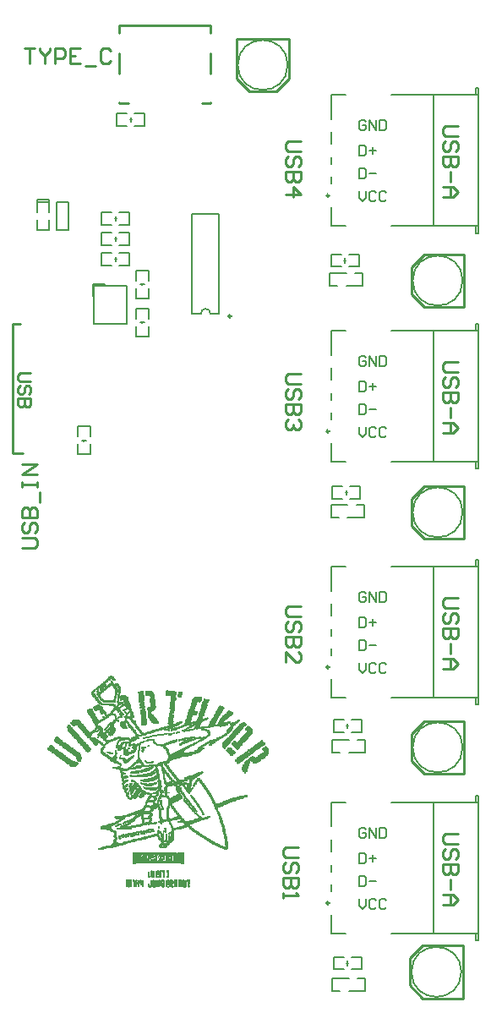
<source format=gto>
G04*
G04 #@! TF.GenerationSoftware,Altium Limited,Altium Designer,20.0.13 (296)*
G04*
G04 Layer_Color=65535*
%FSLAX25Y25*%
%MOIN*%
G70*
G01*
G75*
%ADD10C,0.00984*%
%ADD11C,0.00787*%
%ADD12C,0.00100*%
%ADD13C,0.00800*%
%ADD14C,0.01000*%
%ADD15C,0.00600*%
%ADD16C,0.00591*%
D10*
X411177Y107158D02*
G03*
X411177Y107158I-492J0D01*
G01*
Y200121D02*
G03*
X411177Y200121I-492J0D01*
G01*
Y293085D02*
G03*
X411177Y293085I-492J0D01*
G01*
Y386049D02*
G03*
X411177Y386049I-492J0D01*
G01*
X372539Y338461D02*
G03*
X372539Y338461I-492J0D01*
G01*
D11*
X364368Y339538D02*
G03*
X360632Y339538I-1868J3D01*
G01*
X463343Y80000D02*
G03*
X463343Y80000I-9843J0D01*
G01*
X463842Y168500D02*
G03*
X463842Y168500I-9843J0D01*
G01*
X394843Y437500D02*
G03*
X394843Y437500I-9843J0D01*
G01*
X463842Y261167D02*
G03*
X463842Y261167I-9843J0D01*
G01*
Y352500D02*
G03*
X463842Y352500I-9843J0D01*
G01*
X469000Y92394D02*
X470142D01*
X469000D02*
Y95091D01*
X412024Y119598D02*
Y122276D01*
Y95091D02*
Y102433D01*
Y111882D02*
Y114402D01*
X412024Y127472D02*
Y132118D01*
X412024Y137315D02*
Y146783D01*
X435724D02*
X470142D01*
X412024D02*
X417614D01*
X435724Y95091D02*
X470142D01*
X412024D02*
X417614D01*
X470142Y92394D02*
Y149480D01*
X469000Y146783D02*
Y149480D01*
X470142D01*
X469000Y185357D02*
X470142D01*
X469000D02*
Y188054D01*
X412024Y212562D02*
Y215239D01*
Y188054D02*
Y195397D01*
Y204846D02*
Y207365D01*
X412024Y220436D02*
Y225082D01*
X412024Y230279D02*
Y239747D01*
X435724D02*
X470142D01*
X412024D02*
X417614D01*
X435724Y188054D02*
X470142D01*
X412024D02*
X417614D01*
X470142Y185357D02*
Y242444D01*
X469000Y239747D02*
Y242444D01*
X470142D01*
X469000Y278321D02*
X470142D01*
X469000D02*
Y281018D01*
X412024Y305526D02*
Y308203D01*
Y281018D02*
Y288361D01*
Y297810D02*
Y300329D01*
X412024Y313400D02*
Y318046D01*
X412024Y323242D02*
Y332711D01*
X435724D02*
X470142D01*
X412024D02*
X417614D01*
X435724Y281018D02*
X470142D01*
X412024D02*
X417614D01*
X470142Y278321D02*
Y335408D01*
X469000Y332711D02*
Y335408D01*
X470142D01*
X469000Y371285D02*
X470142D01*
X469000D02*
Y373982D01*
X412024Y398490D02*
Y401167D01*
Y373982D02*
Y381324D01*
Y390773D02*
Y393293D01*
X412024Y406364D02*
Y411010D01*
X412024Y416206D02*
Y425675D01*
X435724D02*
X470142D01*
X412024D02*
X417614D01*
X435724Y373982D02*
X470142D01*
X412024D02*
X417614D01*
X470142Y371285D02*
Y428372D01*
X469000Y425675D02*
Y428372D01*
X470142D01*
X357100Y339524D02*
X360632D01*
X364400D02*
X367800D01*
X357100Y378894D02*
X367800D01*
X357100Y339524D02*
Y378894D01*
X367800Y339524D02*
Y378894D01*
X318200Y351000D02*
X322600D01*
X318100Y346500D02*
Y351000D01*
D12*
X300800Y168900D02*
X302200D01*
X300800Y168800D02*
X302200D01*
X300600Y168700D02*
X302400D01*
X300600Y168600D02*
X302400D01*
X300400Y168500D02*
X302600D01*
X300400Y168400D02*
X302600D01*
X300200Y168300D02*
X302800D01*
X300200Y168200D02*
X302800D01*
X300000Y168100D02*
X302800D01*
X300000Y168000D02*
X302800D01*
X300200Y167900D02*
X303000D01*
X303200D02*
X303600D01*
X300200Y167800D02*
X303000D01*
X303200D02*
X303600D01*
X300400Y167700D02*
X303800D01*
X300400Y167600D02*
X303800D01*
X300600Y167500D02*
X304000D01*
X300600Y167400D02*
X304000D01*
X301200Y167300D02*
X304200D01*
X301200Y167200D02*
X304200D01*
X301400Y167100D02*
X304400D01*
X301400Y167000D02*
X304400D01*
X301600Y166900D02*
X305000D01*
X301600Y166800D02*
X305000D01*
X301800Y166700D02*
X305200D01*
X301800Y166600D02*
X305200D01*
X302200Y166500D02*
X305600D01*
X302200Y166400D02*
X305600D01*
X302600Y166300D02*
X305800D01*
X302600Y166200D02*
X305800D01*
X302800Y166100D02*
X306000D01*
X302800Y166000D02*
X306000D01*
X303200Y165900D02*
X306200D01*
X303200Y165800D02*
X306200D01*
X303400Y165700D02*
X306400D01*
X303400Y165600D02*
X306400D01*
X303600Y165500D02*
X306600D01*
X303600Y165400D02*
X306600D01*
X303400Y172700D02*
X304000D01*
X303400Y172600D02*
X304000D01*
X303400Y172500D02*
X304200D01*
X303400Y172400D02*
X304200D01*
X303200Y172300D02*
X304400D01*
X303200Y172200D02*
X304400D01*
X303000Y172100D02*
X304800D01*
X303000Y172000D02*
X304800D01*
X302800Y171900D02*
X305000D01*
X302800Y171800D02*
X305000D01*
X302600Y171700D02*
X305200D01*
X302600Y171600D02*
X305200D01*
X302600Y171500D02*
X305400D01*
X302600Y171400D02*
X305400D01*
X302600Y171300D02*
X305600D01*
X302600Y171200D02*
X305600D01*
X302800Y171100D02*
X305800D01*
X302800Y171000D02*
X305800D01*
X303200Y170900D02*
X306000D01*
X303200Y170800D02*
X306000D01*
X303400Y170700D02*
X306200D01*
X303400Y170600D02*
X306200D01*
X303600Y170500D02*
X306800D01*
X303600Y170400D02*
X306800D01*
X304200Y170300D02*
X306200D01*
X304200Y170200D02*
X306200D01*
X304400Y170100D02*
X306200D01*
X304400Y170000D02*
X306200D01*
X301000Y169300D02*
X301800D01*
X301000Y169200D02*
X301800D01*
X300800Y169100D02*
X302000D01*
X307400Y167900D02*
X310400D01*
X307400Y167800D02*
X310400D01*
X307600Y167700D02*
X310600D01*
X307600Y167600D02*
X310600D01*
X307800Y167500D02*
X311000D01*
X307800Y167400D02*
X311000D01*
X308200Y167300D02*
X311200D01*
X308200Y167200D02*
X311200D01*
X308400Y167100D02*
X311400D01*
X308400Y167000D02*
X311400D01*
X308800Y166900D02*
X311600D01*
X308800Y166800D02*
X311600D01*
X309200Y166700D02*
X312000D01*
X309200Y166600D02*
X312000D01*
X309400Y166500D02*
X312200D01*
X309400Y166400D02*
X312200D01*
X309600Y166300D02*
X312600D01*
X309600Y166200D02*
X312600D01*
X309800Y166100D02*
X312800D01*
X309800Y166000D02*
X312800D01*
X310000Y165900D02*
X312800D01*
X310000Y165800D02*
X312800D01*
X310400Y165700D02*
X313000D01*
X310400Y165600D02*
X313000D01*
X310800Y165500D02*
X313200D01*
X310800Y165400D02*
X313200D01*
X311000Y165300D02*
X313200D01*
X311000Y165200D02*
X313200D01*
X311200Y165100D02*
X313200D01*
X311200Y165000D02*
X313200D01*
X311400Y164900D02*
X313200D01*
X311400Y164800D02*
X313200D01*
X311400Y164700D02*
X313400D01*
X311400Y164600D02*
X313400D01*
X311400Y164500D02*
X313400D01*
X311400Y164400D02*
X313400D01*
X311400Y164300D02*
X313400D01*
X311400Y164200D02*
X313400D01*
X311400Y164100D02*
X313400D01*
X311400Y164000D02*
X313400D01*
X311600Y163900D02*
X313200D01*
X311600Y163800D02*
X313200D01*
X311800Y163700D02*
X313200D01*
X311800Y163600D02*
X313200D01*
X312000Y163500D02*
X313200D01*
X312000Y163400D02*
X313200D01*
X312200Y163300D02*
X313000D01*
X312200Y163200D02*
X313000D01*
X310400Y163100D02*
X310800D01*
X312400D02*
X312800D01*
X310400Y163000D02*
X310800D01*
X312400D02*
X312800D01*
X307200Y162900D02*
X311400D01*
X307200Y162800D02*
X311400D01*
X307400Y162700D02*
X311600D01*
X307400Y162600D02*
X311600D01*
X307400Y162500D02*
X312000D01*
X307400Y162400D02*
X312000D01*
X307600Y162300D02*
X312200D01*
X307600Y162200D02*
X312200D01*
X308400Y162100D02*
X312000D01*
X308400Y162000D02*
X312000D01*
X308600Y161900D02*
X311800D01*
X308600Y161800D02*
X311800D01*
X308800Y161700D02*
X311400D01*
X308800Y161600D02*
X311400D01*
X309000Y161500D02*
X311200D01*
X309000Y161400D02*
X311200D01*
X309200Y161300D02*
X311000D01*
X309200Y161200D02*
X311000D01*
X307800Y176900D02*
X309000D01*
X312200D02*
X314600D01*
X307800Y176800D02*
X309000D01*
X312200D02*
X314600D01*
X307800Y176700D02*
X309200D01*
X312400D02*
X314800D01*
X307800Y176600D02*
X309200D01*
X312400D02*
X314800D01*
X308000Y176500D02*
X309400D01*
X308000Y176400D02*
X309400D01*
X308000Y176300D02*
X309600D01*
X308000Y176200D02*
X309600D01*
X308000Y176100D02*
X309800D01*
X308000Y176000D02*
X309800D01*
X308000Y175900D02*
X310000D01*
X308000Y175800D02*
X310000D01*
X308000Y175700D02*
X310000D01*
X308000Y175600D02*
X310000D01*
X308200Y175500D02*
X310400D01*
X308200Y175400D02*
X310400D01*
X308200Y175300D02*
X310400D01*
X308200Y175200D02*
X310400D01*
X308200Y175100D02*
X310600D01*
X308200Y175000D02*
X310600D01*
X308400Y174900D02*
X310800D01*
X308400Y174800D02*
X310800D01*
X308600Y174700D02*
X311200D01*
X308600Y174600D02*
X311200D01*
X308800Y174500D02*
X311200D01*
X308800Y174400D02*
X311200D01*
X309000Y174300D02*
X311400D01*
X309000Y174200D02*
X311400D01*
X309200Y174100D02*
X311600D01*
X309200Y174000D02*
X311600D01*
X309400Y173900D02*
X311800D01*
X309400Y173800D02*
X311800D01*
X309600Y173700D02*
X312000D01*
X309600Y173600D02*
X312000D01*
X309600Y173500D02*
X312200D01*
X309600Y173400D02*
X312200D01*
X309800Y173300D02*
X312400D01*
X309800Y173200D02*
X312400D01*
X310200Y173100D02*
X312400D01*
X310200Y173000D02*
X312400D01*
X310400Y172900D02*
X312600D01*
X310400Y172800D02*
X312600D01*
X310400Y172700D02*
X312800D01*
X310400Y172600D02*
X312800D01*
X310600Y172500D02*
X313000D01*
X310600Y172400D02*
X313000D01*
X310800Y172300D02*
X313200D01*
X310800Y172200D02*
X313200D01*
X311200Y172100D02*
X313400D01*
X311200Y172000D02*
X313400D01*
X311400Y171900D02*
X313600D01*
X311400Y171800D02*
X313600D01*
X311600Y171700D02*
X313800D01*
X311600Y171600D02*
X313800D01*
X311600Y171500D02*
X314000D01*
X311600Y171400D02*
X314000D01*
X311600Y171300D02*
X314200D01*
X311600Y171200D02*
X314200D01*
X311800Y171100D02*
X314200D01*
X311800Y171000D02*
X314200D01*
X312000Y170900D02*
X314400D01*
X312000Y170800D02*
X314400D01*
X312200Y170700D02*
X314600D01*
X312200Y170600D02*
X314600D01*
X312400Y170500D02*
X314800D01*
X312400Y170400D02*
X314800D01*
X311200Y179500D02*
X312200D01*
X311200Y179400D02*
X312200D01*
X310200Y179300D02*
X312400D01*
X310200Y179200D02*
X312400D01*
X309800Y179100D02*
X312600D01*
X309800Y179000D02*
X312600D01*
X309600Y178900D02*
X312800D01*
X309600Y178800D02*
X312800D01*
X309600Y178700D02*
X313000D01*
X309600Y178600D02*
X313000D01*
X309400Y178500D02*
X313200D01*
X309400Y178400D02*
X313200D01*
X309200Y178300D02*
X313200D01*
X309200Y178200D02*
X313200D01*
X309200Y178100D02*
X313400D01*
X309200Y178000D02*
X313400D01*
X309400Y177900D02*
X313600D01*
X309400Y177800D02*
X313600D01*
X309600Y177700D02*
X314000D01*
X309600Y177600D02*
X314000D01*
X308200Y177500D02*
X308600D01*
X309800D02*
X310800D01*
X311800D02*
X314200D01*
X308200Y177400D02*
X308600D01*
X309800D02*
X310800D01*
X311800D02*
X314200D01*
X308000Y177300D02*
X308800D01*
X310000D02*
X310600D01*
X312000D02*
X314200D01*
X308000Y177200D02*
X308800D01*
X310000D02*
X310600D01*
X312000D02*
X314200D01*
X308000Y177100D02*
X309000D01*
X310200D02*
X310400D01*
X312000D02*
X314400D01*
X320200Y128700D02*
X322000D01*
X320200Y128600D02*
X322000D01*
X320200Y128500D02*
X321000D01*
X320200Y128400D02*
X321000D01*
X321800Y168900D02*
X322600D01*
X321800Y168800D02*
X322600D01*
X321600Y168700D02*
X322400D01*
X321600Y168600D02*
X322400D01*
X321400Y168500D02*
X322200D01*
X321400Y168400D02*
X322200D01*
X321400Y168300D02*
X322200D01*
X321400Y168200D02*
X322200D01*
X321200Y168100D02*
X322000D01*
X321200Y168000D02*
X322000D01*
X321200Y167900D02*
X322000D01*
X321200Y167800D02*
X322000D01*
X321000Y167700D02*
X321800D01*
X321000Y167600D02*
X321800D01*
X321000Y167500D02*
X321800D01*
X321000Y167400D02*
X321800D01*
X315200Y167300D02*
X316600D01*
X321000D02*
X321800D01*
X315200Y167200D02*
X316600D01*
X321000D02*
X321800D01*
X315400Y167100D02*
X316400D01*
X321000D02*
X321800D01*
X315400Y167000D02*
X316400D01*
X321000D02*
X321800D01*
X315800Y166900D02*
X316200D01*
X321000D02*
X322000D01*
X315800Y166800D02*
X316200D01*
X321000D02*
X322000D01*
X321200Y166700D02*
X322200D01*
X321200Y166600D02*
X322200D01*
X321200Y166500D02*
X322400D01*
X321200Y166400D02*
X322400D01*
X321400Y166300D02*
X322600D01*
X321400Y166200D02*
X322600D01*
X321600Y166100D02*
X322800D01*
X321600Y166000D02*
X322800D01*
X319000Y176900D02*
X319600D01*
X320200D02*
X320800D01*
X319000Y176800D02*
X319600D01*
X320200D02*
X320800D01*
X319000Y176700D02*
X319600D01*
X320200D02*
X321000D01*
X319000Y176600D02*
X319600D01*
X320200D02*
X321000D01*
X319000Y176500D02*
X321200D01*
X319000Y176400D02*
X321200D01*
X319000Y176300D02*
X319800D01*
X320200D02*
X321400D01*
X319000Y176200D02*
X319800D01*
X320200D02*
X321400D01*
X318800Y176100D02*
X319600D01*
X320400D02*
X321600D01*
X318800Y176000D02*
X319600D01*
X320400D02*
X321600D01*
X318800Y175900D02*
X319400D01*
X320200D02*
X321600D01*
X318800Y175800D02*
X319400D01*
X320200D02*
X321600D01*
X318600Y175700D02*
X319200D01*
X320000D02*
X320600D01*
X321000D02*
X321800D01*
X318600Y175600D02*
X319200D01*
X320000D02*
X320600D01*
X321000D02*
X321800D01*
X318400Y175500D02*
X319200D01*
X319800D02*
X320400D01*
X321200D02*
X321800D01*
X322400D02*
X322800D01*
X318400Y175400D02*
X319200D01*
X319800D02*
X320400D01*
X321200D02*
X321800D01*
X322400D02*
X322800D01*
X318000Y175300D02*
X319000D01*
X319600D02*
X320200D01*
X321000D02*
X321800D01*
X318000Y175200D02*
X319000D01*
X319600D02*
X320200D01*
X321000D02*
X321800D01*
X317800Y175100D02*
X318800D01*
X319400D02*
X320000D01*
X320800D02*
X321800D01*
X317800Y175000D02*
X318800D01*
X319400D02*
X320000D01*
X320800D02*
X321800D01*
X317600Y174900D02*
X318600D01*
X319200D02*
X319800D01*
X320600D02*
X321800D01*
X317600Y174800D02*
X318600D01*
X319200D02*
X319800D01*
X320600D02*
X321800D01*
X317200Y174700D02*
X318400D01*
X320400D02*
X321200D01*
X317200Y174600D02*
X318400D01*
X320400D02*
X321200D01*
X317000Y174500D02*
X318000D01*
X320400D02*
X321200D01*
X317000Y174400D02*
X318000D01*
X320400D02*
X321200D01*
X316000Y174300D02*
X316600D01*
X317000D02*
X317800D01*
X316000Y174200D02*
X316600D01*
X317000D02*
X317800D01*
X316200Y174100D02*
X317600D01*
X320000D02*
X320400D01*
X316200Y174000D02*
X317600D01*
X320000D02*
X320400D01*
X319800Y173900D02*
X320600D01*
X319800Y173800D02*
X320600D01*
X315200Y173700D02*
X317400D01*
X319800D02*
X320600D01*
X315200Y173600D02*
X317400D01*
X319800D02*
X320600D01*
X315400Y173500D02*
X317400D01*
X320000D02*
X320600D01*
X315400Y173400D02*
X317400D01*
X320000D02*
X320600D01*
X315400Y173300D02*
X316000D01*
X316200D02*
X317200D01*
X320200D02*
X320600D01*
X315400Y173200D02*
X316000D01*
X316200D02*
X317200D01*
X320200D02*
X320600D01*
X315400Y173100D02*
X316000D01*
X316400D02*
X317000D01*
X315400Y173000D02*
X316000D01*
X316400D02*
X317000D01*
X315600Y172900D02*
X317000D01*
X319600D02*
X320000D01*
X315600Y172800D02*
X317000D01*
X319600D02*
X320000D01*
X315800Y172700D02*
X317200D01*
X319600D02*
X320000D01*
X315800Y172600D02*
X317200D01*
X319600D02*
X320000D01*
X316200Y172500D02*
X317600D01*
X316200Y172400D02*
X317600D01*
X316600Y172300D02*
X318800D01*
X316600Y172200D02*
X318800D01*
X316800Y172100D02*
X319200D01*
X316800Y172000D02*
X319200D01*
X316800Y171900D02*
X319400D01*
X316800Y171800D02*
X319400D01*
X317000Y171700D02*
X319600D01*
X317000Y171600D02*
X319600D01*
X317200Y171500D02*
X318400D01*
X318800D02*
X320000D01*
X317200Y171400D02*
X318400D01*
X318800D02*
X320000D01*
X317400Y171300D02*
X318400D01*
X319000D02*
X320200D01*
X317400Y171200D02*
X318400D01*
X319000D02*
X320200D01*
X317400Y171100D02*
X318800D01*
X319400D02*
X320600D01*
X317400Y171000D02*
X318800D01*
X319400D02*
X320600D01*
X317800Y170900D02*
X320800D01*
X317800Y170800D02*
X320800D01*
X318000Y170700D02*
X321200D01*
X318000Y170600D02*
X321200D01*
X318200Y170500D02*
X321400D01*
X318200Y170400D02*
X321400D01*
X318200Y170300D02*
X319800D01*
X320600D02*
X321600D01*
X318200Y170200D02*
X319800D01*
X320600D02*
X321600D01*
X318400Y170100D02*
X319600D01*
X320800D02*
X321800D01*
X318400Y170000D02*
X319600D01*
X320800D02*
X321800D01*
X318400Y169900D02*
X319600D01*
X321000D02*
X322200D01*
X318400Y169800D02*
X319600D01*
X321000D02*
X322200D01*
X318600Y169700D02*
X319400D01*
X321400D02*
X322400D01*
X318600Y169600D02*
X319400D01*
X321400D02*
X322400D01*
X322200Y169500D02*
X322600D01*
X322200Y169400D02*
X322600D01*
X322200Y169100D02*
X322400D01*
X318800Y184900D02*
X321200D01*
X318800Y184800D02*
X321200D01*
X318400Y184700D02*
X321400D01*
X318400Y184600D02*
X321400D01*
X318200Y184500D02*
X321400D01*
X318200Y184400D02*
X321400D01*
X318200Y184300D02*
X321600D01*
X318200Y184200D02*
X321600D01*
X318400Y184100D02*
X321800D01*
X318400Y184000D02*
X321800D01*
X316800Y183900D02*
X317200D01*
X318400D02*
X321800D01*
X316800Y183800D02*
X317200D01*
X318400D02*
X321800D01*
X316400Y183700D02*
X317600D01*
X318400D02*
X321800D01*
X316400Y183600D02*
X317600D01*
X318400D02*
X321800D01*
X316000Y183500D02*
X317600D01*
X318600D02*
X319800D01*
X320400D02*
X322000D01*
X316000Y183400D02*
X317600D01*
X318600D02*
X319800D01*
X320400D02*
X322000D01*
X315800Y183300D02*
X317800D01*
X318800D02*
X319400D01*
X320600D02*
X322200D01*
X315800Y183200D02*
X317800D01*
X318800D02*
X319400D01*
X320600D02*
X322200D01*
X315800Y183100D02*
X317800D01*
X320800D02*
X322400D01*
X315800Y183000D02*
X317800D01*
X320800D02*
X322400D01*
X315800Y182900D02*
X317800D01*
X320800D02*
X322600D01*
X315800Y182800D02*
X317800D01*
X320800D02*
X322600D01*
X315800Y182700D02*
X318000D01*
X320800D02*
X322800D01*
X315800Y182600D02*
X318000D01*
X320800D02*
X322800D01*
X316000Y182500D02*
X318200D01*
X320800D02*
X322800D01*
X316000Y182400D02*
X318200D01*
X320800D02*
X322800D01*
X316000Y182300D02*
X318200D01*
X316000Y182200D02*
X318200D01*
X316200Y182100D02*
X318400D01*
X316200Y182000D02*
X318400D01*
X316200Y181900D02*
X318400D01*
X321200D02*
X321800D01*
X316200Y181800D02*
X318400D01*
X321200D02*
X321800D01*
X316400Y181700D02*
X318600D01*
X316400Y181600D02*
X318600D01*
X316400Y181500D02*
X318600D01*
X316400Y181400D02*
X318600D01*
X316600Y181300D02*
X318600D01*
X316600Y181200D02*
X318600D01*
X316800Y181100D02*
X318800D01*
X316800Y181000D02*
X318800D01*
X317000Y180900D02*
X319000D01*
X322000D02*
X322200D01*
X317000Y180800D02*
X319000D01*
X322000D02*
X322200D01*
X317200Y180700D02*
X319200D01*
X321800D02*
X322400D01*
X317200Y180600D02*
X319200D01*
X321800D02*
X322400D01*
X317400Y180500D02*
X319200D01*
X321800D02*
X322600D01*
X317400Y180400D02*
X319200D01*
X321800D02*
X322600D01*
X317400Y180300D02*
X319400D01*
X317400Y180200D02*
X319400D01*
X317600Y180100D02*
X319400D01*
X317600Y180000D02*
X319400D01*
X317600Y179900D02*
X319400D01*
X321800D02*
X322800D01*
X317600Y179800D02*
X319400D01*
X321800D02*
X322800D01*
X317600Y179700D02*
X319600D01*
X321400D02*
X322400D01*
X317600Y179600D02*
X319600D01*
X321400D02*
X322400D01*
X317600Y179500D02*
X319800D01*
X321000D02*
X322200D01*
X317600Y179400D02*
X319800D01*
X321000D02*
X322200D01*
X317800Y179300D02*
X320000D01*
X320800D02*
X321800D01*
X317800Y179200D02*
X320000D01*
X320800D02*
X321800D01*
X317800Y179100D02*
X320200D01*
X320400D02*
X321600D01*
X317800Y179000D02*
X320200D01*
X320400D02*
X321600D01*
X318000Y178900D02*
X321200D01*
X318000Y178800D02*
X321200D01*
X318200Y178700D02*
X320800D01*
X318200Y178600D02*
X320800D01*
X318400Y178500D02*
X320400D01*
X318400Y178400D02*
X320400D01*
X318400Y178300D02*
X319600D01*
X319800D02*
X320200D01*
X318400Y178200D02*
X319600D01*
X319800D02*
X320200D01*
X318600Y178100D02*
X319400D01*
X318600Y178000D02*
X319400D01*
X318800Y177900D02*
X319800D01*
X318800Y177800D02*
X319800D01*
X318800Y177700D02*
X319800D01*
X318800Y177600D02*
X319800D01*
X319000Y177500D02*
X319600D01*
X319000Y177400D02*
X319600D01*
X319000Y177300D02*
X319600D01*
X319000Y177200D02*
X319600D01*
X319000Y177100D02*
X319600D01*
X320200D02*
X320600D01*
X320400Y192900D02*
X321400D01*
X322000D02*
X322800D01*
X320400Y192800D02*
X321400D01*
X322000D02*
X322800D01*
X320200Y192700D02*
X321200D01*
X321800D02*
X322600D01*
X320200Y192600D02*
X321200D01*
X321800D02*
X322600D01*
X320000Y192500D02*
X321200D01*
X321400D02*
X322400D01*
X320000Y192400D02*
X321200D01*
X321400D02*
X322400D01*
X319800Y192300D02*
X322200D01*
X319800Y192200D02*
X322200D01*
X319400Y192100D02*
X320400D01*
X320600D02*
X322000D01*
X319400Y192000D02*
X320400D01*
X320600D02*
X322000D01*
X319200Y191900D02*
X320200D01*
X320600D02*
X322000D01*
X319200Y191800D02*
X320200D01*
X320600D02*
X322000D01*
X319200Y191700D02*
X320000D01*
X319200Y191600D02*
X320000D01*
X319200Y191500D02*
X319800D01*
X319200Y191400D02*
X319800D01*
X318400Y191300D02*
X318600D01*
X320600D02*
X322600D01*
X318400Y191200D02*
X318600D01*
X320600D02*
X322600D01*
X318200Y191100D02*
X318800D01*
X319600D02*
X320200D01*
X320600D02*
X322400D01*
X318200Y191000D02*
X318800D01*
X319600D02*
X320200D01*
X320600D02*
X322400D01*
X318000Y190900D02*
X318600D01*
X319400D02*
X320200D01*
X321200D02*
X322200D01*
X318000Y190800D02*
X318600D01*
X319400D02*
X320200D01*
X321200D02*
X322200D01*
X317800Y190700D02*
X318400D01*
X319400D02*
X320200D01*
X321000D02*
X322000D01*
X317800Y190600D02*
X318400D01*
X319400D02*
X320200D01*
X321000D02*
X322000D01*
X317600Y190500D02*
X318200D01*
X319400D02*
X320200D01*
X320800D02*
X321600D01*
X317600Y190400D02*
X318200D01*
X319400D02*
X320200D01*
X320800D02*
X321600D01*
X317400Y190300D02*
X318200D01*
X319600D02*
X320000D01*
X320400D02*
X321400D01*
X317400Y190200D02*
X318200D01*
X319600D02*
X320000D01*
X320400D02*
X321400D01*
X317400Y190100D02*
X318200D01*
X320200D02*
X321200D01*
X317400Y190000D02*
X318200D01*
X320200D02*
X321200D01*
X317400Y189900D02*
X318400D01*
X320000D02*
X321000D01*
X317400Y189800D02*
X318400D01*
X320000D02*
X321000D01*
X317400Y189700D02*
X318600D01*
X319400D02*
X320600D01*
X317400Y189600D02*
X318600D01*
X319400D02*
X320600D01*
X317600Y189500D02*
X318600D01*
X319400D02*
X320400D01*
X317600Y189400D02*
X318600D01*
X319400D02*
X320400D01*
X317600Y189300D02*
X318800D01*
X319600D02*
X320400D01*
X317600Y189200D02*
X318800D01*
X319600D02*
X320400D01*
X317800Y189100D02*
X319000D01*
X319800D02*
X320600D01*
X317800Y189000D02*
X319000D01*
X319800D02*
X320600D01*
X317800Y188900D02*
X319000D01*
X320000D02*
X320600D01*
X317800Y188800D02*
X319000D01*
X320000D02*
X320600D01*
X318000Y188700D02*
X319200D01*
X320000D02*
X320800D01*
X318000Y188600D02*
X319200D01*
X320000D02*
X320800D01*
X318400Y188500D02*
X319400D01*
X320200D02*
X321000D01*
X318400Y188400D02*
X319400D01*
X320200D02*
X321000D01*
X318600Y188300D02*
X319600D01*
X320400D02*
X321200D01*
X318600Y188200D02*
X319600D01*
X320400D02*
X321200D01*
X318600Y188100D02*
X319600D01*
X320400D02*
X321200D01*
X318600Y188000D02*
X319600D01*
X320400D02*
X321200D01*
X318800Y187900D02*
X319800D01*
X320600D02*
X321400D01*
X318800Y187800D02*
X319800D01*
X320600D02*
X321400D01*
X319000Y187700D02*
X320000D01*
X320800D02*
X321600D01*
X319000Y187600D02*
X320000D01*
X320800D02*
X321600D01*
X319200Y187500D02*
X320200D01*
X321000D02*
X321800D01*
X319200Y187400D02*
X320200D01*
X321000D02*
X321800D01*
X319200Y187300D02*
X320200D01*
X321000D02*
X322200D01*
X319200Y187200D02*
X320200D01*
X321000D02*
X322200D01*
X319400Y187100D02*
X320400D01*
X319400Y187000D02*
X320400D01*
X319600Y186900D02*
X320600D01*
X319600Y186800D02*
X320600D01*
X319800Y186700D02*
X320800D01*
X319800Y186600D02*
X320800D01*
X319800Y186500D02*
X320800D01*
X319800Y186400D02*
X320800D01*
X320000Y186300D02*
X321000D01*
X320000Y186200D02*
X321000D01*
X320200Y186100D02*
X321400D01*
X320200Y186000D02*
X321400D01*
X319800Y185300D02*
X320400D01*
X319800Y185200D02*
X320400D01*
X319200Y185100D02*
X320600D01*
X322000Y194100D02*
X322800D01*
X322000Y194000D02*
X322800D01*
X321600Y193900D02*
X322600D01*
X321600Y193800D02*
X322600D01*
X321400Y193700D02*
X322400D01*
X321400Y193600D02*
X322400D01*
X321200Y193500D02*
X322200D01*
X321200Y193400D02*
X322200D01*
X321000Y193300D02*
X322000D01*
X321000Y193200D02*
X322000D01*
X320600Y193100D02*
X321600D01*
X323400Y136300D02*
X325400D01*
X323400Y136200D02*
X325400D01*
X324200Y136100D02*
X325800D01*
X324200Y136000D02*
X325800D01*
X324800Y135900D02*
X326200D01*
X324800Y135800D02*
X326200D01*
X325200Y135700D02*
X326600D01*
X325200Y135600D02*
X326600D01*
X325800Y135500D02*
X327000D01*
X325800Y135400D02*
X327000D01*
X326200Y135300D02*
X327200D01*
X326200Y135200D02*
X327200D01*
X326400Y135100D02*
X327200D01*
X326400Y135000D02*
X327200D01*
X326400Y134900D02*
X327200D01*
X326400Y134800D02*
X327200D01*
X326400Y134700D02*
X327200D01*
X326400Y134600D02*
X327200D01*
X326400Y134500D02*
X327000D01*
X326400Y134400D02*
X327000D01*
X326400Y134300D02*
X327000D01*
X329800D02*
X330000D01*
X326400Y134200D02*
X327000D01*
X329800D02*
X330000D01*
X326400Y134100D02*
X327000D01*
X329000D02*
X330400D01*
X326400Y134000D02*
X327000D01*
X329000D02*
X330400D01*
X326400Y133900D02*
X327000D01*
X328200D02*
X328600D01*
X326400Y133800D02*
X327000D01*
X328200D02*
X328600D01*
X326200Y133700D02*
X327000D01*
X328200D02*
X328600D01*
X329000D02*
X329600D01*
X326200Y133600D02*
X327000D01*
X328200D02*
X328600D01*
X329000D02*
X329600D01*
X326200Y133500D02*
X327200D01*
X328200D02*
X328600D01*
X329000D02*
X329600D01*
X326200Y133400D02*
X327200D01*
X328200D02*
X328600D01*
X329000D02*
X329600D01*
X326400Y133300D02*
X327200D01*
X328200D02*
X328600D01*
X329400D02*
X329600D01*
X329800D02*
X330200D01*
X326400Y133200D02*
X327200D01*
X328200D02*
X328600D01*
X329400D02*
X329600D01*
X329800D02*
X330200D01*
X326600Y133100D02*
X327400D01*
X328200D02*
X328800D01*
X330000D02*
X330200D01*
X326600Y133000D02*
X327400D01*
X328200D02*
X328800D01*
X330000D02*
X330200D01*
X326800Y132900D02*
X327400D01*
X328200D02*
X329000D01*
X326800Y132800D02*
X327400D01*
X328200D02*
X329000D01*
X326800Y132700D02*
X327400D01*
X328400D02*
X328800D01*
X326800Y132600D02*
X327400D01*
X328400D02*
X328800D01*
X326600Y132500D02*
X327400D01*
X326600Y132400D02*
X327400D01*
X326400Y132300D02*
X327200D01*
X326400Y132200D02*
X327200D01*
X326200Y132100D02*
X327200D01*
X326200Y132000D02*
X327200D01*
X326000Y131900D02*
X327000D01*
X326000Y131800D02*
X327000D01*
X326000Y131700D02*
X326800D01*
X326000Y131600D02*
X326800D01*
X326000Y131500D02*
X326800D01*
X326000Y131400D02*
X326800D01*
X326000Y131300D02*
X327200D01*
X326000Y131200D02*
X327200D01*
X326000Y131100D02*
X327600D01*
X326000Y131000D02*
X327600D01*
X325800Y130900D02*
X328200D01*
X325800Y130800D02*
X328200D01*
X325800Y130700D02*
X330800D01*
X325800Y130600D02*
X330800D01*
X325600Y130500D02*
X330400D01*
X325600Y130400D02*
X330400D01*
X325400Y130300D02*
X329600D01*
X325400Y130200D02*
X329600D01*
X325000Y130100D02*
X328800D01*
X325000Y130000D02*
X328800D01*
X323800Y129900D02*
X328000D01*
X323800Y129800D02*
X328000D01*
X326600Y141300D02*
X330800D01*
X326600Y141200D02*
X330800D01*
X326400Y141100D02*
X330400D01*
X326400Y141000D02*
X330400D01*
X326600Y140900D02*
X330400D01*
X326600Y140800D02*
X330400D01*
X327200Y140700D02*
X330400D01*
X327200Y140600D02*
X330400D01*
X328800Y140500D02*
X330200D01*
X328800Y140400D02*
X330200D01*
X328800Y140300D02*
X329800D01*
X328800Y140200D02*
X329800D01*
X328400Y140100D02*
X329600D01*
X328400Y140000D02*
X329600D01*
X328000Y139900D02*
X329200D01*
X328000Y139800D02*
X329200D01*
X327800Y139700D02*
X328800D01*
X327800Y139600D02*
X328800D01*
X327400Y139500D02*
X328600D01*
X327400Y139400D02*
X328600D01*
X327000Y139300D02*
X328200D01*
X327000Y139200D02*
X328200D01*
X326800Y139100D02*
X327800D01*
X326800Y139000D02*
X327800D01*
X326200Y138900D02*
X327600D01*
X329600D02*
X330600D01*
X326200Y138800D02*
X327600D01*
X329600D02*
X330600D01*
X325400Y138700D02*
X327200D01*
X329600D02*
X330000D01*
X325400Y138600D02*
X327200D01*
X329600D02*
X330000D01*
X324800Y138500D02*
X326800D01*
X328400D02*
X329200D01*
X324800Y138400D02*
X326800D01*
X328400D02*
X329200D01*
X324000Y138300D02*
X326400D01*
X327800D02*
X329000D01*
X324000Y138200D02*
X326400D01*
X327800D02*
X329000D01*
X323400Y138100D02*
X326000D01*
X327400D02*
X328600D01*
X323400Y138000D02*
X326000D01*
X327400D02*
X328600D01*
X327000Y137900D02*
X328000D01*
X327000Y137800D02*
X328000D01*
X326600Y137700D02*
X326800D01*
X327200D02*
X327400D01*
X326600Y137600D02*
X326800D01*
X327200D02*
X327400D01*
X326600Y137500D02*
X326800D01*
X326600Y137400D02*
X326800D01*
X329800Y152900D02*
X330600D01*
X329800Y152800D02*
X330600D01*
X329800Y152700D02*
X330600D01*
X329800Y152600D02*
X330600D01*
X330000Y152500D02*
X330600D01*
X330000Y152400D02*
X330600D01*
X330000Y152300D02*
X330800D01*
X330000Y152200D02*
X330800D01*
X326000Y160900D02*
X328800D01*
X326000Y160800D02*
X328800D01*
X325800Y160700D02*
X328800D01*
X325800Y160600D02*
X328800D01*
X326000Y160500D02*
X329000D01*
X326000Y160400D02*
X329000D01*
X327000Y160300D02*
X329800D01*
X327000Y160200D02*
X329800D01*
X328800Y159500D02*
X329600D01*
X328800Y159400D02*
X329600D01*
X328800Y159300D02*
X329400D01*
X328800Y159200D02*
X329400D01*
X328800Y159100D02*
X329400D01*
X328800Y159000D02*
X329400D01*
X328800Y158900D02*
X329600D01*
X328800Y158800D02*
X329600D01*
X329000Y158700D02*
X330000D01*
X329000Y158600D02*
X330000D01*
X329000Y158500D02*
X330600D01*
X329000Y158400D02*
X330600D01*
X329000Y158300D02*
X330600D01*
X329000Y158200D02*
X330600D01*
X329000Y158100D02*
X330000D01*
X329000Y158000D02*
X330000D01*
X329000Y157900D02*
X329600D01*
X329000Y157800D02*
X329600D01*
X329000Y157700D02*
X329400D01*
X329000Y157600D02*
X329400D01*
X329000Y157500D02*
X329600D01*
X329000Y157400D02*
X329600D01*
X329000Y157300D02*
X329800D01*
X329000Y157200D02*
X329800D01*
X329400Y156500D02*
X330200D01*
X329400Y156400D02*
X330200D01*
X329400Y156300D02*
X330000D01*
X329400Y156200D02*
X330000D01*
X329400Y156100D02*
X330000D01*
X329400Y156000D02*
X330000D01*
X329400Y155900D02*
X330000D01*
X329400Y155800D02*
X330000D01*
X329400Y155700D02*
X330200D01*
X329400Y155600D02*
X330200D01*
X329600Y154900D02*
X330800D01*
X329600Y154800D02*
X330800D01*
X329600Y154700D02*
X330400D01*
X329600Y154600D02*
X330400D01*
X329400Y154500D02*
X330200D01*
X329400Y154400D02*
X330200D01*
X329400Y154300D02*
X330200D01*
X329400Y154200D02*
X330200D01*
X329400Y154100D02*
X330200D01*
X329400Y154000D02*
X330200D01*
X329600Y153900D02*
X330200D01*
X329600Y153800D02*
X330200D01*
X329600Y153700D02*
X330200D01*
X329600Y153600D02*
X330200D01*
X327200Y168900D02*
X327400D01*
X327800D02*
X329200D01*
X330400D02*
X330800D01*
X327200Y168800D02*
X327400D01*
X327800D02*
X329200D01*
X330400D02*
X330800D01*
X327200Y168700D02*
X327400D01*
X327800D02*
X329400D01*
X330200D02*
X330800D01*
X327200Y168600D02*
X327400D01*
X327800D02*
X329400D01*
X330200D02*
X330800D01*
X327800Y168500D02*
X330600D01*
X327800Y168400D02*
X330600D01*
X327800Y168300D02*
X330400D01*
X327800Y168200D02*
X330400D01*
X327600Y168100D02*
X329200D01*
X329600D02*
X330600D01*
X327600Y168000D02*
X329200D01*
X329600D02*
X330600D01*
X327600Y167900D02*
X329000D01*
X330000D02*
X330800D01*
X327600Y167800D02*
X329000D01*
X330000D02*
X330800D01*
X327600Y167700D02*
X328800D01*
X327600Y167600D02*
X328800D01*
X326800Y167300D02*
X327200D01*
X326800Y167200D02*
X327200D01*
X326800Y167100D02*
X327200D01*
X326800Y167000D02*
X327200D01*
X323400Y166900D02*
X324000D01*
X326800D02*
X327200D01*
X323400Y166800D02*
X324000D01*
X326800D02*
X327200D01*
X323600Y166700D02*
X324600D01*
X326800D02*
X327200D01*
X323600Y166600D02*
X324600D01*
X326800D02*
X327200D01*
X324200Y166500D02*
X325400D01*
X326800D02*
X327400D01*
X324200Y166400D02*
X325400D01*
X326800D02*
X327400D01*
X324400Y166300D02*
X325600D01*
X326800D02*
X327400D01*
X324400Y166200D02*
X325600D01*
X326800D02*
X327400D01*
X326600Y166100D02*
X327200D01*
X326600Y166000D02*
X327200D01*
X326600Y165900D02*
X327200D01*
X326600Y165800D02*
X327200D01*
X326600Y165700D02*
X327000D01*
X330600D02*
X330800D01*
X326600Y165600D02*
X327000D01*
X330600D02*
X330800D01*
X326400Y165500D02*
X327000D01*
X328600D02*
X329000D01*
X326400Y165400D02*
X327000D01*
X328600D02*
X329000D01*
X326400Y165300D02*
X327000D01*
X328600D02*
X328800D01*
X326400Y165200D02*
X327000D01*
X328600D02*
X328800D01*
X326200Y165100D02*
X327000D01*
X328600D02*
X328800D01*
X326200Y165000D02*
X327000D01*
X328600D02*
X328800D01*
X323400Y164900D02*
X324800D01*
X326000D02*
X327200D01*
X323400Y164800D02*
X324800D01*
X326000D02*
X327200D01*
X323800Y164700D02*
X325000D01*
X325600D02*
X327400D01*
X328400D02*
X328600D01*
X323800Y164600D02*
X325000D01*
X325600D02*
X327400D01*
X328400D02*
X328600D01*
X324000Y164500D02*
X326200D01*
X326600D02*
X327400D01*
X328400D02*
X329000D01*
X324000Y164400D02*
X326200D01*
X326600D02*
X327400D01*
X328400D02*
X329000D01*
X324200Y164300D02*
X326000D01*
X326600D02*
X327200D01*
X328400D02*
X330400D01*
X324200Y164200D02*
X326000D01*
X326600D02*
X327200D01*
X328400D02*
X330400D01*
X324400Y164100D02*
X325800D01*
X326400D02*
X327200D01*
X329000D02*
X330600D01*
X324400Y164000D02*
X325800D01*
X326400D02*
X327200D01*
X329000D02*
X330600D01*
X324800Y163900D02*
X325600D01*
X326200D02*
X327200D01*
X329600D02*
X330600D01*
X324800Y163800D02*
X325600D01*
X326200D02*
X327200D01*
X329600D02*
X330600D01*
X324800Y163700D02*
X325800D01*
X326000D02*
X327000D01*
X324800Y163600D02*
X325800D01*
X326000D02*
X327000D01*
X325000Y163500D02*
X327000D01*
X325000Y163400D02*
X327000D01*
X325200Y163300D02*
X327200D01*
X325200Y163200D02*
X327200D01*
X325600Y163100D02*
X327600D01*
X325600Y163000D02*
X327600D01*
X326000Y162900D02*
X328000D01*
X326000Y162800D02*
X328000D01*
X326400Y162700D02*
X328200D01*
X326400Y162600D02*
X328200D01*
X327200Y162500D02*
X328600D01*
X330600D02*
X330800D01*
X327200Y162400D02*
X328600D01*
X330600D02*
X330800D01*
X327800Y162300D02*
X328800D01*
X327800Y162200D02*
X328800D01*
X328200Y162100D02*
X329200D01*
X328200Y162000D02*
X329200D01*
X328400Y161900D02*
X329200D01*
X328400Y161800D02*
X329200D01*
X328600Y161700D02*
X329200D01*
X328600Y161600D02*
X329200D01*
X328800Y161500D02*
X329200D01*
X328800Y161400D02*
X329200D01*
X327600Y161100D02*
X328600D01*
X323600Y176900D02*
X324000D01*
X324600D02*
X326000D01*
X323600Y176800D02*
X324000D01*
X324600D02*
X326000D01*
X323400Y176700D02*
X323800D01*
X324600D02*
X326000D01*
X323400Y176600D02*
X323800D01*
X324600D02*
X326000D01*
X323200Y176500D02*
X323600D01*
X324600D02*
X326200D01*
X323200Y176400D02*
X323600D01*
X324600D02*
X326200D01*
X324400Y176300D02*
X326400D01*
X324400Y176200D02*
X326400D01*
X324200Y176100D02*
X326600D01*
X324200Y176000D02*
X326600D01*
X324000Y175900D02*
X326600D01*
X324000Y175800D02*
X326600D01*
X323800Y175700D02*
X326600D01*
X323800Y175600D02*
X326600D01*
X323600Y175500D02*
X324200D01*
X325000D02*
X326600D01*
X323600Y175400D02*
X324200D01*
X325000D02*
X326600D01*
X323400Y175300D02*
X324000D01*
X325000D02*
X326600D01*
X323400Y175200D02*
X324000D01*
X325000D02*
X326600D01*
X323200Y175100D02*
X324200D01*
X324600D02*
X326400D01*
X323200Y175000D02*
X324200D01*
X324600D02*
X326400D01*
X323600Y174700D02*
X326400D01*
X323600Y174600D02*
X326400D01*
X323800Y174500D02*
X326200D01*
X323800Y174400D02*
X326200D01*
X324000Y174300D02*
X326200D01*
X324000Y174200D02*
X326200D01*
X324000Y174100D02*
X326000D01*
X324000Y174000D02*
X326000D01*
X324200Y173900D02*
X325800D01*
X324200Y173800D02*
X325800D01*
X324200Y173700D02*
X325600D01*
X324200Y173600D02*
X325600D01*
X324400Y173500D02*
X325200D01*
X324400Y173400D02*
X325200D01*
X324600Y173300D02*
X324800D01*
X324600Y173200D02*
X324800D01*
X327600Y172700D02*
X328600D01*
X327600Y172600D02*
X328600D01*
X326800Y172500D02*
X330200D01*
X326800Y172400D02*
X330200D01*
X325600Y171900D02*
X327400D01*
X325600Y171800D02*
X327400D01*
X325000Y171700D02*
X326800D01*
X328400D02*
X330400D01*
X325000Y171600D02*
X326800D01*
X328400D02*
X330400D01*
X324400Y171500D02*
X326200D01*
X328200D02*
X329200D01*
X324400Y171400D02*
X326200D01*
X328200D02*
X329200D01*
X324200Y171300D02*
X325600D01*
X328000D02*
X328600D01*
X324200Y171200D02*
X325600D01*
X328000D02*
X328600D01*
X327800Y171100D02*
X328400D01*
X327800Y171000D02*
X328400D01*
X323200Y170900D02*
X324600D01*
X327800D02*
X328200D01*
X323200Y170800D02*
X324600D01*
X327800D02*
X328200D01*
X323400Y170700D02*
X324200D01*
X327600D02*
X328000D01*
X323400Y170600D02*
X324200D01*
X327600D02*
X328000D01*
X323200Y170500D02*
X324000D01*
X327600D02*
X328000D01*
X329400D02*
X330200D01*
X323200Y170400D02*
X324000D01*
X327600D02*
X328000D01*
X329400D02*
X330200D01*
X327400Y170300D02*
X327800D01*
X329200D02*
X330000D01*
X327400Y170200D02*
X327800D01*
X329200D02*
X330000D01*
X327400Y170100D02*
X327800D01*
X329000D02*
X329800D01*
X327400Y170000D02*
X327800D01*
X329000D02*
X329800D01*
X327400Y169900D02*
X327800D01*
X328800D02*
X329600D01*
X327400Y169800D02*
X327800D01*
X328800D02*
X329600D01*
X327400Y169700D02*
X327600D01*
X328600D02*
X329400D01*
X327400Y169600D02*
X327600D01*
X328600D02*
X329400D01*
X327200Y169500D02*
X327600D01*
X328400D02*
X329400D01*
X327200Y169400D02*
X327600D01*
X328400D02*
X329400D01*
X327200Y169300D02*
X327600D01*
X328200D02*
X329400D01*
X327200Y169200D02*
X327600D01*
X328200D02*
X329400D01*
X327200Y169100D02*
X327400D01*
X328000D02*
X329200D01*
X326200Y184900D02*
X327600D01*
X328800D02*
X329600D01*
X326200Y184800D02*
X327600D01*
X328800D02*
X329600D01*
X326400Y184700D02*
X327400D01*
X328600D02*
X329200D01*
X326400Y184600D02*
X327400D01*
X328600D02*
X329200D01*
X326400Y184500D02*
X327400D01*
X328400D02*
X329000D01*
X326400Y184400D02*
X327400D01*
X328400D02*
X329000D01*
X326400Y184300D02*
X327600D01*
X328000D02*
X328800D01*
X326400Y184200D02*
X327600D01*
X328000D02*
X328800D01*
X326200Y184100D02*
X327000D01*
X327400D02*
X328600D01*
X326200Y184000D02*
X327000D01*
X327400D02*
X328600D01*
X326200Y183900D02*
X328400D01*
X326200Y183800D02*
X328400D01*
X326000Y183700D02*
X328200D01*
X326000Y183600D02*
X328200D01*
X325800Y183500D02*
X326600D01*
X327200D02*
X328000D01*
X330000D02*
X330800D01*
X325800Y183400D02*
X326600D01*
X327200D02*
X328000D01*
X330000D02*
X330800D01*
X325600Y183300D02*
X326400D01*
X327400D02*
X327800D01*
X328200D02*
X328600D01*
X329800D02*
X330400D01*
X325600Y183200D02*
X326400D01*
X327400D02*
X327800D01*
X328200D02*
X328600D01*
X329800D02*
X330400D01*
X325400Y183100D02*
X326200D01*
X328200D02*
X328800D01*
X325400Y183000D02*
X326200D01*
X328200D02*
X328800D01*
X325200Y182900D02*
X326000D01*
X327600D02*
X328000D01*
X328400D02*
X329200D01*
X330400D02*
X330800D01*
X325200Y182800D02*
X326000D01*
X327600D02*
X328000D01*
X328400D02*
X329200D01*
X330400D02*
X330800D01*
X325200Y182700D02*
X325800D01*
X327600D02*
X328000D01*
X328600D02*
X329000D01*
X330400D02*
X330800D01*
X325200Y182600D02*
X325800D01*
X327600D02*
X328000D01*
X328600D02*
X329000D01*
X330400D02*
X330800D01*
X325000Y182500D02*
X325800D01*
X327800D02*
X328200D01*
X325000Y182400D02*
X325800D01*
X327800D02*
X328200D01*
X325000Y182300D02*
X325800D01*
X329200D02*
X329400D01*
X325000Y182200D02*
X325800D01*
X329200D02*
X329400D01*
X324800Y182100D02*
X325800D01*
X328400D02*
X328600D01*
X329200D02*
X329800D01*
X324800Y182000D02*
X325800D01*
X328400D02*
X328600D01*
X329200D02*
X329800D01*
X324400Y181900D02*
X326000D01*
X328400D02*
X328800D01*
X329200D02*
X329800D01*
X324400Y181800D02*
X326000D01*
X328400D02*
X328800D01*
X329200D02*
X329800D01*
X324200Y181700D02*
X326000D01*
X326400D02*
X326600D01*
X328400D02*
X329000D01*
X329400D02*
X330000D01*
X324200Y181600D02*
X326000D01*
X326400D02*
X326600D01*
X328400D02*
X329000D01*
X329400D02*
X330000D01*
X324000Y181500D02*
X324800D01*
X326200D02*
X326800D01*
X328600D02*
X329200D01*
X329600D02*
X330000D01*
X324000Y181400D02*
X324800D01*
X326200D02*
X326800D01*
X328600D02*
X329200D01*
X329600D02*
X330000D01*
X323800Y181300D02*
X324600D01*
X326400D02*
X326800D01*
X328800D02*
X329400D01*
X323800Y181200D02*
X324600D01*
X326400D02*
X326800D01*
X328800D02*
X329400D01*
X323600Y181100D02*
X324400D01*
X326400D02*
X327000D01*
X328800D02*
X329400D01*
X323600Y181000D02*
X324400D01*
X326400D02*
X327000D01*
X328800D02*
X329400D01*
X326600Y180900D02*
X327000D01*
X328600D02*
X329400D01*
X326600Y180800D02*
X327000D01*
X328600D02*
X329400D01*
X326600Y180700D02*
X327000D01*
X328000D02*
X329400D01*
X326600Y180600D02*
X327000D01*
X328000D02*
X329400D01*
X326600Y180500D02*
X327000D01*
X327800D02*
X328400D01*
X326600Y180400D02*
X327000D01*
X327800D02*
X328400D01*
X326600Y180300D02*
X327000D01*
X327600D02*
X328000D01*
X326600Y180200D02*
X327000D01*
X327600D02*
X328000D01*
X326600Y180100D02*
X327000D01*
X327400D02*
X327800D01*
X326600Y180000D02*
X327000D01*
X327400D02*
X327800D01*
X326600Y179900D02*
X327200D01*
X326600Y179800D02*
X327200D01*
X326600Y179700D02*
X327400D01*
X326600Y179600D02*
X327400D01*
X326400Y179500D02*
X327600D01*
X326400Y179400D02*
X327600D01*
X326200Y179300D02*
X328200D01*
X326200Y179200D02*
X328200D01*
X326200Y179100D02*
X327000D01*
X327400D02*
X328200D01*
X326200Y179000D02*
X327000D01*
X327400D02*
X328200D01*
X326000Y178900D02*
X326800D01*
X327800D02*
X328200D01*
X326000Y178800D02*
X326800D01*
X327800D02*
X328200D01*
X325800Y178700D02*
X326600D01*
X325800Y178600D02*
X326600D01*
X324800Y178500D02*
X325200D01*
X325600D02*
X326600D01*
X328800D02*
X330800D01*
X324800Y178400D02*
X325200D01*
X325600D02*
X326600D01*
X328800D02*
X330800D01*
X324600Y178300D02*
X325200D01*
X325400D02*
X326400D01*
X328800D02*
X330600D01*
X324600Y178200D02*
X325200D01*
X325400D02*
X326400D01*
X328800D02*
X330600D01*
X324400Y178100D02*
X324800D01*
X325400D02*
X326200D01*
X328800D02*
X330600D01*
X324400Y178000D02*
X324800D01*
X325400D02*
X326200D01*
X328800D02*
X330600D01*
X324200Y177900D02*
X324600D01*
X325200D02*
X326000D01*
X328800D02*
X330600D01*
X324200Y177800D02*
X324600D01*
X325200D02*
X326000D01*
X328800D02*
X330600D01*
X324000Y177700D02*
X324600D01*
X325000D02*
X325800D01*
X328800D02*
X330800D01*
X324000Y177600D02*
X324600D01*
X325000D02*
X325800D01*
X328800D02*
X330800D01*
X324000Y177500D02*
X324400D01*
X325000D02*
X325800D01*
X328800D02*
X330800D01*
X324000Y177400D02*
X324400D01*
X325000D02*
X325800D01*
X328800D02*
X330800D01*
X323800Y177300D02*
X324200D01*
X324800D02*
X326000D01*
X328800D02*
X330800D01*
X323800Y177200D02*
X324200D01*
X324800D02*
X326000D01*
X328800D02*
X330800D01*
X323600Y177100D02*
X324000D01*
X324800D02*
X326000D01*
X323600Y192900D02*
X324600D01*
X325800D02*
X326800D01*
X327400D02*
X328400D01*
X323600Y192800D02*
X324600D01*
X325800D02*
X326800D01*
X327400D02*
X328400D01*
X323200Y192700D02*
X324400D01*
X326000D02*
X327000D01*
X327600D02*
X328400D01*
X323200Y192600D02*
X324400D01*
X326000D02*
X327000D01*
X327600D02*
X328400D01*
X326000Y192500D02*
X327200D01*
X327800D02*
X328600D01*
X326000Y192400D02*
X327200D01*
X327800D02*
X328600D01*
X326200Y192300D02*
X327200D01*
X327800D02*
X328600D01*
X326200Y192200D02*
X327200D01*
X327800D02*
X328600D01*
X326400Y192100D02*
X327400D01*
X328000D02*
X328800D01*
X326400Y192000D02*
X327400D01*
X328000D02*
X328800D01*
X326400Y191900D02*
X327400D01*
X328000D02*
X328800D01*
X326400Y191800D02*
X327400D01*
X328000D02*
X328800D01*
X326600Y191700D02*
X327400D01*
X328200D02*
X328800D01*
X326600Y191600D02*
X327400D01*
X328200D02*
X328800D01*
X326800Y191500D02*
X327600D01*
X328200D02*
X328800D01*
X326800Y191400D02*
X327600D01*
X328200D02*
X328800D01*
X326800Y191300D02*
X327600D01*
X328000D02*
X328800D01*
X326800Y191200D02*
X327600D01*
X328000D02*
X328800D01*
X326800Y191100D02*
X327600D01*
X328000D02*
X328800D01*
X326800Y191000D02*
X327600D01*
X328000D02*
X328800D01*
X326800Y190900D02*
X327600D01*
X328000D02*
X328800D01*
X326800Y190800D02*
X327600D01*
X328000D02*
X328800D01*
X326800Y190700D02*
X327600D01*
X328000D02*
X328600D01*
X326800Y190600D02*
X327600D01*
X328000D02*
X328600D01*
X326800Y190500D02*
X327400D01*
X328000D02*
X328600D01*
X326800Y190400D02*
X327400D01*
X328000D02*
X328600D01*
X326800Y190300D02*
X327400D01*
X328000D02*
X328600D01*
X326800Y190200D02*
X327400D01*
X328000D02*
X328600D01*
X326800Y190100D02*
X327400D01*
X328000D02*
X328600D01*
X326800Y190000D02*
X327400D01*
X328000D02*
X328600D01*
X326800Y189900D02*
X327400D01*
X328000D02*
X328400D01*
X326800Y189800D02*
X327400D01*
X328000D02*
X328400D01*
X326600Y189700D02*
X327400D01*
X328000D02*
X328400D01*
X326600Y189600D02*
X327400D01*
X328000D02*
X328400D01*
X326600Y189500D02*
X327200D01*
X327800D02*
X328400D01*
X326600Y189400D02*
X327200D01*
X327800D02*
X328400D01*
X326600Y189300D02*
X327200D01*
X327800D02*
X328400D01*
X326600Y189200D02*
X327200D01*
X327800D02*
X328400D01*
X326600Y189100D02*
X327200D01*
X327800D02*
X328400D01*
X329000D02*
X330600D01*
X326600Y189000D02*
X327200D01*
X327800D02*
X328400D01*
X329000D02*
X330600D01*
X326400Y188900D02*
X327000D01*
X327800D02*
X328400D01*
X326400Y188800D02*
X327000D01*
X327800D02*
X328400D01*
X326400Y188700D02*
X327000D01*
X326400Y188600D02*
X327000D01*
X326400Y188500D02*
X327000D01*
X326400Y188400D02*
X327000D01*
X326400Y188300D02*
X327000D01*
X326400Y188200D02*
X327000D01*
X326400Y188100D02*
X326800D01*
X326400Y188000D02*
X326800D01*
X326400Y187900D02*
X326800D01*
X327600D02*
X328200D01*
X326400Y187800D02*
X326800D01*
X327600D02*
X328200D01*
X326400Y187700D02*
X326800D01*
X327600D02*
X328200D01*
X326400Y187600D02*
X326800D01*
X327600D02*
X328200D01*
X326200Y187500D02*
X326800D01*
X327600D02*
X328000D01*
X328600D02*
X329400D01*
X326200Y187400D02*
X326800D01*
X327600D02*
X328000D01*
X328600D02*
X329400D01*
X326200Y187300D02*
X326800D01*
X327600D02*
X328000D01*
X328600D02*
X329200D01*
X326200Y187200D02*
X326800D01*
X327600D02*
X328000D01*
X328600D02*
X329200D01*
X326000Y187100D02*
X326800D01*
X327600D02*
X328000D01*
X326000Y187000D02*
X326800D01*
X327600D02*
X328000D01*
X327400Y186900D02*
X328000D01*
X327400Y186800D02*
X328000D01*
X327400Y186700D02*
X328200D01*
X327400Y186600D02*
X328200D01*
X325600Y186500D02*
X326800D01*
X327600D02*
X328200D01*
X325600Y186400D02*
X326800D01*
X327600D02*
X328200D01*
X327600Y186300D02*
X328400D01*
X328600D02*
X329600D01*
X327600Y186200D02*
X328400D01*
X328600D02*
X329600D01*
X327600Y186100D02*
X329800D01*
X327600Y186000D02*
X329800D01*
X327800Y185700D02*
X328600D01*
X327800Y185600D02*
X328600D01*
X327800Y185500D02*
X328400D01*
X327800Y185400D02*
X328400D01*
X324400Y185300D02*
X326600D01*
X327600D02*
X328000D01*
X324400Y185200D02*
X326600D01*
X327600D02*
X328000D01*
X326000Y185100D02*
X326800D01*
X327400D02*
X327800D01*
X329200D02*
X329800D01*
X324800Y196700D02*
X325400D01*
X324800Y196600D02*
X325400D01*
X324400Y196500D02*
X325800D01*
X324400Y196400D02*
X325800D01*
X324200Y196300D02*
X326000D01*
X324200Y196200D02*
X326000D01*
X324000Y196100D02*
X325000D01*
X325200D02*
X326200D01*
X324000Y196000D02*
X325000D01*
X325200D02*
X326200D01*
X323800Y195900D02*
X324800D01*
X325200D02*
X326200D01*
X323800Y195800D02*
X324800D01*
X325200D02*
X326200D01*
X323800Y195700D02*
X324800D01*
X325400D02*
X326400D01*
X323800Y195600D02*
X324800D01*
X325400D02*
X326400D01*
X323600Y195500D02*
X324800D01*
X325600D02*
X326600D01*
X323600Y195400D02*
X324800D01*
X325600D02*
X326600D01*
X323400Y195300D02*
X324600D01*
X325800D02*
X326600D01*
X323400Y195200D02*
X324600D01*
X325800D02*
X326600D01*
X326000Y195100D02*
X326400D01*
X326000Y195000D02*
X326400D01*
X325200Y194700D02*
X325400D01*
X325200Y194600D02*
X325400D01*
X325000Y194500D02*
X325600D01*
X325000Y194400D02*
X325600D01*
X325000Y194300D02*
X325600D01*
X325000Y194200D02*
X325600D01*
X325000Y194100D02*
X325800D01*
X325000Y194000D02*
X325800D01*
X324800Y193900D02*
X326000D01*
X327000D02*
X327400D01*
X324800Y193800D02*
X326000D01*
X327000D02*
X327400D01*
X324400Y193700D02*
X326200D01*
X326800D02*
X327600D01*
X324400Y193600D02*
X326200D01*
X326800D02*
X327600D01*
X324200Y193500D02*
X326200D01*
X327000D02*
X327800D01*
X324200Y193400D02*
X326200D01*
X327000D02*
X327800D01*
X324000Y193300D02*
X325000D01*
X325400D02*
X326400D01*
X327200D02*
X328000D01*
X324000Y193200D02*
X325000D01*
X325400D02*
X326400D01*
X327200D02*
X328000D01*
X323800Y193100D02*
X324800D01*
X325600D02*
X326600D01*
X327400D02*
X328200D01*
X331200Y116300D02*
X333000D01*
X333800D02*
X334200D01*
X335000D02*
X335200D01*
X336600D02*
X336800D01*
X331200Y116200D02*
X333000D01*
X333800D02*
X334200D01*
X335000D02*
X335200D01*
X336600D02*
X336800D01*
X333800Y116100D02*
X334400D01*
X334800D02*
X336000D01*
X336400D02*
X337000D01*
X337400D02*
X337800D01*
X333800Y116000D02*
X334400D01*
X334800D02*
X336000D01*
X336400D02*
X337000D01*
X337400D02*
X337800D01*
X331800Y115900D02*
X332400D01*
X332600D02*
X333200D01*
X333800D02*
X334400D01*
X334800D02*
X335200D01*
X335600D02*
X336000D01*
X336400D02*
X337000D01*
X337400D02*
X337800D01*
X331800Y115800D02*
X332400D01*
X332600D02*
X333200D01*
X333800D02*
X334400D01*
X334800D02*
X335200D01*
X335600D02*
X336000D01*
X336400D02*
X337000D01*
X337400D02*
X337800D01*
X331800Y115700D02*
X332400D01*
X332800D02*
X333200D01*
X334000D02*
X334400D01*
X334800D02*
X335200D01*
X335600D02*
X336000D01*
X336400D02*
X337000D01*
X337400D02*
X337800D01*
X331800Y115600D02*
X332400D01*
X332800D02*
X333200D01*
X334000D02*
X334400D01*
X334800D02*
X335200D01*
X335600D02*
X336000D01*
X336400D02*
X337000D01*
X337400D02*
X337800D01*
X331800Y115500D02*
X332400D01*
X332800D02*
X333200D01*
X334000D02*
X334400D01*
X334800D02*
X335200D01*
X335600D02*
X336000D01*
X336400D02*
X337000D01*
X337400D02*
X337800D01*
X331800Y115400D02*
X332400D01*
X332800D02*
X333200D01*
X334000D02*
X334400D01*
X334800D02*
X335200D01*
X335600D02*
X336000D01*
X336400D02*
X337000D01*
X337400D02*
X337800D01*
X331800Y115300D02*
X332400D01*
X332800D02*
X333200D01*
X334000D02*
X334400D01*
X334800D02*
X336000D01*
X336400D02*
X337000D01*
X337400D02*
X337800D01*
X331800Y115200D02*
X332400D01*
X332800D02*
X333200D01*
X334000D02*
X334400D01*
X334800D02*
X336000D01*
X336400D02*
X337000D01*
X337400D02*
X337800D01*
X331800Y115100D02*
X332400D01*
X332800D02*
X333200D01*
X334000D02*
X334400D01*
X334800D02*
X336000D01*
X336400D02*
X337000D01*
X337200D02*
X337800D01*
X331800Y115000D02*
X332400D01*
X332800D02*
X333200D01*
X334000D02*
X334400D01*
X334800D02*
X336000D01*
X336400D02*
X337000D01*
X337200D02*
X337800D01*
X331800Y114900D02*
X332400D01*
X332800D02*
X333200D01*
X334000D02*
X334400D01*
X334800D02*
X336000D01*
X336600D02*
X337800D01*
X331800Y114800D02*
X332400D01*
X332800D02*
X333200D01*
X334000D02*
X334400D01*
X334800D02*
X336000D01*
X336600D02*
X337800D01*
X331800Y114700D02*
X332400D01*
X332800D02*
X333200D01*
X334000D02*
X334400D01*
X334800D02*
X335200D01*
X335600D02*
X336000D01*
X336800D02*
X337800D01*
X331800Y114600D02*
X332400D01*
X332800D02*
X333200D01*
X334000D02*
X334400D01*
X334800D02*
X335200D01*
X335600D02*
X336000D01*
X336800D02*
X337800D01*
X331800Y114500D02*
X332400D01*
X332800D02*
X333200D01*
X334000D02*
X334400D01*
X334800D02*
X335200D01*
X335600D02*
X336000D01*
X337200D02*
X337800D01*
X331800Y114400D02*
X332400D01*
X332800D02*
X333200D01*
X334000D02*
X334400D01*
X334800D02*
X335200D01*
X335600D02*
X336000D01*
X337200D02*
X337800D01*
X331800Y114300D02*
X332400D01*
X332800D02*
X333200D01*
X334000D02*
X334400D01*
X334800D02*
X335200D01*
X335600D02*
X336000D01*
X337400D02*
X337800D01*
X331800Y114200D02*
X332400D01*
X332800D02*
X333200D01*
X334000D02*
X334400D01*
X334800D02*
X335200D01*
X335600D02*
X336000D01*
X337400D02*
X337800D01*
X331800Y114100D02*
X332400D01*
X332800D02*
X333200D01*
X334000D02*
X334400D01*
X334800D02*
X335200D01*
X335600D02*
X336000D01*
X337400D02*
X337800D01*
X331800Y114000D02*
X332400D01*
X332800D02*
X333200D01*
X334000D02*
X334400D01*
X334800D02*
X335200D01*
X335600D02*
X336000D01*
X337400D02*
X337800D01*
X331800Y113900D02*
X332400D01*
X332800D02*
X333200D01*
X334000D02*
X334400D01*
X334800D02*
X335200D01*
X335600D02*
X336000D01*
X337400D02*
X337800D01*
X331800Y113800D02*
X332400D01*
X332800D02*
X333200D01*
X334000D02*
X334400D01*
X334800D02*
X335200D01*
X335600D02*
X336000D01*
X337400D02*
X337800D01*
X332000Y113700D02*
X332200D01*
X332000Y113600D02*
X332200D01*
X333600Y126300D02*
X337000D01*
X337600D02*
X338600D01*
X333600Y126200D02*
X337000D01*
X337600D02*
X338600D01*
X333600Y126100D02*
X336800D01*
X338000D02*
X338400D01*
X333600Y126000D02*
X336800D01*
X338000D02*
X338400D01*
X333600Y125900D02*
X336800D01*
X337400D02*
X337600D01*
X338000D02*
X338400D01*
X333600Y125800D02*
X336800D01*
X337400D02*
X337600D01*
X338000D02*
X338400D01*
X333600Y125700D02*
X336800D01*
X337400D02*
X337600D01*
X338000D02*
X338400D01*
X333600Y125600D02*
X336800D01*
X337400D02*
X337600D01*
X338000D02*
X338400D01*
X333600Y125500D02*
X336800D01*
X337400D02*
X337600D01*
X338000D02*
X338400D01*
X333600Y125400D02*
X336800D01*
X337400D02*
X337600D01*
X338000D02*
X338400D01*
X333600Y125300D02*
X336800D01*
X337200D02*
X337600D01*
X338000D02*
X338400D01*
X333600Y125200D02*
X336800D01*
X337200D02*
X337600D01*
X338000D02*
X338400D01*
X333600Y125100D02*
X336800D01*
X337400D02*
X337800D01*
X338000D02*
X338400D01*
X333600Y125000D02*
X336800D01*
X337400D02*
X337800D01*
X338000D02*
X338400D01*
X333600Y124900D02*
X336800D01*
X337400D02*
X338400D01*
X333600Y124800D02*
X336800D01*
X337400D02*
X338400D01*
X333600Y124700D02*
X337000D01*
X337800D02*
X338400D01*
X333600Y124600D02*
X337000D01*
X337800D02*
X338400D01*
X333600Y124500D02*
X337400D01*
X338000D02*
X338400D01*
X333600Y124400D02*
X337400D01*
X338000D02*
X338400D01*
X333800Y124300D02*
X337600D01*
X338000D02*
X338400D01*
X333800Y124200D02*
X337600D01*
X338000D02*
X338400D01*
X333800Y124100D02*
X337000D01*
X338000D02*
X338400D01*
X333800Y124000D02*
X337000D01*
X338000D02*
X338400D01*
X333600Y123900D02*
X337000D01*
X333600Y123800D02*
X337000D01*
X333600Y123100D02*
X334800D01*
X333600Y123000D02*
X334800D01*
X333800Y122900D02*
X334600D01*
X333800Y122800D02*
X334600D01*
X337800Y135900D02*
X338000D01*
X337800Y135800D02*
X338000D01*
X336800Y135700D02*
X337200D01*
X336800Y135600D02*
X337200D01*
X335600Y135500D02*
X337400D01*
X337800D02*
X338800D01*
X335600Y135400D02*
X337400D01*
X337800D02*
X338800D01*
X333800Y135100D02*
X336200D01*
X333800Y135000D02*
X336200D01*
X332600Y134900D02*
X335000D01*
X335600D02*
X336000D01*
X336600D02*
X338400D01*
X332600Y134800D02*
X335000D01*
X335600D02*
X336000D01*
X336600D02*
X338400D01*
X331600Y134700D02*
X333600D01*
X333800D02*
X334800D01*
X335600D02*
X336200D01*
X336600D02*
X338000D01*
X338200D02*
X338400D01*
X331600Y134600D02*
X333600D01*
X333800D02*
X334800D01*
X335600D02*
X336200D01*
X336600D02*
X338000D01*
X338200D02*
X338400D01*
X331200Y134500D02*
X333600D01*
X334000D02*
X335000D01*
X335800D02*
X336200D01*
X336600D02*
X337000D01*
X331200Y134400D02*
X333600D01*
X334000D02*
X335000D01*
X335800D02*
X336200D01*
X336600D02*
X337000D01*
X331200Y134300D02*
X333800D01*
X334000D02*
X335400D01*
X335800D02*
X336200D01*
X331200Y134200D02*
X333800D01*
X334000D02*
X335400D01*
X335800D02*
X336200D01*
X332600Y134100D02*
X333600D01*
X334000D02*
X334400D01*
X334800D02*
X335400D01*
X332600Y134000D02*
X333600D01*
X334000D02*
X334400D01*
X334800D02*
X335400D01*
X331200Y133900D02*
X332200D01*
X332600D02*
X333800D01*
X334200D02*
X334400D01*
X331200Y133800D02*
X332200D01*
X332600D02*
X333800D01*
X334200D02*
X334400D01*
X331400Y133700D02*
X332000D01*
X332800D02*
X333600D01*
X331400Y133600D02*
X332000D01*
X332800D02*
X333600D01*
X331400Y133500D02*
X331800D01*
X331400Y133400D02*
X331800D01*
X335600Y132700D02*
X338600D01*
X335600Y132600D02*
X338600D01*
X334600Y132500D02*
X337800D01*
X334600Y132400D02*
X337800D01*
X333800Y132300D02*
X337000D01*
X333800Y132200D02*
X337000D01*
X333000Y132100D02*
X336000D01*
X333000Y132000D02*
X336000D01*
X332200Y131900D02*
X335200D01*
X332200Y131800D02*
X335200D01*
X331600Y131700D02*
X334400D01*
X331600Y131600D02*
X334400D01*
X337800Y144900D02*
X338600D01*
X337800Y144800D02*
X338600D01*
X337800Y144700D02*
X338400D01*
X337800Y144600D02*
X338400D01*
X337600Y144500D02*
X338400D01*
X337600Y144400D02*
X338400D01*
X337400Y144300D02*
X338400D01*
X337400Y144200D02*
X338400D01*
X336800Y144100D02*
X338200D01*
X336800Y144000D02*
X338200D01*
X336200Y143900D02*
X338200D01*
X336200Y143800D02*
X338200D01*
X335600Y143700D02*
X338200D01*
X335600Y143600D02*
X338200D01*
X334000Y143100D02*
X337000D01*
X334000Y143000D02*
X337000D01*
X333000Y142700D02*
X335800D01*
X333000Y142600D02*
X335800D01*
X332400Y142500D02*
X334800D01*
X336000D02*
X338000D01*
X332400Y142400D02*
X334800D01*
X336000D02*
X338000D01*
X332000Y142300D02*
X334800D01*
X335600D02*
X337800D01*
X332000Y142200D02*
X334800D01*
X335600D02*
X337800D01*
X331400Y142100D02*
X334000D01*
X334400D02*
X335000D01*
X335600D02*
X337600D01*
X331400Y142000D02*
X334000D01*
X334400D02*
X335000D01*
X335600D02*
X337600D01*
X334600Y141900D02*
X335000D01*
X335600D02*
X336800D01*
X337000D02*
X337600D01*
X334600Y141800D02*
X335000D01*
X335600D02*
X336800D01*
X337000D02*
X337600D01*
X334800Y141700D02*
X336400D01*
X337200D02*
X337800D01*
X334800Y141600D02*
X336400D01*
X337200D02*
X337800D01*
X334800Y141500D02*
X336000D01*
X337200D02*
X337800D01*
X334800Y141400D02*
X336000D01*
X337200D02*
X337800D01*
X334400Y141300D02*
X335800D01*
X337200D02*
X337800D01*
X334400Y141200D02*
X335800D01*
X337200D02*
X337800D01*
X334200Y141100D02*
X335600D01*
X337200D02*
X337800D01*
X334200Y141000D02*
X335600D01*
X337200D02*
X337800D01*
X333800Y140900D02*
X335200D01*
X333800Y140800D02*
X335200D01*
X333600Y140700D02*
X334800D01*
X333600Y140600D02*
X334800D01*
X333400Y140500D02*
X334600D01*
X333400Y140400D02*
X334600D01*
X333200Y140300D02*
X334400D01*
X337400D02*
X338200D01*
X333200Y140200D02*
X334400D01*
X337400D02*
X338200D01*
X332400Y140100D02*
X332800D01*
X333000D02*
X334400D01*
X337400D02*
X338000D01*
X332400Y140000D02*
X332800D01*
X333000D02*
X334400D01*
X337400D02*
X338000D01*
X331800Y139900D02*
X334400D01*
X337400D02*
X338000D01*
X331800Y139800D02*
X334400D01*
X337400D02*
X338000D01*
X331400Y139700D02*
X334200D01*
X337400D02*
X338000D01*
X331400Y139600D02*
X334200D01*
X337400D02*
X338000D01*
X337400Y139500D02*
X338000D01*
X337400Y139400D02*
X338000D01*
X332400Y139300D02*
X333400D01*
X337400D02*
X338000D01*
X332400Y139200D02*
X333400D01*
X337400D02*
X338000D01*
X332200Y139100D02*
X333000D01*
X337400D02*
X338200D01*
X332200Y139000D02*
X333000D01*
X337400D02*
X338200D01*
X332000Y138900D02*
X332800D01*
X332000Y138800D02*
X332800D01*
X331600Y138700D02*
X332600D01*
X331600Y138600D02*
X332600D01*
X331200Y138500D02*
X332200D01*
X337200D02*
X338200D01*
X331200Y138400D02*
X332200D01*
X337200D02*
X338200D01*
X336800Y138300D02*
X338200D01*
X336800Y138200D02*
X338200D01*
X334200Y137900D02*
X337400D01*
X334200Y137800D02*
X337400D01*
X333200Y137700D02*
X336800D01*
X333200Y137600D02*
X336800D01*
X332400Y137500D02*
X335800D01*
X332400Y137400D02*
X335800D01*
X332400Y152900D02*
X332800D01*
X333000D02*
X335200D01*
X336000D02*
X336600D01*
X332400Y152800D02*
X332800D01*
X333000D02*
X335200D01*
X336000D02*
X336600D01*
X332400Y152700D02*
X335000D01*
X336000D02*
X336800D01*
X332400Y152600D02*
X335000D01*
X336000D02*
X336800D01*
X331400Y152500D02*
X331600D01*
X332400D02*
X334800D01*
X335600D02*
X337000D01*
X331400Y152400D02*
X331600D01*
X332400D02*
X334800D01*
X335600D02*
X337000D01*
X331200Y152300D02*
X331600D01*
X332400D02*
X334600D01*
X335400D02*
X337200D01*
X331200Y152200D02*
X331600D01*
X332400D02*
X334600D01*
X335400D02*
X337200D01*
X332400Y152100D02*
X334200D01*
X335200D02*
X337200D01*
X332400Y152000D02*
X334200D01*
X335200D02*
X337200D01*
X332400Y151900D02*
X334200D01*
X335000D02*
X337400D01*
X332400Y151800D02*
X334200D01*
X335000D02*
X337400D01*
X332400Y151700D02*
X334000D01*
X335000D02*
X337800D01*
X332400Y151600D02*
X334000D01*
X335000D02*
X337800D01*
X332600Y151500D02*
X333800D01*
X334800D02*
X338000D01*
X332600Y151400D02*
X333800D01*
X334800D02*
X338000D01*
X332000Y151300D02*
X332200D01*
X332600D02*
X333800D01*
X334600D02*
X336800D01*
X337200D02*
X338400D01*
X332000Y151200D02*
X332200D01*
X332600D02*
X333800D01*
X334600D02*
X336800D01*
X337200D02*
X338400D01*
X332000Y151100D02*
X332200D01*
X332600D02*
X333600D01*
X334600D02*
X336600D01*
X337200D02*
X338800D01*
X332000Y151000D02*
X332200D01*
X332600D02*
X333600D01*
X334600D02*
X336600D01*
X337200D02*
X338800D01*
X331800Y150900D02*
X332200D01*
X332800D02*
X333600D01*
X334400D02*
X336400D01*
X331800Y150800D02*
X332200D01*
X332800D02*
X333600D01*
X334400D02*
X336400D01*
X332800Y150700D02*
X333400D01*
X334400D02*
X336200D01*
X332800Y150600D02*
X333400D01*
X334400D02*
X336200D01*
X332800Y150500D02*
X333200D01*
X334200D02*
X336000D01*
X332800Y150400D02*
X333200D01*
X334200D02*
X336000D01*
X331200Y150300D02*
X332200D01*
X332800D02*
X333200D01*
X334200D02*
X335800D01*
X336600D02*
X338600D01*
X331200Y150200D02*
X332200D01*
X332800D02*
X333200D01*
X334200D02*
X335800D01*
X336600D02*
X338600D01*
X331200Y150100D02*
X332000D01*
X332800D02*
X333200D01*
X334000D02*
X335800D01*
X336400D02*
X338400D01*
X331200Y150000D02*
X332000D01*
X332800D02*
X333200D01*
X334000D02*
X335800D01*
X336400D02*
X338400D01*
X331200Y149900D02*
X331800D01*
X333000D02*
X333400D01*
X334000D02*
X335600D01*
X336400D02*
X338200D01*
X331200Y149800D02*
X331800D01*
X333000D02*
X333400D01*
X334000D02*
X335600D01*
X336400D02*
X338200D01*
X331200Y149700D02*
X331800D01*
X333000D02*
X333400D01*
X333800D02*
X335600D01*
X336400D02*
X338000D01*
X331200Y149600D02*
X331800D01*
X333000D02*
X333400D01*
X333800D02*
X335600D01*
X336400D02*
X338000D01*
X331200Y149500D02*
X332000D01*
X333000D02*
X333400D01*
X333800D02*
X335400D01*
X336200D02*
X337800D01*
X331200Y149400D02*
X332000D01*
X333000D02*
X333400D01*
X333800D02*
X335400D01*
X336200D02*
X337800D01*
X331400Y149300D02*
X332000D01*
X333000D02*
X333400D01*
X333800D02*
X335400D01*
X336200D02*
X337600D01*
X331400Y149200D02*
X332000D01*
X333000D02*
X333400D01*
X333800D02*
X335400D01*
X336200D02*
X337600D01*
X331400Y149100D02*
X332200D01*
X333000D02*
X333400D01*
X333800D02*
X335200D01*
X336200D02*
X337400D01*
X331400Y149000D02*
X332200D01*
X333000D02*
X333400D01*
X333800D02*
X335200D01*
X336200D02*
X337400D01*
X331600Y148900D02*
X333400D01*
X333800D02*
X335000D01*
X336400D02*
X337000D01*
X331600Y148800D02*
X333400D01*
X333800D02*
X335000D01*
X336400D02*
X337000D01*
X331800Y148700D02*
X333400D01*
X334000D02*
X334800D01*
X331800Y148600D02*
X333400D01*
X334000D02*
X334800D01*
X332200Y148500D02*
X333400D01*
X332200Y148400D02*
X333400D01*
X332400Y148300D02*
X333200D01*
X332400Y148200D02*
X333200D01*
X332600Y160900D02*
X333200D01*
X334200D02*
X337000D01*
X332600Y160800D02*
X333200D01*
X334200D02*
X337000D01*
X332200Y160700D02*
X333200D01*
X333800D02*
X336600D01*
X332200Y160600D02*
X333200D01*
X333800D02*
X336600D01*
X332000Y160500D02*
X335200D01*
X332000Y160400D02*
X335200D01*
X331600Y160300D02*
X334600D01*
X331600Y160200D02*
X334600D01*
X333200Y159100D02*
X336200D01*
X336600D02*
X338200D01*
X333200Y159000D02*
X336200D01*
X336600D02*
X338200D01*
X332600Y158900D02*
X336200D01*
X336800D02*
X337400D01*
X332600Y158800D02*
X336200D01*
X336800D02*
X337400D01*
X332600Y158700D02*
X336000D01*
X332600Y158600D02*
X336000D01*
X332600Y157700D02*
X333000D01*
X332600Y157600D02*
X333000D01*
X333800Y157100D02*
X335200D01*
X335600D02*
X338600D01*
X333800Y157000D02*
X335200D01*
X335600D02*
X338600D01*
X333200Y155700D02*
X333600D01*
X333200Y155600D02*
X333600D01*
X333200Y155500D02*
X333800D01*
X333200Y155400D02*
X333800D01*
X333200Y155300D02*
X334400D01*
X333200Y155200D02*
X334400D01*
X333800Y155100D02*
X334600D01*
X333800Y155000D02*
X334600D01*
X334400Y154900D02*
X334800D01*
X334400Y154800D02*
X334800D01*
X334400Y154700D02*
X335000D01*
X336600D02*
X337200D01*
X334400Y154600D02*
X335000D01*
X336600D02*
X337200D01*
X332600Y154500D02*
X333400D01*
X334400D02*
X335400D01*
X336800D02*
X338000D01*
X332600Y154400D02*
X333400D01*
X334400D02*
X335400D01*
X336800D02*
X338000D01*
X332400Y154300D02*
X333400D01*
X334200D02*
X335600D01*
X332400Y154200D02*
X333400D01*
X334200D02*
X335600D01*
X331200Y154100D02*
X331600D01*
X332400D02*
X333200D01*
X334000D02*
X335600D01*
X331200Y154000D02*
X331600D01*
X332400D02*
X333200D01*
X334000D02*
X335600D01*
X332400Y153900D02*
X333000D01*
X333800D02*
X335800D01*
X332400Y153800D02*
X333000D01*
X333800D02*
X335800D01*
X332400Y153700D02*
X332800D01*
X333600D02*
X336000D01*
X332400Y153600D02*
X332800D01*
X333600D02*
X336000D01*
X332200Y153500D02*
X332600D01*
X333400D02*
X336200D01*
X332200Y153400D02*
X332600D01*
X333400D02*
X336200D01*
X332200Y153300D02*
X332600D01*
X333200D02*
X336400D01*
X332200Y153200D02*
X332600D01*
X333200D02*
X336400D01*
X332200Y153100D02*
X332600D01*
X333200D02*
X335400D01*
X335800D02*
X336600D01*
X337800D02*
X338200D01*
X333400Y168900D02*
X335200D01*
X336000D02*
X336400D01*
X333400Y168800D02*
X335200D01*
X336000D02*
X336400D01*
X333400Y168700D02*
X335200D01*
X336000D02*
X336400D01*
X337000D02*
X338600D01*
X333400Y168600D02*
X335200D01*
X336000D02*
X336400D01*
X337000D02*
X338600D01*
X332000Y168500D02*
X332400D01*
X333400D02*
X335000D01*
X336000D02*
X336400D01*
X337200D02*
X338400D01*
X332000Y168400D02*
X332400D01*
X333400D02*
X335000D01*
X336000D02*
X336400D01*
X337200D02*
X338400D01*
X331800Y168300D02*
X332400D01*
X333600D02*
X335000D01*
X336000D02*
X336400D01*
X337200D02*
X338200D01*
X331800Y168200D02*
X332400D01*
X333600D02*
X335000D01*
X336000D02*
X336400D01*
X337200D02*
X338200D01*
X331600Y168100D02*
X332200D01*
X333800D02*
X335000D01*
X336000D02*
X336400D01*
X337200D02*
X338000D01*
X331600Y168000D02*
X332200D01*
X333800D02*
X335000D01*
X336000D02*
X336400D01*
X337200D02*
X338000D01*
X331200Y167900D02*
X331800D01*
X334000D02*
X335000D01*
X336000D02*
X336400D01*
X337400D02*
X338000D01*
X331200Y167800D02*
X331800D01*
X334000D02*
X335000D01*
X336000D02*
X336400D01*
X337400D02*
X338000D01*
X334000Y167700D02*
X334800D01*
X336000D02*
X336400D01*
X337400D02*
X338000D01*
X334000Y167600D02*
X334800D01*
X336000D02*
X336400D01*
X337400D02*
X338000D01*
X334000Y167500D02*
X334800D01*
X335800D02*
X336200D01*
X337200D02*
X337800D01*
X334000Y167400D02*
X334800D01*
X335800D02*
X336200D01*
X337200D02*
X337800D01*
X333200Y167300D02*
X333400D01*
X333800D02*
X334800D01*
X335800D02*
X336200D01*
X337200D02*
X337800D01*
X333200Y167200D02*
X333400D01*
X333800D02*
X334800D01*
X335800D02*
X336200D01*
X337200D02*
X337800D01*
X333000Y167100D02*
X334600D01*
X335800D02*
X336200D01*
X337200D02*
X337800D01*
X333000Y167000D02*
X334600D01*
X335800D02*
X336200D01*
X337200D02*
X337800D01*
X332600Y166900D02*
X334400D01*
X335800D02*
X336200D01*
X337400D02*
X337600D01*
X332600Y166800D02*
X334400D01*
X335800D02*
X336200D01*
X337400D02*
X337600D01*
X335600Y166700D02*
X336000D01*
X335600Y166600D02*
X336000D01*
X335600Y166500D02*
X336000D01*
X335600Y166400D02*
X336000D01*
X335600Y166300D02*
X336000D01*
X335600Y166200D02*
X336000D01*
X335600Y166100D02*
X336000D01*
X335600Y166000D02*
X336000D01*
X335600Y165900D02*
X336000D01*
X335600Y165800D02*
X336000D01*
X331200Y165700D02*
X331600D01*
X335600D02*
X336000D01*
X331200Y165600D02*
X331600D01*
X335600D02*
X336000D01*
X333800Y165500D02*
X334200D01*
X335600D02*
X336000D01*
X333800Y165400D02*
X334200D01*
X335600D02*
X336000D01*
X333600Y165300D02*
X334200D01*
X335800D02*
X336000D01*
X333600Y165200D02*
X334200D01*
X335800D02*
X336000D01*
X333200Y165100D02*
X334000D01*
X335800D02*
X336200D01*
X333200Y165000D02*
X334000D01*
X335800D02*
X336200D01*
X333000Y164900D02*
X333800D01*
X335800D02*
X336200D01*
X333000Y164800D02*
X333800D01*
X335800D02*
X336200D01*
X332800Y164700D02*
X333600D01*
X335800D02*
X336200D01*
X332800Y164600D02*
X333600D01*
X335800D02*
X336200D01*
X332600Y164500D02*
X333400D01*
X335800D02*
X336200D01*
X332600Y164400D02*
X333400D01*
X335800D02*
X336200D01*
X332200Y164300D02*
X333200D01*
X335800D02*
X336400D01*
X332200Y164200D02*
X333200D01*
X335800D02*
X336400D01*
X331600Y164100D02*
X333000D01*
X335800D02*
X336400D01*
X331600Y164000D02*
X333000D01*
X335800D02*
X336400D01*
X335600Y163900D02*
X336600D01*
X335600Y163800D02*
X336600D01*
X335400Y163700D02*
X336800D01*
X335400Y163600D02*
X336800D01*
X335400Y163500D02*
X336800D01*
X335400Y163400D02*
X336800D01*
X335200Y163300D02*
X337000D01*
X338400D02*
X338600D01*
X335200Y163200D02*
X337000D01*
X338400D02*
X338600D01*
X335000Y163100D02*
X337000D01*
X335000Y163000D02*
X337000D01*
X334800Y162900D02*
X337200D01*
X334800Y162800D02*
X337200D01*
X334400Y162700D02*
X335600D01*
X336400D02*
X337400D01*
X334400Y162600D02*
X335600D01*
X336400D02*
X337400D01*
X334400Y162500D02*
X335200D01*
X336800D02*
X337400D01*
X334400Y162400D02*
X335200D01*
X336800D02*
X337400D01*
X334200Y162300D02*
X334800D01*
X337000D02*
X337600D01*
X334200Y162200D02*
X334800D01*
X337000D02*
X337600D01*
X333800Y162100D02*
X334600D01*
X337200D02*
X337800D01*
X333800Y162000D02*
X334600D01*
X337200D02*
X337800D01*
X333600Y161900D02*
X334400D01*
X337200D02*
X338000D01*
X333600Y161800D02*
X334400D01*
X337200D02*
X338000D01*
X333400Y161700D02*
X334200D01*
X337000D02*
X338200D01*
X333400Y161600D02*
X334200D01*
X337000D02*
X338200D01*
X333200Y161500D02*
X334000D01*
X333200Y161400D02*
X334000D01*
X333000Y161300D02*
X333600D01*
X333000Y161200D02*
X333600D01*
X332800Y161100D02*
X333400D01*
X334800D02*
X337400D01*
X332000Y176900D02*
X333200D01*
X334800D02*
X335600D01*
X332000Y176800D02*
X333200D01*
X334800D02*
X335600D01*
X332000Y176700D02*
X333400D01*
X334800D02*
X335800D01*
X332000Y176600D02*
X333400D01*
X334800D02*
X335800D01*
X332200Y176500D02*
X333600D01*
X335000D02*
X336000D01*
X332200Y176400D02*
X333600D01*
X335000D02*
X336000D01*
X332800Y176300D02*
X333800D01*
X335200D02*
X336000D01*
X332800Y176200D02*
X333800D01*
X335200D02*
X336000D01*
X333000Y176100D02*
X333800D01*
X335200D02*
X336200D01*
X333000Y176000D02*
X333800D01*
X335200D02*
X336200D01*
X333200Y175900D02*
X334000D01*
X335400D02*
X336400D01*
X333200Y175800D02*
X334000D01*
X335400D02*
X336400D01*
X333200Y175700D02*
X334200D01*
X335600D02*
X336400D01*
X333200Y175600D02*
X334200D01*
X335600D02*
X336400D01*
X333400Y175500D02*
X334400D01*
X336000D02*
X336600D01*
X333400Y175400D02*
X334400D01*
X336000D02*
X336600D01*
X333600Y175300D02*
X334600D01*
X336200D02*
X336800D01*
X333600Y175200D02*
X334600D01*
X336200D02*
X336800D01*
X333800Y175100D02*
X334600D01*
X336400D02*
X337000D01*
X333800Y175000D02*
X334600D01*
X336400D02*
X337000D01*
X333800Y174900D02*
X334600D01*
X336400D02*
X337200D01*
X333800Y174800D02*
X334600D01*
X336400D02*
X337200D01*
X334000Y174700D02*
X334800D01*
X336400D02*
X337200D01*
X334000Y174600D02*
X334800D01*
X336400D02*
X337200D01*
X334200Y174500D02*
X335000D01*
X336600D02*
X337400D01*
X334200Y174400D02*
X335000D01*
X336600D02*
X337400D01*
X334400Y174300D02*
X335000D01*
X336800D02*
X337600D01*
X334400Y174200D02*
X335000D01*
X336800D02*
X337600D01*
X334600Y174100D02*
X335200D01*
X334600Y174000D02*
X335200D01*
X334600Y173900D02*
X335400D01*
X334600Y173800D02*
X335400D01*
X334800Y173700D02*
X335600D01*
X337000D02*
X338600D01*
X334800Y173600D02*
X335600D01*
X337000D02*
X338600D01*
X335000Y173500D02*
X335800D01*
X336400D02*
X337800D01*
X335000Y173400D02*
X335800D01*
X336400D02*
X337800D01*
X334800Y173300D02*
X337200D01*
X334800Y173200D02*
X337200D01*
X334600Y173100D02*
X336400D01*
X334600Y173000D02*
X336400D01*
X334200Y172900D02*
X335600D01*
X334200Y172800D02*
X335600D01*
X333800Y172700D02*
X335000D01*
X333800Y172600D02*
X335000D01*
X333400Y172500D02*
X335000D01*
X335400D02*
X336000D01*
X333400Y172400D02*
X335000D01*
X335400D02*
X336000D01*
X333200Y172300D02*
X336000D01*
X337800D02*
X338400D01*
X333200Y172200D02*
X336000D01*
X337800D02*
X338400D01*
X333000Y172100D02*
X335800D01*
X333000Y172000D02*
X335800D01*
X332000Y171700D02*
X334800D01*
X332000Y171600D02*
X334800D01*
X332200Y171500D02*
X334200D01*
X332200Y171400D02*
X334200D01*
X332400Y171300D02*
X334000D01*
X332400Y171200D02*
X334000D01*
X332400Y171100D02*
X333600D01*
X337600D02*
X338600D01*
X332400Y171000D02*
X333600D01*
X337600D02*
X338600D01*
X337000Y170900D02*
X338000D01*
X337000Y170800D02*
X338000D01*
X336800Y170700D02*
X337600D01*
X336800Y170600D02*
X337600D01*
X336600Y170500D02*
X337000D01*
X336600Y170400D02*
X337000D01*
X332200Y170300D02*
X332800D01*
X336400D02*
X336800D01*
X332200Y170200D02*
X332800D01*
X336400D02*
X336800D01*
X332400Y170100D02*
X332800D01*
X333800D02*
X334400D01*
X335400D02*
X335600D01*
X336200D02*
X336600D01*
X332400Y170000D02*
X332800D01*
X333800D02*
X334400D01*
X335400D02*
X335600D01*
X336200D02*
X336600D01*
X332200Y169900D02*
X332800D01*
X333400D02*
X334600D01*
X335200D02*
X335600D01*
X336200D02*
X336600D01*
X332200Y169800D02*
X332800D01*
X333400D02*
X334600D01*
X335200D02*
X335600D01*
X336200D02*
X336600D01*
X332000Y169700D02*
X333800D01*
X334200D02*
X334600D01*
X335000D02*
X335600D01*
X336000D02*
X336400D01*
X332000Y169600D02*
X333800D01*
X334200D02*
X334600D01*
X335000D02*
X335600D01*
X336000D02*
X336400D01*
X332000Y169500D02*
X333200D01*
X334200D02*
X335400D01*
X336000D02*
X336400D01*
X332000Y169400D02*
X333200D01*
X334200D02*
X335400D01*
X336000D02*
X336400D01*
X332200Y169300D02*
X332800D01*
X334000D02*
X335400D01*
X336000D02*
X336400D01*
X332200Y169200D02*
X332800D01*
X334000D02*
X335400D01*
X336000D02*
X336400D01*
X332200Y169100D02*
X332400D01*
X333600D02*
X335200D01*
X336000D02*
X336400D01*
X336600Y184900D02*
X338200D01*
X336600Y184800D02*
X338200D01*
X336600Y184700D02*
X338400D01*
X336600Y184600D02*
X338400D01*
X331200Y184500D02*
X332800D01*
X336400D02*
X338400D01*
X331200Y184400D02*
X332800D01*
X336400D02*
X338400D01*
X331200Y184300D02*
X332800D01*
X336400D02*
X338200D01*
X331200Y184200D02*
X332800D01*
X336400D02*
X338200D01*
X336600Y184100D02*
X338200D01*
X336600Y184000D02*
X338200D01*
X331800Y183900D02*
X332800D01*
X337400D02*
X338200D01*
X331800Y183800D02*
X332800D01*
X337400D02*
X338200D01*
X332000Y183700D02*
X333000D01*
X337400D02*
X338400D01*
X332000Y183600D02*
X333000D01*
X337400D02*
X338400D01*
X332200Y183500D02*
X333000D01*
X336800D02*
X338400D01*
X332200Y183400D02*
X333000D01*
X336800D02*
X338400D01*
X332400Y183300D02*
X333000D01*
X336600D02*
X338400D01*
X332400Y183200D02*
X333000D01*
X336600D02*
X338400D01*
X332400Y183100D02*
X333200D01*
X336800D02*
X338400D01*
X332400Y183000D02*
X333200D01*
X336800D02*
X338400D01*
X332400Y182900D02*
X333400D01*
X336800D02*
X337600D01*
X338000D02*
X338600D01*
X332400Y182800D02*
X333400D01*
X336800D02*
X337600D01*
X338000D02*
X338600D01*
X332200Y182700D02*
X333400D01*
X336800D02*
X338600D01*
X332200Y182600D02*
X333400D01*
X336800D02*
X338600D01*
X332000Y182500D02*
X333400D01*
X336600D02*
X338800D01*
X332000Y182400D02*
X333400D01*
X336600D02*
X338800D01*
X331600Y182300D02*
X332200D01*
X332600D02*
X333600D01*
X336600D02*
X338800D01*
X331600Y182200D02*
X332200D01*
X332600D02*
X333600D01*
X336600D02*
X338800D01*
X332800Y182100D02*
X333600D01*
X336800D02*
X338600D01*
X332800Y182000D02*
X333600D01*
X336800D02*
X338600D01*
X332800Y181900D02*
X333600D01*
X336800D02*
X338600D01*
X332800Y181800D02*
X333600D01*
X336800D02*
X338600D01*
X333000Y181700D02*
X333600D01*
X337000D02*
X338800D01*
X333000Y181600D02*
X333600D01*
X337000D02*
X338800D01*
X333000Y181500D02*
X333600D01*
X337000D02*
X338600D01*
X333000Y181400D02*
X333600D01*
X337000D02*
X338600D01*
X332800Y181300D02*
X333800D01*
X337000D02*
X338600D01*
X332800Y181200D02*
X333800D01*
X337000D02*
X338600D01*
X332600Y181100D02*
X334000D01*
X337000D02*
X338800D01*
X332600Y181000D02*
X334000D01*
X337000D02*
X338800D01*
X332200Y180900D02*
X334200D01*
X337000D02*
X338800D01*
X332200Y180800D02*
X334200D01*
X337000D02*
X338800D01*
X331800Y180700D02*
X334200D01*
X337000D02*
X337600D01*
X337800D02*
X338800D01*
X331800Y180600D02*
X334200D01*
X337000D02*
X337600D01*
X337800D02*
X338800D01*
X337000Y180500D02*
X337600D01*
X337800D02*
X338800D01*
X337000Y180400D02*
X337600D01*
X337800D02*
X338800D01*
X332200Y180300D02*
X333400D01*
X337000D02*
X338800D01*
X332200Y180200D02*
X333400D01*
X337000D02*
X338800D01*
X332400Y180100D02*
X333200D01*
X337000D02*
X338800D01*
X332400Y180000D02*
X333200D01*
X337000D02*
X338800D01*
X332400Y179900D02*
X333200D01*
X337000D02*
X338800D01*
X332400Y179800D02*
X333200D01*
X337000D02*
X338800D01*
X332600Y179700D02*
X333400D01*
X332600Y179600D02*
X333400D01*
X332800Y179500D02*
X333600D01*
X332800Y179400D02*
X333600D01*
X333000Y179300D02*
X333800D01*
X333000Y179200D02*
X333800D01*
X333000Y179100D02*
X334000D01*
X334400D02*
X334600D01*
X333000Y179000D02*
X334000D01*
X334400D02*
X334600D01*
X333200Y178900D02*
X334600D01*
X333200Y178800D02*
X334600D01*
X333400Y178700D02*
X334800D01*
X333400Y178600D02*
X334800D01*
X331200Y178500D02*
X331800D01*
X333600D02*
X334800D01*
X331200Y178400D02*
X331800D01*
X333600D02*
X334800D01*
X331400Y178300D02*
X332000D01*
X333600D02*
X334800D01*
X331400Y178200D02*
X332000D01*
X333600D02*
X334800D01*
X331400Y178100D02*
X332000D01*
X333800D02*
X334800D01*
X331400Y178000D02*
X332000D01*
X333800D02*
X334800D01*
X331600Y177900D02*
X332200D01*
X334000D02*
X334800D01*
X331600Y177800D02*
X332200D01*
X334000D02*
X334800D01*
X331800Y177700D02*
X332400D01*
X334400D02*
X335000D01*
X337200D02*
X338800D01*
X331800Y177600D02*
X332400D01*
X334400D02*
X335000D01*
X337200D02*
X338800D01*
X331800Y177500D02*
X332600D01*
X334600D02*
X335200D01*
X337400D02*
X337800D01*
X331800Y177400D02*
X332600D01*
X334600D02*
X335200D01*
X337400D02*
X337800D01*
X331800Y177300D02*
X332800D01*
X334600D02*
X335200D01*
X331800Y177200D02*
X332800D01*
X334600D02*
X335200D01*
X332000Y177100D02*
X333000D01*
X334600D02*
X335400D01*
X336800Y190700D02*
X337600D01*
X336800Y190600D02*
X337600D01*
X336000Y190500D02*
X337800D01*
X336000Y190400D02*
X337800D01*
X335800Y190300D02*
X337800D01*
X335800Y190200D02*
X337800D01*
X336000Y190100D02*
X337800D01*
X336000Y190000D02*
X337800D01*
X336200Y189900D02*
X337800D01*
X336200Y189800D02*
X337800D01*
X336000Y189700D02*
X337800D01*
X336000Y189600D02*
X337800D01*
X336000Y189500D02*
X337800D01*
X336000Y189400D02*
X337800D01*
X336200Y189300D02*
X337800D01*
X336200Y189200D02*
X337800D01*
X336200Y189100D02*
X338000D01*
X336200Y189000D02*
X338000D01*
X336200Y188900D02*
X338000D01*
X336200Y188800D02*
X338000D01*
X336200Y188700D02*
X338000D01*
X336200Y188600D02*
X338000D01*
X336200Y188500D02*
X338000D01*
X336200Y188400D02*
X338000D01*
X336200Y188300D02*
X338000D01*
X336200Y188200D02*
X338000D01*
X336200Y188100D02*
X338000D01*
X336200Y188000D02*
X338000D01*
X336200Y187900D02*
X338000D01*
X336200Y187800D02*
X338000D01*
X336200Y187700D02*
X337800D01*
X336200Y187600D02*
X337800D01*
X336200Y187500D02*
X337800D01*
X336200Y187400D02*
X337800D01*
X336200Y187300D02*
X338000D01*
X336200Y187200D02*
X338000D01*
X336200Y187100D02*
X338000D01*
X336200Y187000D02*
X338000D01*
X336200Y186900D02*
X337800D01*
X336200Y186800D02*
X337800D01*
X336200Y186700D02*
X337600D01*
X336200Y186600D02*
X337600D01*
X336400Y186500D02*
X338200D01*
X336400Y186400D02*
X338200D01*
X336600Y186300D02*
X338200D01*
X336600Y186200D02*
X338200D01*
X336600Y186100D02*
X338200D01*
X336600Y186000D02*
X338200D01*
X336600Y185900D02*
X338200D01*
X336600Y185800D02*
X338200D01*
X336400Y185700D02*
X338200D01*
X336400Y185600D02*
X338200D01*
X336400Y185500D02*
X338200D01*
X336400Y185400D02*
X338200D01*
X336400Y185300D02*
X338200D01*
X336400Y185200D02*
X338200D01*
X336600Y185100D02*
X338000D01*
X341000Y120100D02*
X341200D01*
X343400D02*
X343600D01*
X344400D02*
X344600D01*
X345200D02*
X346200D01*
X341000Y120000D02*
X341200D01*
X343400D02*
X343600D01*
X344400D02*
X344600D01*
X345200D02*
X346200D01*
X340800Y119900D02*
X341400D01*
X341800D02*
X342200D01*
X342600D02*
X343800D01*
X344200D02*
X344800D01*
X345200D02*
X346200D01*
X340800Y119800D02*
X341400D01*
X341800D02*
X342200D01*
X342600D02*
X343800D01*
X344200D02*
X344800D01*
X345200D02*
X346200D01*
X340800Y119700D02*
X341400D01*
X341800D02*
X342200D01*
X342600D02*
X343000D01*
X343400D02*
X343800D01*
X344200D02*
X344800D01*
X345400D02*
X346200D01*
X340800Y119600D02*
X341400D01*
X341800D02*
X342200D01*
X342600D02*
X343000D01*
X343400D02*
X343800D01*
X344200D02*
X344800D01*
X345400D02*
X346200D01*
X340800Y119500D02*
X341400D01*
X341800D02*
X342200D01*
X342600D02*
X343000D01*
X343400D02*
X343800D01*
X344200D02*
X344800D01*
X345600D02*
X346000D01*
X340800Y119400D02*
X341400D01*
X341800D02*
X342200D01*
X342600D02*
X343000D01*
X343400D02*
X343800D01*
X344200D02*
X344800D01*
X345600D02*
X346000D01*
X339600Y119300D02*
X340000D01*
X340800D02*
X341400D01*
X341800D02*
X342200D01*
X342600D02*
X343000D01*
X343400D02*
X343800D01*
X344200D02*
X344800D01*
X345600D02*
X346000D01*
X339600Y119200D02*
X340000D01*
X340800D02*
X341400D01*
X341800D02*
X342200D01*
X342600D02*
X343000D01*
X343400D02*
X343800D01*
X344200D02*
X344800D01*
X345600D02*
X346000D01*
X339600Y119100D02*
X340000D01*
X340800D02*
X341400D01*
X341800D02*
X342200D01*
X342600D02*
X343000D01*
X343400D02*
X343800D01*
X344200D02*
X344800D01*
X345600D02*
X346000D01*
X339600Y119000D02*
X340000D01*
X340800D02*
X341400D01*
X341800D02*
X342200D01*
X342600D02*
X343000D01*
X343400D02*
X343800D01*
X344200D02*
X344800D01*
X345600D02*
X346000D01*
X339600Y118900D02*
X340000D01*
X340800D02*
X341400D01*
X341800D02*
X342200D01*
X342600D02*
X343000D01*
X343400D02*
X343800D01*
X344200D02*
X344800D01*
X345600D02*
X346000D01*
X339600Y118800D02*
X340000D01*
X340800D02*
X341400D01*
X341800D02*
X342200D01*
X342600D02*
X343000D01*
X343400D02*
X343800D01*
X344200D02*
X344800D01*
X345600D02*
X346000D01*
X339600Y118700D02*
X340000D01*
X340800D02*
X341400D01*
X341800D02*
X342200D01*
X342600D02*
X343000D01*
X343400D02*
X343800D01*
X344200D02*
X344800D01*
X345600D02*
X346000D01*
X339600Y118600D02*
X340000D01*
X340800D02*
X341400D01*
X341800D02*
X342200D01*
X342600D02*
X343000D01*
X343400D02*
X343800D01*
X344200D02*
X344800D01*
X345600D02*
X346000D01*
X339600Y118500D02*
X340000D01*
X340800D02*
X341400D01*
X341800D02*
X342200D01*
X342600D02*
X343000D01*
X344200D02*
X344800D01*
X345600D02*
X346000D01*
X339600Y118400D02*
X340000D01*
X340800D02*
X341400D01*
X341800D02*
X342200D01*
X342600D02*
X343000D01*
X344200D02*
X344800D01*
X345600D02*
X346000D01*
X339600Y118300D02*
X340000D01*
X340800D02*
X341400D01*
X341800D02*
X342200D01*
X342600D02*
X343000D01*
X344200D02*
X344800D01*
X345600D02*
X346000D01*
X339600Y118200D02*
X340000D01*
X340800D02*
X341400D01*
X341800D02*
X342200D01*
X342600D02*
X343000D01*
X344200D02*
X344800D01*
X345600D02*
X346000D01*
X339600Y118100D02*
X340200D01*
X340800D02*
X341400D01*
X341800D02*
X342200D01*
X342600D02*
X343000D01*
X344200D02*
X344800D01*
X345600D02*
X346000D01*
X339600Y118000D02*
X340200D01*
X340800D02*
X341400D01*
X341800D02*
X342200D01*
X342600D02*
X343000D01*
X344200D02*
X344800D01*
X345600D02*
X346000D01*
X339600Y117900D02*
X340400D01*
X340800D02*
X341400D01*
X341600D02*
X342200D01*
X342600D02*
X343000D01*
X343400D02*
X343800D01*
X344200D02*
X344800D01*
X345600D02*
X346000D01*
X339600Y117800D02*
X340400D01*
X340800D02*
X341400D01*
X341600D02*
X342200D01*
X342600D02*
X343000D01*
X343400D02*
X343800D01*
X344200D02*
X344800D01*
X345600D02*
X346000D01*
X339600Y117700D02*
X340400D01*
X341000D02*
X342200D01*
X342600D02*
X343000D01*
X343400D02*
X343800D01*
X344200D02*
X344800D01*
X345600D02*
X346000D01*
X339600Y117600D02*
X340400D01*
X341000D02*
X342200D01*
X342600D02*
X343000D01*
X343400D02*
X343800D01*
X344200D02*
X344800D01*
X345600D02*
X346000D01*
X339800Y117500D02*
X340400D01*
X341200D02*
X342000D01*
X344400D02*
X344600D01*
X339800Y117400D02*
X340400D01*
X341200D02*
X342000D01*
X344400D02*
X344600D01*
X341600Y116300D02*
X341800D01*
X344000D02*
X344200D01*
X345000D02*
X345800D01*
X341600Y116200D02*
X341800D01*
X344000D02*
X344200D01*
X345000D02*
X345800D01*
X340600Y116100D02*
X341000D01*
X341400D02*
X342000D01*
X342400D02*
X342800D01*
X343200D02*
X344400D01*
X344800D02*
X346000D01*
X340600Y116000D02*
X341000D01*
X341400D02*
X342000D01*
X342400D02*
X342800D01*
X343200D02*
X344400D01*
X344800D02*
X346000D01*
X340600Y115900D02*
X341200D01*
X341400D02*
X342000D01*
X342400D02*
X342800D01*
X343200D02*
X343600D01*
X344000D02*
X344400D01*
X344800D02*
X345400D01*
X345600D02*
X346200D01*
X340600Y115800D02*
X341200D01*
X341400D02*
X342000D01*
X342400D02*
X342800D01*
X343200D02*
X343600D01*
X344000D02*
X344400D01*
X344800D02*
X345400D01*
X345600D02*
X346200D01*
X340600Y115700D02*
X341200D01*
X341400D02*
X342000D01*
X342400D02*
X342800D01*
X343200D02*
X343600D01*
X344000D02*
X344400D01*
X344800D02*
X345200D01*
X345600D02*
X346200D01*
X340600Y115600D02*
X341200D01*
X341400D02*
X342000D01*
X342400D02*
X342800D01*
X343200D02*
X343600D01*
X344000D02*
X344400D01*
X344800D02*
X345200D01*
X345600D02*
X346200D01*
X340600Y115500D02*
X341200D01*
X341400D02*
X342000D01*
X342400D02*
X342800D01*
X343200D02*
X343600D01*
X344000D02*
X344400D01*
X344800D02*
X345200D01*
X345600D02*
X346200D01*
X340600Y115400D02*
X341200D01*
X341400D02*
X342000D01*
X342400D02*
X342800D01*
X343200D02*
X343600D01*
X344000D02*
X344400D01*
X344800D02*
X345200D01*
X345600D02*
X346200D01*
X340600Y115300D02*
X341200D01*
X341400D02*
X342000D01*
X342400D02*
X342800D01*
X343200D02*
X343600D01*
X344000D02*
X344400D01*
X344800D02*
X345200D01*
X345800D02*
X346000D01*
X340600Y115200D02*
X341200D01*
X341400D02*
X342000D01*
X342400D02*
X342800D01*
X343200D02*
X343600D01*
X344000D02*
X344400D01*
X344800D02*
X345200D01*
X345800D02*
X346000D01*
X340600Y115100D02*
X341000D01*
X341400D02*
X342000D01*
X342400D02*
X342800D01*
X343200D02*
X343600D01*
X344000D02*
X344400D01*
X344800D02*
X345400D01*
X345600D02*
X346000D01*
X340600Y115000D02*
X341000D01*
X341400D02*
X342000D01*
X342400D02*
X342800D01*
X343200D02*
X343600D01*
X344000D02*
X344400D01*
X344800D02*
X345400D01*
X345600D02*
X346000D01*
X340600Y114900D02*
X341000D01*
X341400D02*
X342000D01*
X342400D02*
X342800D01*
X343200D02*
X344400D01*
X344800D02*
X346200D01*
X340600Y114800D02*
X341000D01*
X341400D02*
X342000D01*
X342400D02*
X342800D01*
X343200D02*
X344400D01*
X344800D02*
X346200D01*
X339800Y114700D02*
X340200D01*
X340600D02*
X341000D01*
X341400D02*
X342000D01*
X342400D02*
X342800D01*
X343200D02*
X344400D01*
X344800D02*
X346200D01*
X339800Y114600D02*
X340200D01*
X340600D02*
X341000D01*
X341400D02*
X342000D01*
X342400D02*
X342800D01*
X343200D02*
X344400D01*
X344800D02*
X346200D01*
X339800Y114500D02*
X340200D01*
X340600D02*
X341200D01*
X341400D02*
X342000D01*
X342400D02*
X342800D01*
X343200D02*
X343600D01*
X344000D02*
X344400D01*
X344800D02*
X345400D01*
X345600D02*
X346200D01*
X339800Y114400D02*
X340200D01*
X340600D02*
X341200D01*
X341400D02*
X342000D01*
X342400D02*
X342800D01*
X343200D02*
X343600D01*
X344000D02*
X344400D01*
X344800D02*
X345400D01*
X345600D02*
X346200D01*
X339800Y114300D02*
X340200D01*
X340600D02*
X341200D01*
X341400D02*
X342000D01*
X342400D02*
X342800D01*
X343200D02*
X343600D01*
X344000D02*
X344400D01*
X344800D02*
X345200D01*
X345800D02*
X346000D01*
X339800Y114200D02*
X340200D01*
X340600D02*
X341200D01*
X341400D02*
X342000D01*
X342400D02*
X342800D01*
X343200D02*
X343600D01*
X344000D02*
X344400D01*
X344800D02*
X345200D01*
X345800D02*
X346000D01*
X339800Y114100D02*
X341000D01*
X341400D02*
X342000D01*
X342200D02*
X342800D01*
X343200D02*
X343600D01*
X344000D02*
X344400D01*
X344800D02*
X345400D01*
X345600D02*
X346000D01*
X339800Y114000D02*
X341000D01*
X341400D02*
X342000D01*
X342200D02*
X342800D01*
X343200D02*
X343600D01*
X344000D02*
X344400D01*
X344800D02*
X345400D01*
X345600D02*
X346000D01*
X339800Y113900D02*
X341000D01*
X341400D02*
X342600D01*
X343200D02*
X343800D01*
X344000D02*
X344200D01*
X345000D02*
X346000D01*
X339800Y113800D02*
X341000D01*
X341400D02*
X342600D01*
X343200D02*
X343800D01*
X344000D02*
X344200D01*
X345000D02*
X346000D01*
X340000Y113700D02*
X340800D01*
X341600D02*
X342400D01*
X345400D02*
X345800D01*
X340000Y113600D02*
X340800D01*
X341600D02*
X342400D01*
X345400D02*
X345800D01*
X339400Y126300D02*
X340600D01*
X341000D02*
X341800D01*
X342400D02*
X343400D01*
X339400Y126200D02*
X340600D01*
X341000D02*
X341800D01*
X342400D02*
X343400D01*
X339600Y126100D02*
X340200D01*
X341200D02*
X341600D01*
X342800D02*
X343200D01*
X344200D02*
X344600D01*
X345000D02*
X345400D01*
X345800D02*
X346400D01*
X339600Y126000D02*
X340200D01*
X341200D02*
X341600D01*
X342800D02*
X343200D01*
X344200D02*
X344600D01*
X345000D02*
X345400D01*
X345800D02*
X346400D01*
X339600Y125900D02*
X340000D01*
X340400D02*
X340600D01*
X341200D02*
X341600D01*
X342000D02*
X342200D01*
X342800D02*
X343000D01*
X343600D02*
X343800D01*
X344200D02*
X344600D01*
X345000D02*
X345400D01*
X345800D02*
X346200D01*
X346600D02*
X346800D01*
X339600Y125800D02*
X340000D01*
X340400D02*
X340600D01*
X341200D02*
X341600D01*
X342000D02*
X342200D01*
X342800D02*
X343000D01*
X343600D02*
X343800D01*
X344200D02*
X344600D01*
X345000D02*
X345400D01*
X345800D02*
X346200D01*
X346600D02*
X346800D01*
X339600Y125700D02*
X340000D01*
X340400D02*
X340800D01*
X341200D02*
X341600D01*
X342000D02*
X342400D01*
X342800D02*
X343000D01*
X343600D02*
X343800D01*
X344400D02*
X344600D01*
X345000D02*
X345400D01*
X345800D02*
X346200D01*
X346600D02*
X346800D01*
X339600Y125600D02*
X340000D01*
X340400D02*
X340800D01*
X341200D02*
X341600D01*
X342000D02*
X342400D01*
X342800D02*
X343000D01*
X343600D02*
X343800D01*
X344400D02*
X344600D01*
X345000D02*
X345400D01*
X345800D02*
X346200D01*
X346600D02*
X346800D01*
X339600Y125500D02*
X340000D01*
X340400D02*
X340800D01*
X341200D02*
X341600D01*
X342000D02*
X342200D01*
X342800D02*
X343000D01*
X343600D02*
X343800D01*
X344400D02*
X344600D01*
X345200D02*
X345400D01*
X346600D02*
X346800D01*
X339600Y125400D02*
X340000D01*
X340400D02*
X340800D01*
X341200D02*
X341600D01*
X342000D02*
X342200D01*
X342800D02*
X343000D01*
X343600D02*
X343800D01*
X344400D02*
X344600D01*
X345200D02*
X345400D01*
X346600D02*
X346800D01*
X339600Y125300D02*
X340000D01*
X340400D02*
X340800D01*
X341200D02*
X341600D01*
X342800D02*
X343000D01*
X343600D02*
X343800D01*
X344400D02*
X344600D01*
X345800D02*
X346000D01*
X346600D02*
X346800D01*
X339600Y125200D02*
X340000D01*
X340400D02*
X340800D01*
X341200D02*
X341600D01*
X342800D02*
X343000D01*
X343600D02*
X343800D01*
X344400D02*
X344600D01*
X345800D02*
X346000D01*
X346600D02*
X346800D01*
X339600Y125100D02*
X340000D01*
X340400D02*
X340800D01*
X341200D02*
X341400D01*
X342800D02*
X343000D01*
X344400D02*
X344600D01*
X345800D02*
X346200D01*
X346600D02*
X346800D01*
X339600Y125000D02*
X340000D01*
X340400D02*
X340800D01*
X341200D02*
X341400D01*
X342800D02*
X343000D01*
X344400D02*
X344600D01*
X345800D02*
X346200D01*
X346600D02*
X346800D01*
X339600Y124900D02*
X340000D01*
X340400D02*
X340600D01*
X342800D02*
X343000D01*
X344200D02*
X344600D01*
X345200D02*
X345400D01*
X345800D02*
X346200D01*
X346600D02*
X346800D01*
X339600Y124800D02*
X340000D01*
X340400D02*
X340600D01*
X342800D02*
X343000D01*
X344200D02*
X344600D01*
X345200D02*
X345400D01*
X345800D02*
X346200D01*
X346600D02*
X346800D01*
X339400Y124700D02*
X340000D01*
X342000D02*
X342400D01*
X342800D02*
X343000D01*
X344000D02*
X344600D01*
X345000D02*
X345400D01*
X345800D02*
X346200D01*
X339400Y124600D02*
X340000D01*
X342000D02*
X342400D01*
X342800D02*
X343000D01*
X344000D02*
X344600D01*
X345000D02*
X345400D01*
X345800D02*
X346200D01*
X341200Y124500D02*
X341400D01*
X342000D02*
X342400D01*
X342800D02*
X343000D01*
X344000D02*
X344600D01*
X345000D02*
X345400D01*
X345800D02*
X346000D01*
X341200Y124400D02*
X341400D01*
X342000D02*
X342400D01*
X342800D02*
X343000D01*
X344000D02*
X344600D01*
X345000D02*
X345400D01*
X345800D02*
X346000D01*
X340600Y124300D02*
X340800D01*
X341000D02*
X341600D01*
X342000D02*
X342400D01*
X342800D02*
X343000D01*
X344200D02*
X344600D01*
X345000D02*
X345400D01*
X346600D02*
X346800D01*
X340600Y124200D02*
X340800D01*
X341000D02*
X341600D01*
X342000D02*
X342400D01*
X342800D02*
X343000D01*
X344200D02*
X344600D01*
X345000D02*
X345400D01*
X346600D02*
X346800D01*
X341000Y124100D02*
X341600D01*
X342000D02*
X342400D01*
X342800D02*
X343000D01*
X343600D02*
X343800D01*
X344400D02*
X344600D01*
X345000D02*
X345400D01*
X341000Y124000D02*
X341600D01*
X342000D02*
X342400D01*
X342800D02*
X343000D01*
X343600D02*
X343800D01*
X344400D02*
X344600D01*
X345000D02*
X345400D01*
X341000Y123900D02*
X344000D01*
X344200D02*
X346200D01*
X341000Y123800D02*
X344000D01*
X344200D02*
X346200D01*
X343800Y136900D02*
X344200D01*
X346200D02*
X346600D01*
X343800Y136800D02*
X344200D01*
X346200D02*
X346600D01*
X346200Y136700D02*
X346600D01*
X346200Y136600D02*
X346600D01*
X340600Y136500D02*
X341800D01*
X346400D02*
X346600D01*
X340600Y136400D02*
X341800D01*
X346400D02*
X346600D01*
X339600Y136300D02*
X340200D01*
X340400D02*
X341800D01*
X346400D02*
X346600D01*
X339600Y136200D02*
X340200D01*
X340400D02*
X341800D01*
X346400D02*
X346600D01*
X339200Y136100D02*
X340200D01*
X340600D02*
X341600D01*
X343600D02*
X343800D01*
X346400D02*
X346600D01*
X339200Y136000D02*
X340200D01*
X340600D02*
X341600D01*
X343600D02*
X343800D01*
X346400D02*
X346600D01*
X339200Y135900D02*
X340200D01*
X340600D02*
X342000D01*
X343400D02*
X343800D01*
X345600D02*
X345800D01*
X346200D02*
X346600D01*
X339200Y135800D02*
X340200D01*
X340600D02*
X342000D01*
X343400D02*
X343800D01*
X345600D02*
X345800D01*
X346200D02*
X346600D01*
X339200Y135700D02*
X340200D01*
X340600D02*
X342000D01*
X343400D02*
X344000D01*
X345600D02*
X345800D01*
X346200D02*
X346600D01*
X339200Y135600D02*
X340200D01*
X340600D02*
X342000D01*
X343400D02*
X344000D01*
X345600D02*
X345800D01*
X346200D02*
X346600D01*
X339400Y135500D02*
X340200D01*
X340400D02*
X341200D01*
X341600D02*
X342000D01*
X343400D02*
X344600D01*
X345600D02*
X345800D01*
X346200D02*
X346800D01*
X339400Y135400D02*
X340200D01*
X340400D02*
X341200D01*
X341600D02*
X342000D01*
X343400D02*
X344600D01*
X345600D02*
X345800D01*
X346200D02*
X346800D01*
X339400Y135300D02*
X340800D01*
X343400D02*
X344600D01*
X345600D02*
X345800D01*
X346400D02*
X346800D01*
X339400Y135200D02*
X340800D01*
X343400D02*
X344600D01*
X345600D02*
X345800D01*
X346400D02*
X346800D01*
X339600Y135100D02*
X340400D01*
X343400D02*
X344000D01*
X344400D02*
X344800D01*
X345600D02*
X345800D01*
X346400D02*
X346800D01*
X339600Y135000D02*
X340400D01*
X343400D02*
X344000D01*
X344400D02*
X344800D01*
X345600D02*
X345800D01*
X346400D02*
X346800D01*
X343400Y134900D02*
X344000D01*
X344400D02*
X345000D01*
X345600D02*
X345800D01*
X343400Y134800D02*
X344000D01*
X344400D02*
X345000D01*
X345600D02*
X345800D01*
X343400Y134700D02*
X343800D01*
X344600D02*
X345200D01*
X345600D02*
X345800D01*
X343400Y134600D02*
X343800D01*
X344600D02*
X345200D01*
X345600D02*
X345800D01*
X342800Y134500D02*
X343800D01*
X344800D02*
X345800D01*
X342800Y134400D02*
X343800D01*
X344800D02*
X345800D01*
X342000Y134300D02*
X343800D01*
X344800D02*
X345800D01*
X342000Y134200D02*
X343800D01*
X344800D02*
X345800D01*
X341200Y134100D02*
X343800D01*
X344600D02*
X345800D01*
X341200Y134000D02*
X343800D01*
X344600D02*
X345800D01*
X340600Y133900D02*
X342800D01*
X343200D02*
X344000D01*
X344800D02*
X345600D01*
X340600Y133800D02*
X342800D01*
X343200D02*
X344000D01*
X344800D02*
X345600D01*
X339800Y133700D02*
X342200D01*
X343400D02*
X344000D01*
X344800D02*
X345600D01*
X339800Y133600D02*
X342200D01*
X343400D02*
X344000D01*
X344800D02*
X345600D01*
X343400Y133500D02*
X344200D01*
X345000D02*
X345600D01*
X343400Y133400D02*
X344200D01*
X345000D02*
X345600D01*
X343600Y133300D02*
X344200D01*
X345200D02*
X345600D01*
X343600Y133200D02*
X344200D01*
X345200D02*
X345600D01*
X343600Y133100D02*
X344400D01*
X345200D02*
X345600D01*
X343600Y133000D02*
X344400D01*
X345200D02*
X345600D01*
X343800Y132900D02*
X344400D01*
X345200D02*
X345600D01*
X343800Y132800D02*
X344400D01*
X345200D02*
X345600D01*
X343800Y132700D02*
X344600D01*
X345200D02*
X345600D01*
X343800Y132600D02*
X344600D01*
X345200D02*
X345600D01*
X344000Y132500D02*
X344800D01*
X345000D02*
X345600D01*
X346600D02*
X346800D01*
X344000Y132400D02*
X344800D01*
X345000D02*
X345600D01*
X346600D02*
X346800D01*
X344200Y132300D02*
X345600D01*
X346600D02*
X346800D01*
X344200Y132200D02*
X345600D01*
X346600D02*
X346800D01*
X344400Y132100D02*
X345800D01*
X344400Y132000D02*
X345800D01*
X344800Y131700D02*
X345800D01*
X344800Y131600D02*
X345800D01*
X345000Y131500D02*
X345600D01*
X346200D02*
X346800D01*
X345000Y131400D02*
X345600D01*
X346200D02*
X346800D01*
X345000Y131300D02*
X345600D01*
X345000Y131200D02*
X345600D01*
X345000Y131100D02*
X345600D01*
X345000Y131000D02*
X345600D01*
X344800Y130900D02*
X345600D01*
X344800Y130800D02*
X345600D01*
X344600Y130700D02*
X345600D01*
X346200D02*
X346800D01*
X344600Y130600D02*
X345600D01*
X346200D02*
X346800D01*
X344200Y130100D02*
X345200D01*
X344200Y130000D02*
X345200D01*
X344200Y129900D02*
X345000D01*
X344200Y129800D02*
X345000D01*
X344200Y129700D02*
X345200D01*
X344200Y129600D02*
X345200D01*
X344400Y129300D02*
X346600D01*
X344400Y129200D02*
X346600D01*
X344800Y129100D02*
X345800D01*
X340400Y144900D02*
X343000D01*
X343600D02*
X344400D01*
X345200D02*
X345600D01*
X340400Y144800D02*
X343000D01*
X343600D02*
X344400D01*
X345200D02*
X345600D01*
X340600Y144700D02*
X342600D01*
X343800D02*
X344400D01*
X345200D02*
X345600D01*
X340600Y144600D02*
X342600D01*
X343800D02*
X344400D01*
X345200D02*
X345600D01*
X340600Y144500D02*
X342000D01*
X343800D02*
X344400D01*
X345200D02*
X345600D01*
X340600Y144400D02*
X342000D01*
X343800D02*
X344400D01*
X345200D02*
X345600D01*
X340800Y144300D02*
X341800D01*
X343800D02*
X344600D01*
X345200D02*
X345600D01*
X340800Y144200D02*
X341800D01*
X343800D02*
X344600D01*
X345200D02*
X345600D01*
X341000Y144100D02*
X341800D01*
X344000D02*
X344600D01*
X341000Y144000D02*
X341800D01*
X344000D02*
X344600D01*
X340800Y143900D02*
X341600D01*
X344000D02*
X344600D01*
X340800Y143800D02*
X341600D01*
X344000D02*
X344600D01*
X340400Y143700D02*
X341400D01*
X344000D02*
X344600D01*
X340400Y143600D02*
X341400D01*
X344000D02*
X344600D01*
X340200Y143500D02*
X341000D01*
X344000D02*
X344800D01*
X340200Y143400D02*
X341000D01*
X344000D02*
X344800D01*
X340200Y143300D02*
X340800D01*
X344200D02*
X344800D01*
X340200Y143200D02*
X340800D01*
X344200D02*
X344800D01*
X340000Y143100D02*
X340800D01*
X344200D02*
X344800D01*
X340000Y143000D02*
X340800D01*
X344200D02*
X344800D01*
X344200Y142900D02*
X344800D01*
X344200Y142800D02*
X344800D01*
X344200Y142700D02*
X344800D01*
X344200Y142600D02*
X344800D01*
X339800Y142500D02*
X341400D01*
X344200D02*
X344800D01*
X339800Y142400D02*
X341400D01*
X344200D02*
X344800D01*
X340400Y142300D02*
X341400D01*
X344200D02*
X344800D01*
X340400Y142200D02*
X341400D01*
X344200D02*
X344800D01*
X340600Y142100D02*
X341400D01*
X344200D02*
X344800D01*
X340600Y142000D02*
X341400D01*
X344200D02*
X344800D01*
X340600Y141900D02*
X341400D01*
X344200D02*
X344800D01*
X340600Y141800D02*
X341400D01*
X344200D02*
X344800D01*
X340200Y141700D02*
X341200D01*
X344200D02*
X344800D01*
X340200Y141600D02*
X341200D01*
X344200D02*
X344800D01*
X340000Y141500D02*
X341000D01*
X344200D02*
X344800D01*
X340000Y141400D02*
X341000D01*
X344200D02*
X344800D01*
X339800Y141300D02*
X340600D01*
X344200D02*
X344800D01*
X339800Y141200D02*
X340600D01*
X344200D02*
X344800D01*
X339800Y141100D02*
X340600D01*
X344200D02*
X345000D01*
X339800Y141000D02*
X340600D01*
X344200D02*
X345000D01*
X344200Y140900D02*
X345000D01*
X344200Y140800D02*
X345000D01*
X344400Y140700D02*
X345000D01*
X344400Y140600D02*
X345000D01*
X344400Y140500D02*
X345200D01*
X344400Y140400D02*
X345200D01*
X340400Y140300D02*
X341200D01*
X344400D02*
X345400D01*
X340400Y140200D02*
X341200D01*
X344400D02*
X345400D01*
X340400Y140100D02*
X341200D01*
X340400Y140000D02*
X341200D01*
X340200Y139900D02*
X341000D01*
X340200Y139800D02*
X341000D01*
X340200Y139700D02*
X340800D01*
X344400D02*
X346600D01*
X340200Y139600D02*
X340800D01*
X344400D02*
X346600D01*
X340200Y139500D02*
X340800D01*
X344200D02*
X346000D01*
X340200Y139400D02*
X340800D01*
X344200D02*
X346000D01*
X340000Y139300D02*
X340800D01*
X343800D02*
X345600D01*
X340000Y139200D02*
X340800D01*
X343800D02*
X345600D01*
X342000Y139100D02*
X343000D01*
X343800D02*
X345400D01*
X342000Y139000D02*
X343000D01*
X343800D02*
X345400D01*
X344400Y138900D02*
X345200D01*
X344400Y138800D02*
X345200D01*
X340000Y138700D02*
X342800D01*
X344600D02*
X345000D01*
X340000Y138600D02*
X342800D01*
X344600D02*
X345000D01*
X340200Y138500D02*
X342400D01*
X340200Y138400D02*
X342400D01*
X339800Y138300D02*
X340000D01*
X339800Y138200D02*
X340000D01*
X343800Y137300D02*
X344000D01*
X343800Y137200D02*
X344000D01*
X343800Y137100D02*
X344200D01*
X342800Y152900D02*
X344800D01*
X342800Y152800D02*
X344800D01*
X343600Y152500D02*
X344800D01*
X343600Y152400D02*
X344800D01*
X343600Y152300D02*
X344800D01*
X343600Y152200D02*
X344800D01*
X339400Y152100D02*
X342800D01*
X343600D02*
X344800D01*
X339400Y152000D02*
X342800D01*
X343600D02*
X344800D01*
X340400Y151900D02*
X342600D01*
X343600D02*
X344800D01*
X340400Y151800D02*
X342600D01*
X343600D02*
X344800D01*
X343400Y151700D02*
X344800D01*
X345200D02*
X345400D01*
X343400Y151600D02*
X344800D01*
X345200D02*
X345400D01*
X343400Y151500D02*
X344000D01*
X344400D02*
X344800D01*
X345200D02*
X345600D01*
X343400Y151400D02*
X344000D01*
X344400D02*
X344800D01*
X345200D02*
X345600D01*
X343200Y151300D02*
X343800D01*
X344400D02*
X344800D01*
X345200D02*
X345600D01*
X343200Y151200D02*
X343800D01*
X344400D02*
X344800D01*
X345200D02*
X345600D01*
X342800Y151100D02*
X343600D01*
X344400D02*
X344800D01*
X345200D02*
X345600D01*
X342800Y151000D02*
X343600D01*
X344400D02*
X344800D01*
X345200D02*
X345600D01*
X342400Y150900D02*
X343600D01*
X345000D02*
X348000D01*
X345200D02*
X345600D01*
X342400Y150800D02*
X343600D01*
X344400D02*
X345000D01*
X345200D02*
X345600D01*
X341600Y150700D02*
X342000D01*
X342200D02*
X343800D01*
X344600D02*
X345000D01*
X341600Y150600D02*
X342000D01*
X342200D02*
X343800D01*
X344600D02*
X345000D01*
X343000Y150500D02*
X343800D01*
X344600D02*
X345000D01*
X343000Y150400D02*
X343800D01*
X344600D02*
X345000D01*
X339400Y150300D02*
X341200D01*
X343200D02*
X343800D01*
X344600D02*
X345000D01*
X339400Y150200D02*
X341200D01*
X343200D02*
X343800D01*
X344600D02*
X345000D01*
X340200Y150100D02*
X341000D01*
X343000D02*
X343800D01*
X344400D02*
X345000D01*
X340200Y150000D02*
X341000D01*
X343000D02*
X343800D01*
X344400D02*
X345000D01*
X340400Y149900D02*
X341000D01*
X342800D02*
X343600D01*
X344400D02*
X345000D01*
X340400Y149800D02*
X341000D01*
X342800D02*
X343600D01*
X344400D02*
X345000D01*
X340400Y149700D02*
X341200D01*
X342600D02*
X343400D01*
X344400D02*
X345000D01*
X345400D02*
X345600D01*
X340400Y149600D02*
X341200D01*
X342600D02*
X343400D01*
X344400D02*
X345000D01*
X345400D02*
X345600D01*
X340200Y149500D02*
X341200D01*
X342200D02*
X343000D01*
X344400D02*
X345800D01*
X340200Y149400D02*
X341200D01*
X342200D02*
X343000D01*
X344400D02*
X345800D01*
X340000Y149300D02*
X342800D01*
X340000Y149200D02*
X342800D01*
X339800Y149100D02*
X342800D01*
X339800Y149000D02*
X342800D01*
X339800Y148900D02*
X340600D01*
X341800D02*
X342800D01*
X343800D02*
X344800D01*
X339800Y148800D02*
X340600D01*
X341800D02*
X342800D01*
X343800D02*
X344800D01*
X339800Y148700D02*
X340400D01*
X342200D02*
X343000D01*
X343800D02*
X344600D01*
X339800Y148600D02*
X340400D01*
X342200D02*
X343000D01*
X343800D02*
X344600D01*
X339600Y148500D02*
X340200D01*
X342200D02*
X343000D01*
X343800D02*
X344400D01*
X339600Y148400D02*
X340200D01*
X342200D02*
X343000D01*
X343800D02*
X344400D01*
X339400Y148300D02*
X340200D01*
X342200D02*
X343000D01*
X343600D02*
X344200D01*
X339400Y148200D02*
X340200D01*
X342200D02*
X343000D01*
X343600D02*
X344200D01*
X339400Y148100D02*
X340200D01*
X342000D02*
X342800D01*
X343600D02*
X344000D01*
X339400Y148000D02*
X340200D01*
X342000D02*
X342800D01*
X343600D02*
X344000D01*
X339400Y147900D02*
X341000D01*
X341800D02*
X342600D01*
X343400D02*
X344000D01*
X344400D02*
X345200D01*
X339400Y147800D02*
X341000D01*
X341800D02*
X342600D01*
X343400D02*
X344000D01*
X344400D02*
X345200D01*
X339200Y147700D02*
X341400D01*
X341600D02*
X342400D01*
X343400D02*
X344000D01*
X344400D02*
X345200D01*
X339200Y147600D02*
X341400D01*
X341600D02*
X342400D01*
X343400D02*
X344000D01*
X344400D02*
X345200D01*
X339200Y147500D02*
X342200D01*
X343400D02*
X343800D01*
X344400D02*
X345000D01*
X339200Y147400D02*
X342200D01*
X343400D02*
X343800D01*
X344400D02*
X345000D01*
X343400Y147300D02*
X343800D01*
X344400D02*
X345000D01*
X343400Y147200D02*
X343800D01*
X344400D02*
X345000D01*
X341200Y147100D02*
X342200D01*
X343400D02*
X343800D01*
X344400D02*
X345000D01*
X341200Y147000D02*
X342200D01*
X343400D02*
X343800D01*
X344400D02*
X345000D01*
X341600Y146900D02*
X342400D01*
X343400D02*
X343800D01*
X344400D02*
X345000D01*
X341600Y146800D02*
X342400D01*
X343400D02*
X343800D01*
X344400D02*
X345000D01*
X341800Y146700D02*
X342400D01*
X343400D02*
X343800D01*
X344400D02*
X345000D01*
X341800Y146600D02*
X342400D01*
X343400D02*
X343800D01*
X344400D02*
X345000D01*
X342200Y146500D02*
X342600D01*
X343400D02*
X343800D01*
X344400D02*
X345000D01*
X342200Y146400D02*
X342600D01*
X343400D02*
X343800D01*
X344400D02*
X345000D01*
X342200Y146300D02*
X342600D01*
X343200D02*
X343800D01*
X344400D02*
X345000D01*
X342200Y146200D02*
X342600D01*
X343200D02*
X343800D01*
X344400D02*
X345000D01*
X341800Y146100D02*
X342800D01*
X343000D02*
X344000D01*
X344600D02*
X345000D01*
X341800Y146000D02*
X342800D01*
X343000D02*
X344000D01*
X344600D02*
X345000D01*
X341400Y145900D02*
X344000D01*
X344800D02*
X345200D01*
X341400Y145800D02*
X344000D01*
X344800D02*
X345200D01*
X341200Y145700D02*
X344200D01*
X344800D02*
X345200D01*
X341200Y145600D02*
X344200D01*
X344800D02*
X345200D01*
X341200Y145500D02*
X344200D01*
X345000D02*
X345200D01*
X341200Y145400D02*
X344200D01*
X345000D02*
X345200D01*
X345000Y145300D02*
X345400D01*
X345000Y145200D02*
X345400D01*
X340000Y145100D02*
X344400D01*
X345000D02*
X345400D01*
X340400Y160900D02*
X341600D01*
X342600D02*
X343200D01*
X345200D02*
X345600D01*
X340400Y160800D02*
X341600D01*
X342600D02*
X343200D01*
X345200D02*
X345600D01*
X340000Y160700D02*
X341400D01*
X342600D02*
X343200D01*
X345200D02*
X345600D01*
X340000Y160600D02*
X341400D01*
X342600D02*
X343200D01*
X345200D02*
X345600D01*
X339400Y160500D02*
X341400D01*
X342600D02*
X343400D01*
X345200D02*
X345800D01*
X339400Y160400D02*
X341400D01*
X342600D02*
X343400D01*
X345200D02*
X345800D01*
X342600Y160300D02*
X343400D01*
X345200D02*
X346000D01*
X342600Y160200D02*
X343400D01*
X345200D02*
X346000D01*
X342400Y160100D02*
X343400D01*
X345200D02*
X346000D01*
X342400Y160000D02*
X343400D01*
X345200D02*
X346000D01*
X342200Y159900D02*
X343400D01*
X345200D02*
X346200D01*
X342200Y159800D02*
X343400D01*
X345200D02*
X346200D01*
X342400Y159700D02*
X343600D01*
X345200D02*
X346400D01*
X342400Y159600D02*
X343600D01*
X345200D02*
X346400D01*
X341800Y159500D02*
X342000D01*
X342600D02*
X343600D01*
X345400D02*
X346600D01*
X341800Y159400D02*
X342000D01*
X342600D02*
X343600D01*
X345400D02*
X346600D01*
X341600Y159300D02*
X342000D01*
X342600D02*
X343600D01*
X345400D02*
X346800D01*
X341600Y159200D02*
X342000D01*
X342600D02*
X343600D01*
X345400D02*
X346800D01*
X341200Y159100D02*
X342200D01*
X342800D02*
X343600D01*
X345400D02*
X346800D01*
X341200Y159000D02*
X342200D01*
X342800D02*
X343600D01*
X345400D02*
X346800D01*
X341000Y158900D02*
X342200D01*
X342800D02*
X343600D01*
X341000Y158800D02*
X342200D01*
X342800D02*
X343600D01*
X340600Y158700D02*
X342400D01*
X343000D02*
X343800D01*
X345400D02*
X346000D01*
X340600Y158600D02*
X342400D01*
X343000D02*
X343800D01*
X345400D02*
X346000D01*
X340200Y158500D02*
X342400D01*
X343000D02*
X343800D01*
X345600D02*
X346000D01*
X340200Y158400D02*
X342400D01*
X343000D02*
X343800D01*
X345600D02*
X346000D01*
X339400Y158300D02*
X342200D01*
X343000D02*
X343800D01*
X345600D02*
X346000D01*
X339400Y158200D02*
X342200D01*
X343000D02*
X343800D01*
X345600D02*
X346000D01*
X343000Y158100D02*
X344000D01*
X345600D02*
X346200D01*
X343000Y158000D02*
X344000D01*
X345600D02*
X346200D01*
X343200Y157900D02*
X344000D01*
X345600D02*
X346200D01*
X343200Y157800D02*
X344000D01*
X345600D02*
X346200D01*
X343000Y157700D02*
X344000D01*
X345600D02*
X346200D01*
X343000Y157600D02*
X344000D01*
X345600D02*
X346200D01*
X342600Y157500D02*
X344000D01*
X345600D02*
X346200D01*
X342600Y157400D02*
X344000D01*
X345600D02*
X346200D01*
X342400Y157300D02*
X344000D01*
X345600D02*
X346200D01*
X342400Y157200D02*
X344000D01*
X345600D02*
X346200D01*
X342000Y157100D02*
X342800D01*
X343200D02*
X344000D01*
X345600D02*
X346200D01*
X342000Y157000D02*
X342800D01*
X343200D02*
X344000D01*
X345600D02*
X346200D01*
X341600Y156900D02*
X342800D01*
X343400D02*
X344200D01*
X345600D02*
X346200D01*
X341600Y156800D02*
X342800D01*
X343400D02*
X344200D01*
X345600D02*
X346200D01*
X341000Y156700D02*
X343000D01*
X343400D02*
X344200D01*
X345600D02*
X346200D01*
X341000Y156600D02*
X343000D01*
X343400D02*
X344200D01*
X345600D02*
X346200D01*
X340400Y156500D02*
X343000D01*
X343600D02*
X344200D01*
X345600D02*
X346200D01*
X340400Y156400D02*
X343000D01*
X343600D02*
X344200D01*
X345600D02*
X346200D01*
X339800Y156300D02*
X343200D01*
X343600D02*
X344200D01*
X345800D02*
X346400D01*
X339800Y156200D02*
X343200D01*
X343600D02*
X344200D01*
X345800D02*
X346400D01*
X343600Y156100D02*
X344200D01*
X345800D02*
X346400D01*
X343600Y156000D02*
X344200D01*
X345800D02*
X346400D01*
X343600Y155900D02*
X344400D01*
X346000D02*
X346400D01*
X343600Y155800D02*
X344400D01*
X346000D02*
X346400D01*
X343600Y155700D02*
X344400D01*
X346000D02*
X346400D01*
X343600Y155600D02*
X344400D01*
X346000D02*
X346400D01*
X343600Y155500D02*
X344600D01*
X346000D02*
X346600D01*
X343600Y155400D02*
X344600D01*
X346000D02*
X346600D01*
X343400Y155300D02*
X344600D01*
X346000D02*
X346600D01*
X343400Y155200D02*
X344600D01*
X346000D02*
X346600D01*
X343400Y155100D02*
X344600D01*
X346000D02*
X346800D01*
X343400Y155000D02*
X344600D01*
X346000D02*
X346800D01*
X342600Y154900D02*
X343200D01*
X343600D02*
X344800D01*
X342600Y154800D02*
X343200D01*
X343600D02*
X344800D01*
X342000Y154700D02*
X343200D01*
X343800D02*
X344800D01*
X342000Y154600D02*
X343200D01*
X343800D02*
X344800D01*
X341200Y154500D02*
X343000D01*
X343800D02*
X344800D01*
X341200Y154400D02*
X343000D01*
X343800D02*
X344800D01*
X340200Y154300D02*
X342800D01*
X343800D02*
X344800D01*
X340200Y154200D02*
X342800D01*
X343800D02*
X344800D01*
X343800Y154100D02*
X344800D01*
X343800Y154000D02*
X344800D01*
X343800Y153900D02*
X344800D01*
X343800Y153800D02*
X344800D01*
X343800Y153700D02*
X344800D01*
X343800Y153600D02*
X344800D01*
X343800Y153500D02*
X344800D01*
X343800Y153400D02*
X344800D01*
X343600Y153300D02*
X345000D01*
X343600Y153200D02*
X345000D01*
X343400Y153100D02*
X345000D01*
X345600Y168900D02*
X346600D01*
X345600Y168800D02*
X346600D01*
X345800Y168700D02*
X346800D01*
X345800Y168600D02*
X346800D01*
X341200Y163100D02*
X341800D01*
X341200Y163000D02*
X341800D01*
X340200Y162900D02*
X341800D01*
X340200Y162800D02*
X341800D01*
X344000Y162500D02*
X345400D01*
X345800D02*
X346800D01*
X344000Y162400D02*
X345400D01*
X345800D02*
X346800D01*
X343800Y162300D02*
X345400D01*
X346000D02*
X346800D01*
X343800Y162200D02*
X345400D01*
X346000D02*
X346800D01*
X343400Y162100D02*
X345400D01*
X343400Y162000D02*
X345400D01*
X340400Y161900D02*
X342000D01*
X343200D02*
X345400D01*
X340400Y161800D02*
X342000D01*
X343200D02*
X345400D01*
X340000Y161700D02*
X345400D01*
X340000Y161600D02*
X345400D01*
X339800Y161500D02*
X340600D01*
X341000D02*
X343800D01*
X344600D02*
X345400D01*
X339800Y161400D02*
X340600D01*
X341000D02*
X343800D01*
X344600D02*
X345400D01*
X341000Y161300D02*
X341600D01*
X342400D02*
X343400D01*
X344800D02*
X345400D01*
X341000Y161200D02*
X341600D01*
X342400D02*
X343400D01*
X344800D02*
X345400D01*
X340800Y161100D02*
X341600D01*
X342600D02*
X343200D01*
X345000D02*
X345400D01*
X344600Y176300D02*
X346800D01*
X344600Y176200D02*
X346800D01*
X344000Y176100D02*
X346800D01*
X344000Y176000D02*
X346800D01*
X342600Y175700D02*
X345000D01*
X342600Y175600D02*
X345000D01*
X342000Y175500D02*
X344400D01*
X342000Y175400D02*
X344400D01*
X341400Y175300D02*
X343600D01*
X341400Y175200D02*
X343600D01*
X340800Y175100D02*
X343000D01*
X340800Y175000D02*
X343000D01*
X340000Y174900D02*
X342400D01*
X340000Y174800D02*
X342400D01*
X339400Y174700D02*
X341800D01*
X339400Y174600D02*
X341800D01*
X343400Y173700D02*
X345600D01*
X343400Y173600D02*
X345600D01*
X342400Y173500D02*
X344200D01*
X342400Y173400D02*
X344200D01*
X341400Y173300D02*
X343000D01*
X341400Y173200D02*
X343000D01*
X340400Y173100D02*
X342000D01*
X340400Y173000D02*
X342000D01*
X339600Y172900D02*
X341000D01*
X339600Y172800D02*
X341000D01*
X340200Y171900D02*
X341800D01*
X340200Y171800D02*
X341800D01*
X339400Y171700D02*
X342000D01*
X339400Y171600D02*
X342000D01*
X341400Y171500D02*
X342000D01*
X341400Y171400D02*
X342000D01*
X341600Y171300D02*
X342200D01*
X341600Y171200D02*
X342200D01*
X341600Y171100D02*
X342200D01*
X341600Y171000D02*
X342200D01*
X341800Y170900D02*
X342200D01*
X341800Y170800D02*
X342200D01*
X341800Y170700D02*
X342400D01*
X341800Y170600D02*
X342400D01*
X342000Y170500D02*
X342400D01*
X342000Y170400D02*
X342400D01*
X342200Y170300D02*
X342600D01*
X342200Y170200D02*
X342600D01*
X342200Y170100D02*
X343200D01*
X342200Y170000D02*
X343200D01*
X342600Y169900D02*
X344200D01*
X342600Y169800D02*
X344200D01*
X343000Y169700D02*
X346800D01*
X343000Y169600D02*
X346800D01*
X343800Y169500D02*
X346400D01*
X343800Y169400D02*
X346400D01*
X339600Y169300D02*
X340200D01*
X344600D02*
X346200D01*
X339600Y169200D02*
X340200D01*
X344600D02*
X346200D01*
X339400Y169100D02*
X340000D01*
X345200D02*
X346400D01*
X340800Y184900D02*
X342600D01*
X340800Y184800D02*
X342600D01*
X340800Y184700D02*
X342600D01*
X340800Y184600D02*
X342600D01*
X339800Y184500D02*
X342400D01*
X339800Y184400D02*
X342400D01*
X339600Y184300D02*
X342400D01*
X339600Y184200D02*
X342400D01*
X339400Y184100D02*
X342400D01*
X339400Y184000D02*
X342400D01*
X339400Y183900D02*
X342400D01*
X339400Y183800D02*
X342400D01*
X339400Y183700D02*
X342200D01*
X339400Y183600D02*
X342200D01*
X339400Y183500D02*
X342000D01*
X339400Y183400D02*
X342000D01*
X339600Y183300D02*
X341800D01*
X339600Y183200D02*
X341800D01*
X339600Y183100D02*
X341400D01*
X339600Y183000D02*
X341400D01*
X339800Y182900D02*
X341000D01*
X339800Y182800D02*
X341000D01*
X339800Y182700D02*
X340600D01*
X339800Y182600D02*
X340600D01*
X339600Y182500D02*
X340400D01*
X339600Y182400D02*
X340400D01*
X339600Y182300D02*
X340600D01*
X339600Y182200D02*
X340600D01*
X339800Y182100D02*
X340800D01*
X339800Y182000D02*
X340800D01*
X339800Y181900D02*
X341000D01*
X339800Y181800D02*
X341000D01*
X339800Y181700D02*
X341200D01*
X339800Y181600D02*
X341200D01*
X339800Y181500D02*
X341400D01*
X339800Y181400D02*
X341400D01*
X339600Y181300D02*
X341600D01*
X339600Y181200D02*
X341600D01*
X339800Y181100D02*
X341600D01*
X339800Y181000D02*
X341600D01*
X339800Y180900D02*
X341800D01*
X339800Y180800D02*
X341800D01*
X339800Y180700D02*
X342200D01*
X339800Y180600D02*
X342200D01*
X340000Y180500D02*
X342200D01*
X340000Y180400D02*
X342200D01*
X340000Y180300D02*
X342400D01*
X340000Y180200D02*
X342400D01*
X340200Y180100D02*
X342600D01*
X340200Y180000D02*
X342600D01*
X340400Y179900D02*
X342800D01*
X340400Y179800D02*
X342800D01*
X340400Y179700D02*
X343000D01*
X340400Y179600D02*
X343000D01*
X340600Y179500D02*
X343200D01*
X340600Y179400D02*
X343200D01*
X340800Y179300D02*
X343200D01*
X340800Y179200D02*
X343200D01*
X340800Y179100D02*
X343400D01*
X340800Y179000D02*
X343400D01*
X341000Y178900D02*
X343600D01*
X341000Y178800D02*
X343600D01*
X341200Y178700D02*
X343800D01*
X341200Y178600D02*
X343800D01*
X341400Y178500D02*
X343800D01*
X341400Y178400D02*
X343800D01*
X341600Y178300D02*
X343800D01*
X341600Y178200D02*
X343800D01*
X342200Y178100D02*
X342600D01*
X342200Y178000D02*
X342600D01*
X339800Y190900D02*
X340800D01*
X339800Y190800D02*
X340800D01*
X340200Y189100D02*
X342000D01*
X340200Y189000D02*
X342000D01*
X340400Y188900D02*
X342000D01*
X340400Y188800D02*
X342000D01*
X340600Y188700D02*
X342200D01*
X340600Y188600D02*
X342200D01*
X340600Y188500D02*
X342200D01*
X340600Y188400D02*
X342200D01*
X340600Y188300D02*
X342200D01*
X340600Y188200D02*
X342200D01*
X340600Y188100D02*
X342200D01*
X340600Y188000D02*
X342200D01*
X340400Y187900D02*
X342200D01*
X340400Y187800D02*
X342200D01*
X340400Y187700D02*
X342200D01*
X340400Y187600D02*
X342200D01*
X340400Y187500D02*
X342400D01*
X340400Y187400D02*
X342400D01*
X340400Y187300D02*
X342400D01*
X340400Y187200D02*
X342400D01*
X340400Y187100D02*
X342400D01*
X340400Y187000D02*
X342400D01*
X340400Y186900D02*
X342400D01*
X340400Y186800D02*
X342400D01*
X340400Y186700D02*
X342400D01*
X340400Y186600D02*
X342400D01*
X340400Y186500D02*
X342400D01*
X340400Y186400D02*
X342400D01*
X340600Y186300D02*
X342400D01*
X340600Y186200D02*
X342400D01*
X340600Y186100D02*
X342400D01*
X340600Y186000D02*
X342400D01*
X340600Y185900D02*
X342400D01*
X340600Y185800D02*
X342400D01*
X340600Y185700D02*
X342400D01*
X340600Y185600D02*
X342400D01*
X340600Y185500D02*
X342400D01*
X340600Y185400D02*
X342400D01*
X340600Y185300D02*
X342400D01*
X340600Y185200D02*
X342400D01*
X340800Y185100D02*
X342400D01*
X347200Y119700D02*
X347800D01*
X347200Y119600D02*
X347800D01*
X347400Y119500D02*
X347800D01*
X347400Y119400D02*
X347800D01*
X347400Y119300D02*
X347800D01*
X347400Y119200D02*
X347800D01*
X347400Y119100D02*
X347800D01*
X347400Y119000D02*
X347800D01*
X347400Y118900D02*
X347800D01*
X347400Y118800D02*
X347800D01*
X347400Y118700D02*
X347800D01*
X347400Y118600D02*
X347800D01*
X347400Y118500D02*
X347800D01*
X347400Y118400D02*
X347800D01*
X347400Y118300D02*
X347800D01*
X347400Y118200D02*
X347800D01*
X347400Y118100D02*
X347800D01*
X347400Y118000D02*
X347800D01*
X347200Y117900D02*
X347800D01*
X347200Y117800D02*
X347800D01*
X347400Y116300D02*
X347600D01*
X348400D02*
X349200D01*
X350200D02*
X351000D01*
X351800D02*
X352800D01*
X353400D02*
X353600D01*
X347400Y116200D02*
X347600D01*
X348400D02*
X349200D01*
X350200D02*
X351000D01*
X351800D02*
X352800D01*
X353400D02*
X353600D01*
X348200Y116100D02*
X349400D01*
X350000D02*
X351200D01*
X351600D02*
X353000D01*
X353200D02*
X353800D01*
X354200D02*
X354600D01*
X348200Y116000D02*
X349400D01*
X350000D02*
X351200D01*
X351600D02*
X353000D01*
X353200D02*
X353800D01*
X354200D02*
X354600D01*
X347400Y115900D02*
X347800D01*
X348200D02*
X348800D01*
X349000D02*
X349600D01*
X350000D02*
X350400D01*
X350800D02*
X351200D01*
X351600D02*
X352200D01*
X352400D02*
X353000D01*
X353200D02*
X353800D01*
X354200D02*
X354600D01*
X347400Y115800D02*
X347800D01*
X348200D02*
X348800D01*
X349000D02*
X349600D01*
X350000D02*
X350400D01*
X350800D02*
X351200D01*
X351600D02*
X352200D01*
X352400D02*
X353000D01*
X353200D02*
X353800D01*
X354200D02*
X354600D01*
X347400Y115700D02*
X347800D01*
X348200D02*
X348600D01*
X349000D02*
X349600D01*
X350000D02*
X350400D01*
X350800D02*
X351200D01*
X351600D02*
X352000D01*
X352400D02*
X353000D01*
X353400D02*
X353800D01*
X354200D02*
X354600D01*
X347400Y115600D02*
X347800D01*
X348200D02*
X348600D01*
X349000D02*
X349600D01*
X350000D02*
X350400D01*
X350800D02*
X351200D01*
X351600D02*
X352000D01*
X352400D02*
X353000D01*
X353400D02*
X353800D01*
X354200D02*
X354600D01*
X347400Y115500D02*
X347800D01*
X348200D02*
X348600D01*
X349000D02*
X349600D01*
X350000D02*
X350400D01*
X350800D02*
X351200D01*
X351600D02*
X352000D01*
X352400D02*
X353000D01*
X353400D02*
X353800D01*
X354200D02*
X354600D01*
X347400Y115400D02*
X347800D01*
X348200D02*
X348600D01*
X349000D02*
X349600D01*
X350000D02*
X350400D01*
X350800D02*
X351200D01*
X351600D02*
X352000D01*
X352400D02*
X353000D01*
X353400D02*
X353800D01*
X354200D02*
X354600D01*
X347400Y115300D02*
X347800D01*
X348200D02*
X348600D01*
X349000D02*
X349600D01*
X350000D02*
X350400D01*
X350800D02*
X351200D01*
X351600D02*
X353000D01*
X353400D02*
X353800D01*
X354200D02*
X354600D01*
X347400Y115200D02*
X347800D01*
X348200D02*
X348600D01*
X349000D02*
X349600D01*
X350000D02*
X350400D01*
X350800D02*
X351200D01*
X351600D02*
X353000D01*
X353400D02*
X353800D01*
X354200D02*
X354600D01*
X347400Y115100D02*
X347800D01*
X348200D02*
X348600D01*
X349000D02*
X349400D01*
X350000D02*
X350400D01*
X350800D02*
X351200D01*
X351600D02*
X353000D01*
X353400D02*
X353800D01*
X354200D02*
X354600D01*
X347400Y115000D02*
X347800D01*
X348200D02*
X348600D01*
X349000D02*
X349400D01*
X350000D02*
X350400D01*
X350800D02*
X351200D01*
X351600D02*
X353000D01*
X353400D02*
X353800D01*
X354200D02*
X354600D01*
X347400Y114900D02*
X347800D01*
X348200D02*
X349400D01*
X350000D02*
X350400D01*
X350800D02*
X351200D01*
X351600D02*
X353000D01*
X353400D02*
X353800D01*
X354200D02*
X354600D01*
X347400Y114800D02*
X347800D01*
X348200D02*
X349400D01*
X350000D02*
X350400D01*
X350800D02*
X351200D01*
X351600D02*
X353000D01*
X353400D02*
X353800D01*
X354200D02*
X354600D01*
X348200Y114700D02*
X349200D01*
X350000D02*
X350400D01*
X350800D02*
X351200D01*
X351600D02*
X352000D01*
X352400D02*
X353000D01*
X353400D02*
X353800D01*
X354200D02*
X354600D01*
X348200Y114600D02*
X349200D01*
X350000D02*
X350400D01*
X350800D02*
X351200D01*
X351600D02*
X352000D01*
X352400D02*
X353000D01*
X353400D02*
X353800D01*
X354200D02*
X354600D01*
X348200Y114500D02*
X349200D01*
X350000D02*
X350400D01*
X351600D02*
X352000D01*
X352400D02*
X353000D01*
X353400D02*
X353800D01*
X354200D02*
X354600D01*
X348200Y114400D02*
X349200D01*
X350000D02*
X350400D01*
X351600D02*
X352000D01*
X352400D02*
X353000D01*
X353400D02*
X353800D01*
X354200D02*
X354600D01*
X348200Y114300D02*
X349200D01*
X350000D02*
X350400D01*
X351600D02*
X352000D01*
X352400D02*
X353000D01*
X353400D02*
X353800D01*
X354200D02*
X354600D01*
X348200Y114200D02*
X349200D01*
X350000D02*
X350400D01*
X351600D02*
X352000D01*
X352400D02*
X353000D01*
X353400D02*
X353800D01*
X354200D02*
X354600D01*
X348200Y114100D02*
X349400D01*
X350000D02*
X350400D01*
X350800D02*
X351200D01*
X351600D02*
X352000D01*
X352400D02*
X353000D01*
X353400D02*
X354600D01*
X348200Y114000D02*
X349400D01*
X350000D02*
X350400D01*
X350800D02*
X351200D01*
X351600D02*
X352000D01*
X352400D02*
X353000D01*
X353400D02*
X354600D01*
X348200Y113900D02*
X348600D01*
X349000D02*
X349600D01*
X350000D02*
X350400D01*
X350800D02*
X351200D01*
X351600D02*
X352000D01*
X352400D02*
X353000D01*
X353400D02*
X354600D01*
X348200Y113800D02*
X348600D01*
X349000D02*
X349600D01*
X350000D02*
X350400D01*
X350800D02*
X351200D01*
X351600D02*
X352000D01*
X352400D02*
X353000D01*
X353400D02*
X354600D01*
X347400Y113700D02*
X347600D01*
X349200D02*
X349400D01*
X353600D02*
X354400D01*
X347400Y113600D02*
X347600D01*
X349200D02*
X349400D01*
X353600D02*
X354400D01*
X351400Y127100D02*
X353600D01*
X351400Y127000D02*
X353600D01*
X350200Y126300D02*
X353800D01*
X350200Y126200D02*
X353800D01*
X347200Y126100D02*
X347800D01*
X348800D02*
X349200D01*
X350400D02*
X353800D01*
X347200Y126000D02*
X347800D01*
X348800D02*
X349200D01*
X350400D02*
X353800D01*
X347200Y125900D02*
X347600D01*
X348200D02*
X348400D01*
X348800D02*
X349200D01*
X350400D02*
X353800D01*
X347200Y125800D02*
X347600D01*
X348200D02*
X348400D01*
X348800D02*
X349200D01*
X350400D02*
X353800D01*
X347200Y125700D02*
X347600D01*
X348000D02*
X348400D01*
X349000D02*
X349200D01*
X349600D02*
X350000D01*
X350400D02*
X353800D01*
X347200Y125600D02*
X347600D01*
X348000D02*
X348400D01*
X349000D02*
X349200D01*
X349600D02*
X350000D01*
X350400D02*
X353800D01*
X347200Y125500D02*
X347600D01*
X348000D02*
X348400D01*
X349000D02*
X349200D01*
X349600D02*
X350000D01*
X350400D02*
X353800D01*
X347200Y125400D02*
X347600D01*
X348000D02*
X348400D01*
X349000D02*
X349200D01*
X349600D02*
X350000D01*
X350400D02*
X353800D01*
X347200Y125300D02*
X347600D01*
X348800D02*
X349200D01*
X349600D02*
X350000D01*
X350400D02*
X353800D01*
X347200Y125200D02*
X347600D01*
X348800D02*
X349200D01*
X349600D02*
X350000D01*
X350400D02*
X353800D01*
X347200Y125100D02*
X347600D01*
X348800D02*
X349200D01*
X349800D02*
X350000D01*
X350400D02*
X353800D01*
X347200Y125000D02*
X347600D01*
X348800D02*
X349200D01*
X349800D02*
X350000D01*
X350400D02*
X353800D01*
X347200Y124900D02*
X347600D01*
X348200D02*
X348400D01*
X348800D02*
X349200D01*
X349800D02*
X350000D01*
X350400D02*
X353800D01*
X347200Y124800D02*
X347600D01*
X348200D02*
X348400D01*
X348800D02*
X349200D01*
X349800D02*
X350000D01*
X350400D02*
X353800D01*
X347200Y124700D02*
X347600D01*
X348000D02*
X348400D01*
X348800D02*
X349200D01*
X349800D02*
X350000D01*
X350400D02*
X353800D01*
X347200Y124600D02*
X347600D01*
X348000D02*
X348400D01*
X348800D02*
X349200D01*
X349800D02*
X350000D01*
X350400D02*
X353800D01*
X347200Y124500D02*
X347600D01*
X348000D02*
X348400D01*
X348800D02*
X349200D01*
X349800D02*
X350000D01*
X350400D02*
X353800D01*
X347200Y124400D02*
X347600D01*
X348000D02*
X348400D01*
X348800D02*
X349200D01*
X349800D02*
X350000D01*
X350400D02*
X353800D01*
X347200Y124300D02*
X347600D01*
X348000D02*
X348400D01*
X348800D02*
X349200D01*
X349800D02*
X350000D01*
X350400D02*
X353800D01*
X347200Y124200D02*
X347600D01*
X348000D02*
X348400D01*
X348800D02*
X349200D01*
X349800D02*
X350000D01*
X350400D02*
X353800D01*
X347200Y124100D02*
X347600D01*
X348000D02*
X348400D01*
X348800D02*
X349200D01*
X350400D02*
X353800D01*
X347200Y124000D02*
X347600D01*
X348000D02*
X348400D01*
X348800D02*
X349200D01*
X350400D02*
X353800D01*
X350200Y123900D02*
X353800D01*
X350200Y123800D02*
X353800D01*
X352800Y122900D02*
X353600D01*
X352800Y122800D02*
X353600D01*
X349000Y136900D02*
X349600D01*
X350000D02*
X353600D01*
X349000Y136800D02*
X349600D01*
X350000D02*
X353600D01*
X349000Y136700D02*
X352800D01*
X349000Y136600D02*
X352800D01*
X349000Y136500D02*
X351600D01*
X349000Y136400D02*
X351600D01*
X349000Y136300D02*
X350400D01*
X349000Y136200D02*
X350400D01*
X349000Y136100D02*
X350000D01*
X349000Y136000D02*
X350000D01*
X349000Y135900D02*
X349800D01*
X349000Y135800D02*
X349800D01*
X349000Y135700D02*
X349600D01*
X349000Y135600D02*
X349600D01*
X348800Y135500D02*
X349600D01*
X348800Y135400D02*
X349600D01*
X348600Y135300D02*
X349600D01*
X348600Y135200D02*
X349600D01*
X348000Y135100D02*
X349600D01*
X348000Y135000D02*
X349600D01*
X347800Y134900D02*
X349600D01*
X347800Y134800D02*
X349600D01*
X347800Y134700D02*
X348200D01*
X348600D02*
X349600D01*
X347800Y134600D02*
X348200D01*
X348600D02*
X349600D01*
X348000Y134500D02*
X348200D01*
X348600D02*
X349600D01*
X348000Y134400D02*
X348200D01*
X348600D02*
X349600D01*
X348000Y134300D02*
X348200D01*
X348600D02*
X349600D01*
X348000Y134200D02*
X348200D01*
X348600D02*
X349600D01*
X348000Y134100D02*
X348200D01*
X348600D02*
X349600D01*
X348000Y134000D02*
X348200D01*
X348600D02*
X349600D01*
X347800Y133900D02*
X348200D01*
X348600D02*
X349600D01*
X347800Y133800D02*
X348200D01*
X348600D02*
X349600D01*
X347800Y133700D02*
X348200D01*
X348600D02*
X349600D01*
X347800Y133600D02*
X348200D01*
X348600D02*
X349600D01*
X347800Y133500D02*
X349600D01*
X347800Y133400D02*
X349600D01*
X347800Y133300D02*
X349600D01*
X347800Y133200D02*
X349600D01*
X347800Y133100D02*
X349600D01*
X347800Y133000D02*
X349600D01*
X347800Y132900D02*
X349600D01*
X347800Y132800D02*
X349600D01*
X347800Y132700D02*
X349600D01*
X347800Y132600D02*
X349600D01*
X347800Y132500D02*
X349600D01*
X347800Y132400D02*
X349600D01*
X347800Y132300D02*
X349600D01*
X347800Y132200D02*
X349600D01*
X347600Y132100D02*
X349400D01*
X347600Y132000D02*
X349400D01*
X347400Y131700D02*
X349200D01*
X347400Y131600D02*
X349200D01*
X347600Y131500D02*
X349000D01*
X347600Y131400D02*
X349000D01*
X347400Y131300D02*
X348800D01*
X347400Y131200D02*
X348800D01*
X347200Y131100D02*
X348400D01*
X347200Y131000D02*
X348400D01*
X347200Y130900D02*
X348200D01*
X347200Y130800D02*
X348200D01*
X347400Y144900D02*
X348000D01*
X349200D02*
X349800D01*
X347400Y144800D02*
X348000D01*
X349200D02*
X349800D01*
X347200Y144700D02*
X347800D01*
X349200D02*
X350000D01*
X347200Y144600D02*
X347800D01*
X349200D02*
X350000D01*
X347200Y144500D02*
X347800D01*
X349400D02*
X350200D01*
X347200Y144400D02*
X347800D01*
X349400D02*
X350200D01*
X347200Y144300D02*
X347800D01*
X349600D02*
X350400D01*
X347200Y144200D02*
X347800D01*
X349600D02*
X350400D01*
X347200Y144100D02*
X347800D01*
X349800D02*
X350400D01*
X347200Y144000D02*
X347800D01*
X349800D02*
X350400D01*
X349800Y143900D02*
X350600D01*
X349800Y143800D02*
X350600D01*
X350000Y143700D02*
X350800D01*
X350000Y143600D02*
X350800D01*
X350200Y143500D02*
X351000D01*
X350200Y143400D02*
X351000D01*
X350200Y143300D02*
X351000D01*
X350200Y143200D02*
X351000D01*
X350400Y143100D02*
X351200D01*
X350400Y143000D02*
X351200D01*
X350600Y142900D02*
X351400D01*
X350600Y142800D02*
X351400D01*
X350800Y142700D02*
X351600D01*
X350800Y142600D02*
X351600D01*
X350800Y142500D02*
X351600D01*
X350800Y142400D02*
X351600D01*
X351000Y142300D02*
X351800D01*
X351000Y142200D02*
X351800D01*
X351200Y142100D02*
X352000D01*
X351200Y142000D02*
X352000D01*
X351400Y141900D02*
X352200D01*
X351400Y141800D02*
X352200D01*
X347200Y141700D02*
X347800D01*
X351600D02*
X352400D01*
X347200Y141600D02*
X347800D01*
X351600D02*
X352400D01*
X347200Y141500D02*
X347800D01*
X351400D02*
X352400D01*
X347200Y141400D02*
X347800D01*
X351400D02*
X352400D01*
X347200Y141300D02*
X347800D01*
X351200D02*
X352600D01*
X347200Y141200D02*
X347800D01*
X351200D02*
X352600D01*
X347200Y141100D02*
X347800D01*
X350200D02*
X352800D01*
X347200Y141000D02*
X347800D01*
X350200D02*
X352800D01*
X347200Y140900D02*
X347800D01*
X349600D02*
X353000D01*
X347200Y140800D02*
X347800D01*
X349600D02*
X353000D01*
X347400Y140700D02*
X348000D01*
X349400D02*
X353200D01*
X347400Y140600D02*
X348000D01*
X349400D02*
X353200D01*
X347400Y140500D02*
X348200D01*
X348800D02*
X351200D01*
X352400D02*
X353400D01*
X347400Y140400D02*
X348200D01*
X348800D02*
X351200D01*
X352400D02*
X353400D01*
X347200Y140300D02*
X351000D01*
X352600D02*
X353600D01*
X347200Y140200D02*
X351000D01*
X352600D02*
X353600D01*
X352800Y140100D02*
X353600D01*
X352800Y140000D02*
X353600D01*
X352600Y139900D02*
X353800D01*
X352600Y139800D02*
X353800D01*
X347400Y139700D02*
X348400D01*
X352400D02*
X354000D01*
X347400Y139600D02*
X348400D01*
X352400D02*
X354000D01*
X347800Y139500D02*
X348200D01*
X351800D02*
X354200D01*
X347800Y139400D02*
X348200D01*
X351800D02*
X354200D01*
X348000Y139300D02*
X348400D01*
X348000Y139200D02*
X348400D01*
X348000Y139100D02*
X348400D01*
X348000Y139000D02*
X348400D01*
X348200Y138900D02*
X348600D01*
X348200Y138800D02*
X348600D01*
X348200Y138700D02*
X348600D01*
X348200Y138600D02*
X348600D01*
X348400Y138500D02*
X348800D01*
X348400Y138400D02*
X348800D01*
X348400Y138300D02*
X348800D01*
X348400Y138200D02*
X348800D01*
X348400Y138100D02*
X349000D01*
X348400Y138000D02*
X349000D01*
X348600Y137900D02*
X349000D01*
X348600Y137800D02*
X349000D01*
X348600Y137700D02*
X349200D01*
X348600Y137600D02*
X349200D01*
X348600Y137500D02*
X349200D01*
X348600Y137400D02*
X349200D01*
X348800Y137300D02*
X349400D01*
X352000D02*
X354600D01*
X348800Y137200D02*
X349400D01*
X352000D02*
X354600D01*
X348800Y137100D02*
X349400D01*
X351000D02*
X354400D01*
X350800Y152900D02*
X351600D01*
X352200D02*
X352600D01*
X354000D02*
X354600D01*
X350800Y152800D02*
X351600D01*
X352200D02*
X352600D01*
X354000D02*
X354600D01*
X350800Y152700D02*
X351400D01*
X352000D02*
X352600D01*
X350800Y152600D02*
X351400D01*
X352000D02*
X352600D01*
X350800Y152500D02*
X351200D01*
X351800D02*
X352600D01*
X350800Y152400D02*
X351200D01*
X351800D02*
X352600D01*
X350800Y152300D02*
X351200D01*
X351800D02*
X352600D01*
X350800Y152200D02*
X351200D01*
X351800D02*
X352600D01*
X350800Y152100D02*
X351400D01*
X351800D02*
X352600D01*
X350800Y152000D02*
X351400D01*
X351800D02*
X352600D01*
X350800Y151900D02*
X351400D01*
X352000D02*
X352600D01*
X350800Y151800D02*
X351400D01*
X352000D02*
X352600D01*
X351000Y151700D02*
X351600D01*
X352000D02*
X352800D01*
X351000Y151600D02*
X351600D01*
X352000D02*
X352800D01*
X351200Y151500D02*
X351800D01*
X352200D02*
X353000D01*
X351200Y151400D02*
X351800D01*
X352200D02*
X353000D01*
X351200Y151300D02*
X351800D01*
X352400D02*
X353200D01*
X351200Y151200D02*
X351800D01*
X352400D02*
X353200D01*
X351400Y151100D02*
X352000D01*
X352400D02*
X353200D01*
X351400Y151000D02*
X352000D01*
X352400D02*
X353200D01*
X351400Y150900D02*
X352200D01*
X352600D02*
X353400D01*
X351400Y150800D02*
X352200D01*
X352600D02*
X353400D01*
X351600Y150700D02*
X352200D01*
X352800D02*
X353600D01*
X351600Y150600D02*
X352200D01*
X352800D02*
X353600D01*
X351800Y150500D02*
X352400D01*
X353000D02*
X353600D01*
X351800Y150400D02*
X352400D01*
X353000D02*
X353600D01*
X351600Y150300D02*
X352400D01*
X353200D02*
X353800D01*
X351600Y150200D02*
X352400D01*
X353200D02*
X353800D01*
X351200Y150100D02*
X352400D01*
X353200D02*
X354000D01*
X351200Y150000D02*
X352400D01*
X353200D02*
X354000D01*
X350800Y149900D02*
X352600D01*
X353400D02*
X354000D01*
X350800Y149800D02*
X352600D01*
X353400D02*
X354000D01*
X350600Y149700D02*
X352800D01*
X353600D02*
X354000D01*
X350600Y149600D02*
X352800D01*
X353600D02*
X354000D01*
X350200Y149500D02*
X353000D01*
X353600D02*
X354200D01*
X350200Y149400D02*
X353000D01*
X353600D02*
X354200D01*
X349800Y149300D02*
X352000D01*
X352400D02*
X353200D01*
X353800D02*
X354400D01*
X349800Y149200D02*
X352000D01*
X352400D02*
X353200D01*
X353800D02*
X354400D01*
X349400Y149100D02*
X351800D01*
X352400D02*
X353200D01*
X354000D02*
X354400D01*
X349400Y149000D02*
X351800D01*
X352400D02*
X353200D01*
X354000D02*
X354400D01*
X347200Y148900D02*
X348000D01*
X349000D02*
X351400D01*
X352200D02*
X353200D01*
X354000D02*
X354600D01*
X347200Y148800D02*
X348000D01*
X349000D02*
X351400D01*
X352200D02*
X353200D01*
X354000D02*
X354600D01*
X347400Y148700D02*
X348200D01*
X348800D02*
X351400D01*
X351800D02*
X353000D01*
X354200D02*
X354800D01*
X347400Y148600D02*
X348200D01*
X348800D02*
X351400D01*
X351800D02*
X353000D01*
X354200D02*
X354800D01*
X347600Y148500D02*
X352600D01*
X347600Y148400D02*
X352600D01*
X347600Y148300D02*
X350400D01*
X350800D02*
X352400D01*
X353600D02*
X354000D01*
X347600Y148200D02*
X350400D01*
X350800D02*
X352400D01*
X353600D02*
X354000D01*
X347800Y148100D02*
X350000D01*
X350800D02*
X352000D01*
X353600D02*
X354200D01*
X347800Y148000D02*
X350000D01*
X350800D02*
X352000D01*
X353600D02*
X354200D01*
X347800Y147900D02*
X349600D01*
X350400D02*
X351600D01*
X353800D02*
X354400D01*
X347800Y147800D02*
X349600D01*
X350400D02*
X351600D01*
X353800D02*
X354400D01*
X347800Y147700D02*
X349200D01*
X350200D02*
X351400D01*
X353800D02*
X354600D01*
X347800Y147600D02*
X349200D01*
X350200D02*
X351400D01*
X353800D02*
X354600D01*
X347800Y147500D02*
X348800D01*
X349800D02*
X350800D01*
X354000D02*
X354600D01*
X347800Y147400D02*
X348800D01*
X349800D02*
X350800D01*
X354000D02*
X354600D01*
X347800Y147300D02*
X348600D01*
X349200D02*
X350400D01*
X354200D02*
X354800D01*
X347800Y147200D02*
X348600D01*
X349200D02*
X350400D01*
X354200D02*
X354800D01*
X347800Y147100D02*
X350000D01*
X347800Y147000D02*
X350000D01*
X347800Y146900D02*
X349600D01*
X347800Y146800D02*
X349600D01*
X347800Y146700D02*
X349000D01*
X347800Y146600D02*
X349000D01*
X347800Y146500D02*
X349000D01*
X347800Y146400D02*
X349000D01*
X347800Y146300D02*
X349000D01*
X347800Y146200D02*
X349000D01*
X347600Y146100D02*
X349000D01*
X347600Y146000D02*
X349000D01*
X347600Y145900D02*
X349200D01*
X347600Y145800D02*
X349200D01*
X347600Y145700D02*
X348200D01*
X348600D02*
X349200D01*
X347600Y145600D02*
X348200D01*
X348600D02*
X349200D01*
X347400Y145500D02*
X348000D01*
X348800D02*
X349400D01*
X347400Y145400D02*
X348000D01*
X348800D02*
X349400D01*
X347400Y145300D02*
X348000D01*
X348800D02*
X349600D01*
X347400Y145200D02*
X348000D01*
X348800D02*
X349600D01*
X347400Y145100D02*
X348000D01*
X349000D02*
X349800D01*
X347200Y160700D02*
X348000D01*
X347200Y160600D02*
X348000D01*
X347400Y160500D02*
X348200D01*
X347400Y160400D02*
X348200D01*
X347400Y160300D02*
X348200D01*
X347400Y160200D02*
X348200D01*
X347600Y160100D02*
X348400D01*
X347600Y160000D02*
X348400D01*
X347800Y159900D02*
X348600D01*
X347800Y159800D02*
X348600D01*
X347800Y159700D02*
X348800D01*
X347800Y159600D02*
X348800D01*
X348000Y159500D02*
X349000D01*
X348000Y159400D02*
X349000D01*
X348200Y159300D02*
X349200D01*
X348200Y159200D02*
X349200D01*
X348400Y159100D02*
X349200D01*
X348400Y159000D02*
X349200D01*
X348400Y158900D02*
X349400D01*
X348400Y158800D02*
X349400D01*
X348600Y158700D02*
X349600D01*
X348600Y158600D02*
X349600D01*
X348800Y158500D02*
X349600D01*
X348800Y158400D02*
X349600D01*
X349000Y158300D02*
X349800D01*
X349000Y158200D02*
X349800D01*
X349000Y158100D02*
X350000D01*
X349000Y158000D02*
X350000D01*
X349200Y157900D02*
X350200D01*
X349200Y157800D02*
X350200D01*
X347200Y157700D02*
X348000D01*
X349400D02*
X350400D01*
X347200Y157600D02*
X348000D01*
X349400D02*
X350400D01*
X347400Y157500D02*
X348200D01*
X349600D02*
X350400D01*
X347400Y157400D02*
X348200D01*
X349600D02*
X350400D01*
X347400Y157300D02*
X348200D01*
X349800D02*
X350600D01*
X347400Y157200D02*
X348200D01*
X349800D02*
X350600D01*
X347600Y157100D02*
X348400D01*
X350000D02*
X350800D01*
X347600Y157000D02*
X348400D01*
X350000D02*
X350800D01*
X347800Y156900D02*
X348600D01*
X350000D02*
X351000D01*
X347800Y156800D02*
X348600D01*
X350000D02*
X351000D01*
X348000Y156700D02*
X348800D01*
X350200D02*
X351000D01*
X348000Y156600D02*
X348800D01*
X350200D02*
X351000D01*
X348000Y156500D02*
X349000D01*
X350400D02*
X351200D01*
X348000Y156400D02*
X349000D01*
X350400D02*
X351200D01*
X348200Y156300D02*
X349000D01*
X350600D02*
X351400D01*
X348200Y156200D02*
X349000D01*
X350600D02*
X351400D01*
X348400Y156100D02*
X349200D01*
X350600D02*
X351600D01*
X348400Y156000D02*
X349200D01*
X350600D02*
X351600D01*
X348600Y155900D02*
X349400D01*
X350800D02*
X351600D01*
X348600Y155800D02*
X349400D01*
X350800D02*
X351600D01*
X348800Y155700D02*
X349600D01*
X351000D02*
X351800D01*
X348800Y155600D02*
X349600D01*
X351000D02*
X351800D01*
X348800Y155500D02*
X350200D01*
X351200D02*
X354600D01*
X348800Y155400D02*
X350200D01*
X351200D02*
X354600D01*
X348600Y155300D02*
X350200D01*
X351000D02*
X353600D01*
X348600Y155200D02*
X350200D01*
X351000D02*
X353600D01*
X348200Y155100D02*
X352000D01*
X348200Y155000D02*
X352000D01*
X349600Y154900D02*
X352000D01*
X353800D02*
X354200D01*
X349600Y154800D02*
X352000D01*
X353800D02*
X354200D01*
X349800Y154700D02*
X353200D01*
X353600D02*
X354600D01*
X349800Y154600D02*
X353200D01*
X353600D02*
X354600D01*
X349200Y154500D02*
X349600D01*
X349200Y154400D02*
X349600D01*
X352200Y154100D02*
X353600D01*
X352200Y154000D02*
X353600D01*
X352200Y153900D02*
X352600D01*
X353200D02*
X353800D01*
X352200Y153800D02*
X352600D01*
X353200D02*
X353800D01*
X350200Y153700D02*
X351000D01*
X352000D02*
X352400D01*
X353400D02*
X354000D01*
X350200Y153600D02*
X351000D01*
X352000D02*
X352400D01*
X353400D02*
X354000D01*
X350400Y153500D02*
X351200D01*
X351800D02*
X352200D01*
X353600D02*
X354200D01*
X350400Y153400D02*
X351200D01*
X351800D02*
X352200D01*
X353600D02*
X354200D01*
X350600Y153300D02*
X352000D01*
X353600D02*
X354200D01*
X350600Y153200D02*
X352000D01*
X353600D02*
X354200D01*
X350800Y153100D02*
X351800D01*
X353800D02*
X354400D01*
X353200Y168100D02*
X354600D01*
X353200Y168000D02*
X354600D01*
X352800Y167900D02*
X354400D01*
X352800Y167800D02*
X354400D01*
X352400Y167700D02*
X354000D01*
X352400Y167600D02*
X354000D01*
X352000Y167500D02*
X353800D01*
X352000Y167400D02*
X353800D01*
X351600Y167300D02*
X353600D01*
X351600Y167200D02*
X353600D01*
X351200Y167100D02*
X353600D01*
X351200Y167000D02*
X353600D01*
X347200Y166900D02*
X347800D01*
X350800D02*
X353600D01*
X347200Y166800D02*
X347800D01*
X350800D02*
X353600D01*
X347200Y166700D02*
X347800D01*
X350400D02*
X353800D01*
X347200Y166600D02*
X347800D01*
X350400D02*
X353800D01*
X347400Y166500D02*
X348000D01*
X347400Y166400D02*
X348000D01*
X347400Y166300D02*
X348000D01*
X347400Y166200D02*
X348000D01*
X347400Y166100D02*
X348000D01*
X349200D02*
X351000D01*
X347400Y166000D02*
X348000D01*
X349200D02*
X351000D01*
X347400Y165900D02*
X348000D01*
X348800D02*
X350800D01*
X347400Y165800D02*
X348000D01*
X348800D02*
X350800D01*
X347600Y165700D02*
X350800D01*
X347600Y165600D02*
X350800D01*
X347600Y165500D02*
X351600D01*
X347600Y165400D02*
X351600D01*
X347600Y165100D02*
X353600D01*
X347600Y165000D02*
X353600D01*
X347600Y164900D02*
X352800D01*
X347600Y164800D02*
X352800D01*
X347600Y164700D02*
X348400D01*
X348600D02*
X352000D01*
X347600Y164600D02*
X348400D01*
X348600D02*
X352000D01*
X347600Y164500D02*
X351400D01*
X347600Y164400D02*
X351400D01*
X347600Y164300D02*
X350800D01*
X347600Y164200D02*
X350800D01*
X347400Y164100D02*
X350000D01*
X347400Y164000D02*
X350000D01*
X347400Y163900D02*
X349400D01*
X347400Y163800D02*
X349400D01*
X347400Y163700D02*
X348800D01*
X347400Y163600D02*
X348800D01*
X347400Y163500D02*
X348400D01*
X347400Y163400D02*
X348400D01*
X347200Y163300D02*
X348200D01*
X347200Y163200D02*
X348200D01*
X352400Y176900D02*
X353800D01*
X352400Y176800D02*
X353800D01*
X348400Y176700D02*
X349400D01*
X351800D02*
X353200D01*
X348400Y176600D02*
X349400D01*
X351800D02*
X353200D01*
X348200Y176500D02*
X349200D01*
X351000D02*
X352600D01*
X348200Y176400D02*
X349200D01*
X351000D02*
X352600D01*
X347600Y176300D02*
X349200D01*
X350000D02*
X352200D01*
X347600Y176200D02*
X349200D01*
X350000D02*
X352200D01*
X347400Y176100D02*
X351400D01*
X347400Y176000D02*
X351400D01*
X348600Y175900D02*
X351000D01*
X348600Y175800D02*
X351000D01*
X348800Y175700D02*
X350600D01*
X348800Y175600D02*
X350600D01*
X347600Y175500D02*
X348000D01*
X348800D02*
X350400D01*
X347600Y175400D02*
X348000D01*
X348800D02*
X350400D01*
X347800Y175300D02*
X348000D01*
X348800D02*
X349200D01*
X347800Y175200D02*
X348000D01*
X348800D02*
X349200D01*
X353800Y174900D02*
X354000D01*
X353800Y174800D02*
X354000D01*
X351200Y174700D02*
X352000D01*
X351200Y174600D02*
X352000D01*
X350600Y174500D02*
X351000D01*
X351200D02*
X351600D01*
X350600Y174400D02*
X351000D01*
X351200D02*
X351600D01*
X349800Y174300D02*
X350200D01*
X350600D02*
X351000D01*
X349800Y174200D02*
X350200D01*
X350600D02*
X351000D01*
X348400Y174100D02*
X349400D01*
X349800D02*
X350000D01*
X348400Y174000D02*
X349400D01*
X349800D02*
X350000D01*
X347600Y173900D02*
X349200D01*
X347600Y173800D02*
X349200D01*
X347600Y173700D02*
X348600D01*
X347600Y173600D02*
X348600D01*
X352600Y171900D02*
X354400D01*
X352600Y171800D02*
X354400D01*
X350800Y171700D02*
X351000D01*
X351600D02*
X353600D01*
X350800Y171600D02*
X351000D01*
X351600D02*
X353600D01*
X349600Y171500D02*
X351200D01*
X351600D02*
X352800D01*
X349600Y171400D02*
X351200D01*
X351600D02*
X352800D01*
X349400Y171300D02*
X351200D01*
X351800D02*
X352200D01*
X349400Y171200D02*
X351200D01*
X351800D02*
X352200D01*
X348400Y171100D02*
X351000D01*
X348400Y171000D02*
X351000D01*
X348000Y170900D02*
X350800D01*
X348000Y170800D02*
X350800D01*
X347800Y170700D02*
X350200D01*
X347800Y170600D02*
X350200D01*
X347400Y170500D02*
X349400D01*
X352800D02*
X354800D01*
X347400Y170400D02*
X349400D01*
X352800D02*
X354800D01*
X352600Y170300D02*
X354200D01*
X352600Y170200D02*
X354200D01*
X352200Y170100D02*
X353800D01*
X352200Y170000D02*
X353800D01*
X352000Y169900D02*
X353200D01*
X352000Y169800D02*
X353200D01*
X352000Y169700D02*
X352800D01*
X352000Y169600D02*
X352800D01*
X348400Y184900D02*
X350000D01*
X348400Y184800D02*
X350000D01*
X348600Y184700D02*
X350000D01*
X348600Y184600D02*
X350000D01*
X348600Y184500D02*
X350000D01*
X348600Y184400D02*
X350000D01*
X348400Y184300D02*
X350000D01*
X348400Y184200D02*
X350000D01*
X348200Y184100D02*
X350000D01*
X348200Y184000D02*
X350000D01*
X348400Y183900D02*
X350000D01*
X348400Y183800D02*
X350000D01*
X348600Y183700D02*
X350000D01*
X348600Y183600D02*
X350000D01*
X348800Y183500D02*
X350000D01*
X348800Y183400D02*
X350000D01*
X348600Y183300D02*
X350000D01*
X348600Y183200D02*
X350000D01*
X348400Y183100D02*
X349800D01*
X348400Y183000D02*
X349800D01*
X348400Y182900D02*
X349800D01*
X348400Y182800D02*
X349800D01*
X348400Y182700D02*
X349800D01*
X348400Y182600D02*
X349800D01*
X348600Y182500D02*
X349800D01*
X348600Y182400D02*
X349800D01*
X348400Y182300D02*
X349600D01*
X348400Y182200D02*
X349600D01*
X348000Y182100D02*
X349200D01*
X348000Y182000D02*
X349200D01*
X348000Y181900D02*
X349200D01*
X348000Y181800D02*
X349200D01*
X348000Y181700D02*
X349200D01*
X348000Y181600D02*
X349200D01*
X348000Y181500D02*
X349600D01*
X348000Y181400D02*
X349600D01*
X348000Y181300D02*
X349800D01*
X348000Y181200D02*
X349800D01*
X348200Y181100D02*
X349800D01*
X348200Y181000D02*
X349800D01*
X348400Y180900D02*
X349800D01*
X348400Y180800D02*
X349800D01*
X348200Y180700D02*
X349600D01*
X348200Y180600D02*
X349600D01*
X348000Y180500D02*
X349600D01*
X348000Y180400D02*
X349600D01*
X347800Y180300D02*
X349400D01*
X347800Y180200D02*
X349400D01*
X347800Y180100D02*
X349400D01*
X347800Y180000D02*
X349400D01*
X347800Y179900D02*
X349400D01*
X347800Y179800D02*
X349400D01*
X348000Y179700D02*
X349400D01*
X348000Y179600D02*
X349400D01*
X347800Y179500D02*
X349200D01*
X347800Y179400D02*
X349200D01*
X347600Y179300D02*
X349200D01*
X347600Y179200D02*
X349200D01*
X347600Y179100D02*
X349400D01*
X347600Y179000D02*
X349400D01*
X347800Y178900D02*
X349600D01*
X347800Y178800D02*
X349600D01*
X347800Y178700D02*
X349400D01*
X352200D02*
X353200D01*
X347800Y178600D02*
X349400D01*
X352200D02*
X353200D01*
X347800Y178500D02*
X349400D01*
X351600D02*
X353200D01*
X347800Y178400D02*
X349400D01*
X351600D02*
X353200D01*
X347600Y178300D02*
X349400D01*
X351200D02*
X352800D01*
X347600Y178200D02*
X349400D01*
X351200D02*
X352800D01*
X347400Y178100D02*
X349400D01*
X350600D02*
X352600D01*
X347400Y178000D02*
X349400D01*
X350600D02*
X352600D01*
X347600Y177900D02*
X348000D01*
X348400D02*
X349600D01*
X350000D02*
X352200D01*
X347600Y177800D02*
X348000D01*
X348400D02*
X349600D01*
X350000D02*
X352200D01*
X348800Y177700D02*
X351800D01*
X348800Y177600D02*
X351800D01*
X348800Y177500D02*
X351400D01*
X348800Y177400D02*
X351400D01*
X348200Y177300D02*
X351000D01*
X353400D02*
X354800D01*
X348200Y177200D02*
X351000D01*
X353400D02*
X354800D01*
X347400Y177100D02*
X350400D01*
X352800D02*
X354200D01*
X351800Y190500D02*
X352800D01*
X351800Y190400D02*
X352800D01*
X351600Y190300D02*
X353000D01*
X351600Y190200D02*
X353000D01*
X351600Y190100D02*
X353000D01*
X351600Y190000D02*
X353000D01*
X351600Y189900D02*
X353000D01*
X351600Y189800D02*
X353000D01*
X351600Y189700D02*
X353000D01*
X351600Y189600D02*
X353000D01*
X351400Y189500D02*
X353000D01*
X351400Y189400D02*
X353000D01*
X351400Y189300D02*
X352800D01*
X351400Y189200D02*
X352800D01*
X351400Y189100D02*
X352800D01*
X351400Y189000D02*
X352800D01*
X348600Y188900D02*
X350400D01*
X351400D02*
X352800D01*
X348600Y188800D02*
X350400D01*
X351400D02*
X352800D01*
X348800Y188700D02*
X350400D01*
X351600D02*
X352600D01*
X348800Y188600D02*
X350400D01*
X351600D02*
X352600D01*
X348800Y188500D02*
X350400D01*
X352000D02*
X352400D01*
X348800Y188400D02*
X350400D01*
X352000D02*
X352400D01*
X348600Y188300D02*
X350400D01*
X348600Y188200D02*
X350400D01*
X348600Y188100D02*
X350600D01*
X348600Y188000D02*
X350600D01*
X348600Y187900D02*
X350600D01*
X348600Y187800D02*
X350600D01*
X348600Y187700D02*
X350600D01*
X348600Y187600D02*
X350600D01*
X348600Y187500D02*
X350600D01*
X348600Y187400D02*
X350600D01*
X348600Y187300D02*
X350400D01*
X348600Y187200D02*
X350400D01*
X348600Y187100D02*
X350400D01*
X348600Y187000D02*
X350400D01*
X348600Y186900D02*
X350200D01*
X348600Y186800D02*
X350200D01*
X348600Y186700D02*
X350200D01*
X348600Y186600D02*
X350200D01*
X348400Y186500D02*
X350200D01*
X348400Y186400D02*
X350200D01*
X348400Y186300D02*
X350200D01*
X348400Y186200D02*
X350200D01*
X348400Y186100D02*
X350200D01*
X348400Y186000D02*
X350200D01*
X348400Y185900D02*
X350200D01*
X348400Y185800D02*
X350200D01*
X348400Y185700D02*
X350200D01*
X348400Y185600D02*
X350200D01*
X348400Y185500D02*
X350000D01*
X348400Y185400D02*
X350000D01*
X348400Y185300D02*
X350000D01*
X348400Y185200D02*
X350000D01*
X348400Y185100D02*
X350000D01*
X355200Y116100D02*
X356200D01*
X355200Y116000D02*
X356200D01*
X355200Y115900D02*
X356000D01*
X355200Y115800D02*
X356000D01*
X355400Y115700D02*
X356000D01*
X355400Y115600D02*
X356000D01*
X355400Y115500D02*
X356000D01*
X355400Y115400D02*
X356000D01*
X355400Y115300D02*
X356000D01*
X355400Y115200D02*
X356000D01*
X355400Y115100D02*
X356000D01*
X355400Y115000D02*
X356000D01*
X355400Y114900D02*
X356000D01*
X355400Y114800D02*
X356000D01*
X355400Y114700D02*
X355800D01*
X355400Y114600D02*
X355800D01*
X355400Y114500D02*
X355800D01*
X355400Y114400D02*
X355800D01*
X355400Y114300D02*
X355800D01*
X355400Y114200D02*
X355800D01*
X355400Y114100D02*
X356000D01*
X355400Y114000D02*
X356000D01*
X355400Y113900D02*
X356000D01*
X355400Y113800D02*
X356000D01*
X355600Y113700D02*
X355800D01*
X355600Y113600D02*
X355800D01*
X356000Y136900D02*
X357000D01*
X356000Y136800D02*
X357000D01*
X356200Y136700D02*
X357400D01*
X356200Y136600D02*
X357400D01*
X356400Y136500D02*
X357600D01*
X356400Y136400D02*
X357600D01*
X356600Y136300D02*
X357800D01*
X356600Y136200D02*
X357800D01*
X357000Y136100D02*
X358200D01*
X357000Y136000D02*
X358200D01*
X357200Y135900D02*
X358600D01*
X357200Y135800D02*
X358600D01*
X357400Y135700D02*
X358800D01*
X357400Y135600D02*
X358800D01*
X357600Y135500D02*
X359200D01*
X357600Y135400D02*
X359200D01*
X358000Y135300D02*
X359400D01*
X358000Y135200D02*
X359400D01*
X358400Y135100D02*
X359600D01*
X358400Y135000D02*
X359600D01*
X358600Y134900D02*
X360000D01*
X358600Y134800D02*
X360000D01*
X358800Y134700D02*
X360200D01*
X358800Y134600D02*
X360200D01*
X359200Y134500D02*
X360600D01*
X359200Y134400D02*
X360600D01*
X359400Y134300D02*
X360800D01*
X359400Y134200D02*
X360800D01*
X359800Y134100D02*
X361200D01*
X359800Y134000D02*
X361200D01*
X360000Y133900D02*
X361400D01*
X360000Y133800D02*
X361400D01*
X360400Y133700D02*
X361800D01*
X360400Y133600D02*
X361800D01*
X360600Y133500D02*
X362200D01*
X360600Y133400D02*
X362200D01*
X361000Y133300D02*
X362400D01*
X361000Y133200D02*
X362400D01*
X361400Y133100D02*
X362800D01*
X361400Y133000D02*
X362800D01*
X356200Y144900D02*
X356600D01*
X357200D02*
X357800D01*
X359800D02*
X360400D01*
X356200Y144800D02*
X356600D01*
X357200D02*
X357800D01*
X359800D02*
X360400D01*
X356400Y144700D02*
X356800D01*
X357400D02*
X358000D01*
X360000D02*
X360400D01*
X356400Y144600D02*
X356800D01*
X357400D02*
X358000D01*
X360000D02*
X360400D01*
X356600Y144500D02*
X357000D01*
X357600D02*
X358200D01*
X360000D02*
X360600D01*
X356600Y144400D02*
X357000D01*
X357600D02*
X358200D01*
X360000D02*
X360600D01*
X356600Y144300D02*
X357200D01*
X357800D02*
X358400D01*
X360200D02*
X360600D01*
X356600Y144200D02*
X357200D01*
X357800D02*
X358400D01*
X360200D02*
X360600D01*
X356800Y144100D02*
X357400D01*
X358000D02*
X358400D01*
X360400D02*
X360800D01*
X356800Y144000D02*
X357400D01*
X358000D02*
X358400D01*
X360400D02*
X360800D01*
X357000Y143900D02*
X357600D01*
X358200D02*
X358600D01*
X360400D02*
X360800D01*
X357000Y143800D02*
X357600D01*
X358200D02*
X358600D01*
X360400D02*
X360800D01*
X357200Y143700D02*
X357800D01*
X358200D02*
X358800D01*
X360600D02*
X361000D01*
X357200Y143600D02*
X357800D01*
X358200D02*
X358800D01*
X360600D02*
X361000D01*
X357400Y143500D02*
X357800D01*
X358400D02*
X359000D01*
X360600D02*
X361200D01*
X357400Y143400D02*
X357800D01*
X358400D02*
X359000D01*
X360600D02*
X361200D01*
X357600Y143300D02*
X358000D01*
X358600D02*
X358800D01*
X360800D02*
X361200D01*
X357600Y143200D02*
X358000D01*
X358600D02*
X358800D01*
X360800D02*
X361200D01*
X360800Y143100D02*
X361400D01*
X360800Y143000D02*
X361400D01*
X361000Y142900D02*
X361400D01*
X361000Y142800D02*
X361400D01*
X358200Y142700D02*
X358800D01*
X361000D02*
X361400D01*
X358200Y142600D02*
X358800D01*
X361000D02*
X361400D01*
X358400Y142500D02*
X359000D01*
X361000D02*
X361600D01*
X358400Y142400D02*
X359000D01*
X361000D02*
X361600D01*
X358600Y142300D02*
X359200D01*
X361200D02*
X361600D01*
X358600Y142200D02*
X359200D01*
X361200D02*
X361600D01*
X358800Y142100D02*
X359400D01*
X361200D02*
X361600D01*
X358800Y142000D02*
X359400D01*
X361200D02*
X361600D01*
X359200Y141900D02*
X359600D01*
X359200Y141800D02*
X359600D01*
X359400Y141700D02*
X359800D01*
X359400Y141600D02*
X359800D01*
X359600Y141500D02*
X360200D01*
X359600Y141400D02*
X360200D01*
X359800Y141300D02*
X360400D01*
X359800Y141200D02*
X360400D01*
X360200Y141100D02*
X360600D01*
X360200Y141000D02*
X360600D01*
X358800Y140500D02*
X362200D01*
X358800Y140400D02*
X362200D01*
X358200Y140300D02*
X361800D01*
X358200Y140200D02*
X361800D01*
X357600Y140100D02*
X361000D01*
X357600Y140000D02*
X361000D01*
X357000Y139900D02*
X360400D01*
X357000Y139800D02*
X360400D01*
X356000Y139700D02*
X359800D01*
X356000Y139600D02*
X359800D01*
X355200Y139500D02*
X359200D01*
X355200Y139400D02*
X359200D01*
X355600Y137300D02*
X356600D01*
X355600Y137200D02*
X356600D01*
X355800Y137100D02*
X356800D01*
X361600Y152900D02*
X362600D01*
X361600Y152800D02*
X362600D01*
X357000Y152700D02*
X357400D01*
X361800D02*
X362800D01*
X357000Y152600D02*
X357400D01*
X361800D02*
X362800D01*
X356600Y152500D02*
X357200D01*
X362000D02*
X362800D01*
X356600Y152400D02*
X357200D01*
X362000D02*
X362800D01*
X355200Y151100D02*
X356200D01*
X355200Y151000D02*
X356200D01*
X355400Y150900D02*
X356000D01*
X355400Y150800D02*
X356000D01*
X355600Y150700D02*
X356000D01*
X355600Y150600D02*
X356000D01*
X355600Y150500D02*
X356000D01*
X355600Y150400D02*
X356000D01*
X356400Y149700D02*
X356800D01*
X356400Y149600D02*
X356800D01*
X356400Y149500D02*
X357000D01*
X356400Y149400D02*
X357000D01*
X356600Y149300D02*
X357200D01*
X356600Y149200D02*
X357200D01*
X356800Y149100D02*
X357400D01*
X356800Y149000D02*
X357400D01*
X356800Y148900D02*
X357400D01*
X356800Y148800D02*
X357400D01*
X357000Y148700D02*
X357600D01*
X357000Y148600D02*
X357600D01*
X357200Y148500D02*
X357800D01*
X357200Y148400D02*
X357800D01*
X357400Y148300D02*
X358000D01*
X357400Y148200D02*
X358000D01*
X357600Y148100D02*
X358200D01*
X357600Y148000D02*
X358200D01*
X357800Y147900D02*
X358200D01*
X357800Y147800D02*
X358200D01*
X357800Y147700D02*
X358400D01*
X357800Y147600D02*
X358400D01*
X355200Y147500D02*
X355800D01*
X358000D02*
X358600D01*
X355200Y147400D02*
X355800D01*
X358000D02*
X358600D01*
X355400Y147300D02*
X356000D01*
X358000D02*
X358800D01*
X355400Y147200D02*
X356000D01*
X358000D02*
X358800D01*
X355400Y147100D02*
X356000D01*
X358200D02*
X358800D01*
X355400Y147000D02*
X356000D01*
X358200D02*
X358800D01*
X355600Y146900D02*
X356200D01*
X358400D02*
X359000D01*
X355600Y146800D02*
X356200D01*
X358400D02*
X359000D01*
X355800Y146700D02*
X356400D01*
X358600D02*
X359200D01*
X355800Y146600D02*
X356400D01*
X358600D02*
X359200D01*
X356000Y146500D02*
X356600D01*
X358600D02*
X359200D01*
X356000Y146400D02*
X356600D01*
X358600D02*
X359200D01*
X356200Y146300D02*
X356600D01*
X358800D02*
X359400D01*
X356200Y146200D02*
X356600D01*
X358800D02*
X359400D01*
X355200Y146100D02*
X355600D01*
X356200D02*
X356800D01*
X359000D02*
X359600D01*
X355200Y146000D02*
X355600D01*
X356200D02*
X356800D01*
X359000D02*
X359600D01*
X355400Y145900D02*
X355800D01*
X356400D02*
X357000D01*
X359000D02*
X359600D01*
X355400Y145800D02*
X355800D01*
X356400D02*
X357000D01*
X359000D02*
X359600D01*
X355600Y145700D02*
X356000D01*
X356600D02*
X357200D01*
X359200D02*
X359800D01*
X355600Y145600D02*
X356000D01*
X356600D02*
X357200D01*
X359200D02*
X359800D01*
X355600Y145500D02*
X356000D01*
X356800D02*
X357400D01*
X359400D02*
X360000D01*
X355600Y145400D02*
X356000D01*
X356800D02*
X357400D01*
X359400D02*
X360000D01*
X355800Y145300D02*
X356200D01*
X357000D02*
X357600D01*
X359400D02*
X360000D01*
X355800Y145200D02*
X356200D01*
X357000D02*
X357600D01*
X359400D02*
X360000D01*
X356000Y145100D02*
X356400D01*
X357000D02*
X357600D01*
X359600D02*
X360200D01*
X360600Y159100D02*
X361200D01*
X360600Y159000D02*
X361200D01*
X360000Y158900D02*
X361400D01*
X360000Y158800D02*
X361400D01*
X359400Y158700D02*
X361200D01*
X359400Y158600D02*
X361200D01*
X359000Y158500D02*
X360800D01*
X359000Y158400D02*
X360800D01*
X358600Y158300D02*
X360600D01*
X358600Y158200D02*
X360600D01*
X358200Y158100D02*
X360200D01*
X358200Y158000D02*
X360200D01*
X357800Y157900D02*
X360000D01*
X357800Y157800D02*
X360000D01*
X357400Y157700D02*
X359600D01*
X357400Y157600D02*
X359600D01*
X356600Y157500D02*
X359400D01*
X356600Y157400D02*
X359400D01*
X355800Y157300D02*
X359000D01*
X355800Y157200D02*
X359000D01*
X359400Y156500D02*
X359800D01*
X359400Y156400D02*
X359800D01*
X359200Y156300D02*
X360000D01*
X359200Y156200D02*
X360000D01*
X356000Y156100D02*
X357400D01*
X359000D02*
X360200D01*
X356000Y156000D02*
X357400D01*
X359000D02*
X360200D01*
X356000Y155900D02*
X357200D01*
X359000D02*
X360400D01*
X356000Y155800D02*
X357200D01*
X359000D02*
X360400D01*
X356000Y155700D02*
X357000D01*
X358800D02*
X359400D01*
X359600D02*
X360600D01*
X356000Y155600D02*
X357000D01*
X358800D02*
X359400D01*
X359600D02*
X360600D01*
X356000Y155500D02*
X356800D01*
X358600D02*
X359200D01*
X359800D02*
X360600D01*
X356000Y155400D02*
X356800D01*
X358600D02*
X359200D01*
X359800D02*
X360600D01*
X356000Y155300D02*
X356600D01*
X358400D02*
X359000D01*
X360000D02*
X360800D01*
X356000Y155200D02*
X356600D01*
X358400D02*
X359000D01*
X360000D02*
X360800D01*
X356000Y155100D02*
X356600D01*
X358400D02*
X359000D01*
X360000D02*
X361000D01*
X356000Y155000D02*
X356600D01*
X358400D02*
X359000D01*
X360000D02*
X361000D01*
X356000Y154900D02*
X356600D01*
X358200D02*
X358800D01*
X360200D02*
X361200D01*
X356000Y154800D02*
X356600D01*
X358200D02*
X358800D01*
X360200D02*
X361200D01*
X356200Y154700D02*
X356600D01*
X358000D02*
X358800D01*
X360400D02*
X361200D01*
X356200Y154600D02*
X356600D01*
X358000D02*
X358800D01*
X360400D02*
X361200D01*
X356200Y154500D02*
X356600D01*
X358000D02*
X358600D01*
X360400D02*
X361400D01*
X356200Y154400D02*
X356600D01*
X358000D02*
X358600D01*
X360400D02*
X361400D01*
X356000Y154300D02*
X356800D01*
X357800D02*
X358600D01*
X360600D02*
X361600D01*
X356000Y154200D02*
X356800D01*
X357800D02*
X358600D01*
X360600D02*
X361600D01*
X357800Y154100D02*
X358400D01*
X360800D02*
X361800D01*
X357800Y154000D02*
X358400D01*
X360800D02*
X361800D01*
X357600Y153900D02*
X358200D01*
X361000D02*
X361800D01*
X357600Y153800D02*
X358200D01*
X361000D02*
X361800D01*
X355200Y153700D02*
X356600D01*
X357400D02*
X358200D01*
X361200D02*
X362000D01*
X355200Y153600D02*
X356600D01*
X357400D02*
X358200D01*
X361200D02*
X362000D01*
X355200Y153500D02*
X356600D01*
X357400D02*
X358000D01*
X361200D02*
X362200D01*
X355200Y153400D02*
X356600D01*
X357400D02*
X358000D01*
X361200D02*
X362200D01*
X355200Y153300D02*
X356400D01*
X357600D02*
X357800D01*
X361400D02*
X362400D01*
X355200Y153200D02*
X356400D01*
X357600D02*
X357800D01*
X361400D02*
X362400D01*
X361600Y153100D02*
X362400D01*
X360200Y168900D02*
X361000D01*
X360200Y168800D02*
X361000D01*
X359800Y168700D02*
X360600D01*
X359800Y168600D02*
X360600D01*
X359600Y168500D02*
X360400D01*
X361200D02*
X361800D01*
X359600Y168400D02*
X360400D01*
X361200D02*
X361800D01*
X359400Y168300D02*
X361800D01*
X359400Y168200D02*
X361800D01*
X359400Y168100D02*
X361400D01*
X359400Y168000D02*
X361400D01*
X359200Y167900D02*
X361000D01*
X359200Y167800D02*
X361000D01*
X359000Y167700D02*
X360800D01*
X359000Y167600D02*
X360800D01*
X358600Y167500D02*
X360600D01*
X358600Y167400D02*
X360600D01*
X358200Y167300D02*
X360400D01*
X358200Y167200D02*
X360400D01*
X358000Y167100D02*
X360200D01*
X358000Y167000D02*
X360200D01*
X356800Y166900D02*
X360000D01*
X356800Y166800D02*
X360000D01*
X356000Y166700D02*
X359400D01*
X356000Y166600D02*
X359400D01*
X355800Y166500D02*
X358800D01*
X355800Y166400D02*
X358800D01*
X356200Y176900D02*
X357200D01*
X358400D02*
X360000D01*
X356200Y176800D02*
X357200D01*
X358400D02*
X360000D01*
X355800Y176700D02*
X356800D01*
X358200D02*
X360200D01*
X355800Y176600D02*
X356800D01*
X358200D02*
X360200D01*
X355600Y176500D02*
X356400D01*
X355600Y176400D02*
X356400D01*
X355200Y176300D02*
X355800D01*
X358000D02*
X361600D01*
X355200Y176200D02*
X355800D01*
X358000D02*
X361600D01*
X357600Y176100D02*
X359800D01*
X357600Y176000D02*
X359800D01*
X356800Y175900D02*
X358200D01*
X358600D02*
X359200D01*
X356800Y175800D02*
X358200D01*
X358600D02*
X359200D01*
X355800Y175700D02*
X357400D01*
X360800D02*
X361600D01*
X362200D02*
X362800D01*
X355800Y175600D02*
X357400D01*
X360800D02*
X361600D01*
X362200D02*
X362800D01*
X360800Y175500D02*
X361000D01*
X361200D02*
X361600D01*
X360800Y175400D02*
X361000D01*
X361200D02*
X361600D01*
X357600Y172900D02*
X358000D01*
X357600Y172800D02*
X358000D01*
X356400Y172700D02*
X358000D01*
X359600D02*
X360400D01*
X361400D02*
X362800D01*
X356400Y172600D02*
X358000D01*
X359600D02*
X360400D01*
X361400D02*
X362800D01*
X355600Y172500D02*
X357800D01*
X358800D02*
X362600D01*
X355600Y172400D02*
X357800D01*
X358800D02*
X362600D01*
X358200Y172300D02*
X362400D01*
X358200Y172200D02*
X362400D01*
X357600Y172100D02*
X362000D01*
X357600Y172000D02*
X362000D01*
X355200Y171900D02*
X358400D01*
X360400D02*
X361600D01*
X355200Y171800D02*
X358400D01*
X360400D02*
X361600D01*
X360400Y171700D02*
X361400D01*
X360400Y171600D02*
X361400D01*
X360000Y171500D02*
X360800D01*
X360000Y171400D02*
X360800D01*
X359600Y171300D02*
X360600D01*
X359600Y171200D02*
X360600D01*
X359400Y171100D02*
X360200D01*
X359400Y171000D02*
X360200D01*
X358800Y170900D02*
X359800D01*
X358800Y170800D02*
X359800D01*
X358600Y170700D02*
X359200D01*
X358600Y170600D02*
X359200D01*
X358200Y170500D02*
X359000D01*
X358200Y170400D02*
X359000D01*
X357800Y170300D02*
X358800D01*
X357800Y170200D02*
X358800D01*
X357400Y170100D02*
X358400D01*
X357400Y170000D02*
X358400D01*
X357000Y169900D02*
X358000D01*
X361800D02*
X362800D01*
X357000Y169800D02*
X358000D01*
X361800D02*
X362800D01*
X356400Y169700D02*
X357600D01*
X361400D02*
X362400D01*
X356400Y169600D02*
X357600D01*
X361400D02*
X362400D01*
X356000Y169500D02*
X357200D01*
X361000D02*
X362000D01*
X356000Y169400D02*
X357200D01*
X361000D02*
X362000D01*
X355600Y169300D02*
X356800D01*
X360800D02*
X361800D01*
X355600Y169200D02*
X356800D01*
X360800D02*
X361800D01*
X355200Y169100D02*
X356400D01*
X360400D02*
X361400D01*
X356400Y184900D02*
X358400D01*
X360800D02*
X362800D01*
X356400Y184800D02*
X358400D01*
X360800D02*
X362800D01*
X356400Y184700D02*
X358200D01*
X360800D02*
X362800D01*
X356400Y184600D02*
X358200D01*
X360800D02*
X362800D01*
X356400Y184500D02*
X358200D01*
X360600D02*
X362600D01*
X356400Y184400D02*
X358200D01*
X360600D02*
X362600D01*
X356400Y184300D02*
X358000D01*
X360600D02*
X362600D01*
X356400Y184200D02*
X358000D01*
X360600D02*
X362600D01*
X356400Y184100D02*
X358000D01*
X360600D02*
X362600D01*
X356400Y184000D02*
X358000D01*
X360600D02*
X362600D01*
X356200Y183900D02*
X358000D01*
X360400D02*
X362400D01*
X356200Y183800D02*
X358000D01*
X360400D02*
X362400D01*
X356000Y183700D02*
X357800D01*
X360400D02*
X362400D01*
X356000Y183600D02*
X357800D01*
X360400D02*
X362400D01*
X356000Y183500D02*
X357800D01*
X360400D02*
X362200D01*
X356000Y183400D02*
X357800D01*
X360400D02*
X362200D01*
X355800Y183300D02*
X357800D01*
X360400D02*
X362200D01*
X355800Y183200D02*
X357800D01*
X360400D02*
X362200D01*
X355800Y183100D02*
X358000D01*
X360400D02*
X362000D01*
X355800Y183000D02*
X358000D01*
X360400D02*
X362000D01*
X355800Y182900D02*
X359200D01*
X360200D02*
X362000D01*
X355800Y182800D02*
X359200D01*
X360200D02*
X362000D01*
X355600Y182700D02*
X359200D01*
X360000D02*
X362000D01*
X355600Y182600D02*
X359200D01*
X360000D02*
X362000D01*
X355600Y182500D02*
X359000D01*
X360000D02*
X362000D01*
X355600Y182400D02*
X359000D01*
X360000D02*
X362000D01*
X355400Y182300D02*
X359000D01*
X360000D02*
X361800D01*
X355400Y182200D02*
X359000D01*
X360000D02*
X361800D01*
X355400Y182100D02*
X358800D01*
X359800D02*
X361800D01*
X355400Y182000D02*
X358800D01*
X359800D02*
X361800D01*
X355400Y181900D02*
X358800D01*
X359800D02*
X361800D01*
X355400Y181800D02*
X358800D01*
X359800D02*
X361800D01*
X355400Y181700D02*
X357000D01*
X357200D02*
X358600D01*
X359600D02*
X360600D01*
X360800D02*
X361600D01*
X355400Y181600D02*
X357000D01*
X357200D02*
X358600D01*
X359600D02*
X360600D01*
X360800D02*
X361600D01*
X355400Y181500D02*
X356800D01*
X357600D02*
X358600D01*
X359600D02*
X360600D01*
X360800D02*
X361600D01*
X355400Y181400D02*
X356800D01*
X357600D02*
X358600D01*
X359600D02*
X360600D01*
X360800D02*
X361600D01*
X355400Y181300D02*
X357000D01*
X359600D02*
X361600D01*
X355400Y181200D02*
X357000D01*
X359600D02*
X361600D01*
X355200Y181100D02*
X357000D01*
X359600D02*
X361400D01*
X355200Y181000D02*
X357000D01*
X359600D02*
X361400D01*
X355200Y180900D02*
X357000D01*
X359600D02*
X361200D01*
X355200Y180800D02*
X357000D01*
X359600D02*
X361200D01*
X359600Y180700D02*
X361200D01*
X359600Y180600D02*
X361200D01*
X359400Y180500D02*
X361200D01*
X359400Y180400D02*
X361200D01*
X359400Y180300D02*
X361200D01*
X359400Y180200D02*
X361200D01*
X359400Y180100D02*
X361000D01*
X359400Y180000D02*
X361000D01*
X359400Y179900D02*
X361200D01*
X359400Y179800D02*
X361200D01*
X359200Y179700D02*
X362800D01*
X359200Y179600D02*
X362800D01*
X359000Y179500D02*
X362400D01*
X359000Y179400D02*
X362400D01*
X359000Y179300D02*
X361800D01*
X359000Y179200D02*
X361800D01*
X358800Y179100D02*
X361400D01*
X358800Y179000D02*
X361400D01*
X358200Y178900D02*
X361000D01*
X358200Y178800D02*
X361000D01*
X357400Y178700D02*
X358800D01*
X359200D02*
X360800D01*
X357400Y178600D02*
X358800D01*
X359200D02*
X360800D01*
X357000Y178500D02*
X358200D01*
X359200D02*
X360600D01*
X357000Y178400D02*
X358200D01*
X359200D02*
X360600D01*
X358600Y178300D02*
X360400D01*
X358600Y178200D02*
X360400D01*
X358200Y178100D02*
X360400D01*
X358200Y178000D02*
X360400D01*
X357800Y177900D02*
X360400D01*
X357800Y177800D02*
X360400D01*
X357400Y177700D02*
X360200D01*
X357400Y177600D02*
X360200D01*
X357000Y177500D02*
X358000D01*
X358200D02*
X360200D01*
X357000Y177400D02*
X358000D01*
X358200D02*
X360200D01*
X356400Y177300D02*
X357600D01*
X358400D02*
X360200D01*
X356400Y177200D02*
X357600D01*
X358400D02*
X360200D01*
X356200Y177100D02*
X357400D01*
X358400D02*
X360200D01*
X358800Y188500D02*
X360000D01*
X358800Y188400D02*
X360000D01*
X358000Y188300D02*
X360600D01*
X358000Y188200D02*
X360600D01*
X357800Y188100D02*
X360800D01*
X357800Y188000D02*
X360800D01*
X357600Y187900D02*
X360800D01*
X357600Y187800D02*
X360800D01*
X357400Y187700D02*
X360800D01*
X361800D02*
X362200D01*
X357400Y187600D02*
X360800D01*
X361800D02*
X362200D01*
X357200Y187500D02*
X360600D01*
X357200Y187400D02*
X360600D01*
X357200Y187300D02*
X360600D01*
X357200Y187200D02*
X360600D01*
X357200Y187100D02*
X360400D01*
X357200Y187000D02*
X360400D01*
X357000Y186900D02*
X360400D01*
X357000Y186800D02*
X360400D01*
X357000Y186700D02*
X359000D01*
X359800D02*
X360200D01*
X357000Y186600D02*
X359000D01*
X359800D02*
X360200D01*
X357000Y186500D02*
X358800D01*
X357000Y186400D02*
X358800D01*
X357000Y186300D02*
X358800D01*
X357000Y186200D02*
X358800D01*
X356800Y186100D02*
X358800D01*
X356800Y186000D02*
X358800D01*
X356600Y185900D02*
X358600D01*
X361000D02*
X362800D01*
X356600Y185800D02*
X358600D01*
X361000D02*
X362800D01*
X356600Y185700D02*
X358600D01*
X361000D02*
X362800D01*
X356600Y185600D02*
X358600D01*
X361000D02*
X362800D01*
X356600Y185500D02*
X358600D01*
X356600Y185400D02*
X358600D01*
X356600Y185300D02*
X358400D01*
X356600Y185200D02*
X358400D01*
X356600Y185100D02*
X358400D01*
X360800D02*
X362800D01*
X369800Y128700D02*
X370800D01*
X369800Y128600D02*
X370800D01*
X369000Y136900D02*
X369800D01*
X369000Y136800D02*
X369800D01*
X369000Y136700D02*
X369800D01*
X369000Y136600D02*
X369800D01*
X369000Y136500D02*
X369800D01*
X369000Y136400D02*
X369800D01*
X369200Y136300D02*
X370000D01*
X369200Y136200D02*
X370000D01*
X369200Y136100D02*
X370000D01*
X369200Y136000D02*
X370000D01*
X369200Y135900D02*
X370000D01*
X369200Y135800D02*
X370000D01*
X369200Y135700D02*
X370000D01*
X369200Y135600D02*
X370000D01*
X369200Y135500D02*
X370200D01*
X369200Y135400D02*
X370200D01*
X369400Y135300D02*
X370200D01*
X369400Y135200D02*
X370200D01*
X369400Y135100D02*
X370200D01*
X369400Y135000D02*
X370200D01*
X369400Y134900D02*
X370200D01*
X369400Y134800D02*
X370200D01*
X369400Y134700D02*
X370200D01*
X369400Y134600D02*
X370200D01*
X369600Y134500D02*
X370400D01*
X369600Y134400D02*
X370400D01*
X369600Y134300D02*
X370400D01*
X369600Y134200D02*
X370400D01*
X369600Y134100D02*
X370400D01*
X369600Y134000D02*
X370400D01*
X369600Y133900D02*
X370400D01*
X369600Y133800D02*
X370400D01*
X369600Y133700D02*
X370400D01*
X369600Y133600D02*
X370400D01*
X369800Y133500D02*
X370600D01*
X369800Y133400D02*
X370600D01*
X369800Y133300D02*
X370600D01*
X369800Y133200D02*
X370600D01*
X369800Y133100D02*
X370600D01*
X369800Y133000D02*
X370600D01*
X369800Y132900D02*
X370600D01*
X369800Y132800D02*
X370600D01*
X370000Y132700D02*
X370600D01*
X370000Y132600D02*
X370600D01*
X370000Y132500D02*
X370800D01*
X370000Y132400D02*
X370800D01*
X370000Y132300D02*
X370800D01*
X370000Y132200D02*
X370800D01*
X370000Y132100D02*
X370800D01*
X370000Y132000D02*
X370800D01*
X363200Y131900D02*
X364800D01*
X370000D02*
X370800D01*
X363200Y131800D02*
X364800D01*
X370000D02*
X370800D01*
X363600Y131700D02*
X365000D01*
X370200D02*
X370800D01*
X363600Y131600D02*
X365000D01*
X370200D02*
X370800D01*
X363800Y131500D02*
X365400D01*
X370200D02*
X370800D01*
X363800Y131400D02*
X365400D01*
X370200D02*
X370800D01*
X364200Y131300D02*
X365800D01*
X364200Y131200D02*
X365800D01*
X364600Y131100D02*
X366200D01*
X364600Y131000D02*
X366200D01*
X364800Y130900D02*
X366600D01*
X364800Y130800D02*
X366600D01*
X365200Y130700D02*
X367000D01*
X365200Y130600D02*
X367000D01*
X365600Y130500D02*
X367400D01*
X365600Y130400D02*
X367400D01*
X366000Y130300D02*
X367800D01*
X366000Y130200D02*
X367800D01*
X366400Y130100D02*
X368200D01*
X366400Y130000D02*
X368200D01*
X366800Y129900D02*
X368800D01*
X366800Y129800D02*
X368800D01*
X367400Y129700D02*
X369200D01*
X367400Y129600D02*
X369200D01*
X367800Y129500D02*
X369800D01*
X367800Y129400D02*
X369800D01*
X366200Y144900D02*
X367200D01*
X366200Y144800D02*
X367200D01*
X366200Y144700D02*
X367000D01*
X366200Y144600D02*
X367000D01*
X366400Y144500D02*
X367000D01*
X366400Y144400D02*
X367000D01*
X366400Y144300D02*
X367000D01*
X366400Y144200D02*
X367000D01*
X366600Y144100D02*
X367200D01*
X366600Y144000D02*
X367200D01*
X366600Y143900D02*
X367200D01*
X366600Y143800D02*
X367200D01*
X366800Y143700D02*
X367200D01*
X366800Y143600D02*
X367200D01*
X366800Y143500D02*
X367400D01*
X366800Y143400D02*
X367400D01*
X367000Y143300D02*
X367400D01*
X367000Y143200D02*
X367400D01*
X367000Y143100D02*
X367600D01*
X367000Y143000D02*
X367600D01*
X367000Y142900D02*
X367600D01*
X367000Y142800D02*
X367600D01*
X367200Y142700D02*
X367800D01*
X367200Y142600D02*
X367800D01*
X367200Y142500D02*
X367800D01*
X367200Y142400D02*
X367800D01*
X367400Y142300D02*
X368000D01*
X367400Y142200D02*
X368000D01*
X367400Y142100D02*
X368000D01*
X367400Y142000D02*
X368000D01*
X367400Y141900D02*
X368200D01*
X367400Y141800D02*
X368200D01*
X367600Y141700D02*
X368200D01*
X367600Y141600D02*
X368200D01*
X367600Y141500D02*
X368200D01*
X367600Y141400D02*
X368200D01*
X363200Y141300D02*
X364200D01*
X367600D02*
X368400D01*
X363200Y141200D02*
X364200D01*
X367600D02*
X368400D01*
X367800Y141100D02*
X368400D01*
X367800Y141000D02*
X368400D01*
X367800Y140900D02*
X368600D01*
X367800Y140800D02*
X368600D01*
X367800Y140700D02*
X368600D01*
X367800Y140600D02*
X368600D01*
X367800Y140500D02*
X368600D01*
X367800Y140400D02*
X368600D01*
X368000Y140300D02*
X368800D01*
X368000Y140200D02*
X368800D01*
X368000Y140100D02*
X368800D01*
X368000Y140000D02*
X368800D01*
X368000Y139900D02*
X368800D01*
X368000Y139800D02*
X368800D01*
X368200Y139700D02*
X369000D01*
X368200Y139600D02*
X369000D01*
X368200Y139500D02*
X369000D01*
X368200Y139400D02*
X369000D01*
X368200Y139300D02*
X369000D01*
X368200Y139200D02*
X369000D01*
X368200Y139100D02*
X369200D01*
X368200Y139000D02*
X369200D01*
X368400Y138900D02*
X369200D01*
X368400Y138800D02*
X369200D01*
X368400Y138700D02*
X369200D01*
X368400Y138600D02*
X369200D01*
X368400Y138500D02*
X369400D01*
X368400Y138400D02*
X369400D01*
X368600Y138300D02*
X369400D01*
X368600Y138200D02*
X369400D01*
X368600Y138100D02*
X369400D01*
X368600Y138000D02*
X369400D01*
X368600Y137900D02*
X369600D01*
X368600Y137800D02*
X369600D01*
X368800Y137700D02*
X369600D01*
X368800Y137600D02*
X369600D01*
X368800Y137500D02*
X369600D01*
X368800Y137400D02*
X369600D01*
X369000Y137300D02*
X369600D01*
X369000Y137200D02*
X369600D01*
X369000Y137100D02*
X369800D01*
X363200Y150700D02*
X364200D01*
X363200Y150600D02*
X364200D01*
X363400Y150500D02*
X364200D01*
X363400Y150400D02*
X364200D01*
X363400Y150300D02*
X364400D01*
X363400Y150200D02*
X364400D01*
X363600Y150100D02*
X364400D01*
X363600Y150000D02*
X364400D01*
X363800Y149900D02*
X364600D01*
X363800Y149800D02*
X364600D01*
X363800Y149700D02*
X364600D01*
X363800Y149600D02*
X364600D01*
X364000Y149500D02*
X364800D01*
X364000Y149400D02*
X364800D01*
X364200Y149300D02*
X364800D01*
X364200Y149200D02*
X364800D01*
X364200Y149100D02*
X365000D01*
X364200Y149000D02*
X365000D01*
X364400Y148900D02*
X365000D01*
X364400Y148800D02*
X365000D01*
X364400Y148700D02*
X365200D01*
X364400Y148600D02*
X365200D01*
X364600Y148500D02*
X365200D01*
X364600Y148400D02*
X365200D01*
X364600Y148300D02*
X365400D01*
X364600Y148200D02*
X365400D01*
X364800Y148100D02*
X365400D01*
X364800Y148000D02*
X365400D01*
X364800Y147900D02*
X365600D01*
X364800Y147800D02*
X365600D01*
X365000Y147700D02*
X365600D01*
X365000Y147600D02*
X365600D01*
X365000Y147500D02*
X365800D01*
X365000Y147400D02*
X365800D01*
X365200Y147300D02*
X365800D01*
X365200Y147200D02*
X365800D01*
X365200Y147100D02*
X366000D01*
X365200Y147000D02*
X366000D01*
X365200Y146900D02*
X366000D01*
X365200Y146800D02*
X366000D01*
X365400Y146700D02*
X366200D01*
X365400Y146600D02*
X366200D01*
X365400Y146500D02*
X366200D01*
X367600D02*
X368800D01*
X369000D02*
X370800D01*
X365400Y146400D02*
X366200D01*
X367600D02*
X368800D01*
X369000D02*
X370800D01*
X365600Y146300D02*
X366400D01*
X366800D02*
X370400D01*
X365600Y146200D02*
X366400D01*
X366800D02*
X370400D01*
X365600Y146100D02*
X370000D01*
X365600Y146000D02*
X370000D01*
X365800Y145900D02*
X369400D01*
X365800Y145800D02*
X369400D01*
X365800Y145700D02*
X369000D01*
X365800Y145600D02*
X369000D01*
X366000Y145500D02*
X368600D01*
X366000Y145400D02*
X368600D01*
X366000Y145300D02*
X368000D01*
X366000Y145200D02*
X368000D01*
X366000Y145100D02*
X367600D01*
X369200Y168900D02*
X370400D01*
X369200Y168800D02*
X370400D01*
X369400Y168700D02*
X370200D01*
X369400Y168600D02*
X370200D01*
X369400Y168500D02*
X370000D01*
X369400Y168400D02*
X370000D01*
X369600Y168300D02*
X370000D01*
X369600Y168200D02*
X370000D01*
X368000Y176900D02*
X368400D01*
X368000Y176800D02*
X368400D01*
X363200Y174700D02*
X364000D01*
X363200Y174600D02*
X364000D01*
X363400Y174500D02*
X364000D01*
X363400Y174400D02*
X364000D01*
X363400Y174300D02*
X364000D01*
X363400Y174200D02*
X364000D01*
X363400Y174100D02*
X364000D01*
X363400Y174000D02*
X364000D01*
X363400Y173900D02*
X364000D01*
X369800D02*
X370800D01*
X363400Y173800D02*
X364000D01*
X369800D02*
X370800D01*
X363400Y173700D02*
X364000D01*
X369600D02*
X370600D01*
X363400Y173600D02*
X364000D01*
X369600D02*
X370600D01*
X363400Y173500D02*
X363800D01*
X369400D02*
X370200D01*
X363400Y173400D02*
X363800D01*
X369400D02*
X370200D01*
X363200Y173300D02*
X363600D01*
X369200D02*
X370000D01*
X363200Y173200D02*
X363600D01*
X369200D02*
X370000D01*
X368600Y173100D02*
X369600D01*
X368600Y173000D02*
X369600D01*
X368000Y172900D02*
X369400D01*
X368000Y172800D02*
X369400D01*
X367600Y172700D02*
X369000D01*
X367600Y172600D02*
X369000D01*
X367000Y172500D02*
X368800D01*
X367000Y172400D02*
X368800D01*
X366800Y172300D02*
X368400D01*
X366800Y172200D02*
X368400D01*
X366600Y172100D02*
X368000D01*
X366600Y172000D02*
X368000D01*
X366400Y171900D02*
X367800D01*
X366400Y171800D02*
X367800D01*
X365400Y171700D02*
X367400D01*
X365400Y171600D02*
X367400D01*
X364800Y171500D02*
X367000D01*
X364800Y171400D02*
X367000D01*
X364000Y171300D02*
X366800D01*
X364000Y171200D02*
X366800D01*
X363600Y171100D02*
X366800D01*
X363600Y171000D02*
X366800D01*
X363200Y170900D02*
X366200D01*
X363200Y170800D02*
X366200D01*
X364600Y170700D02*
X366000D01*
X364600Y170600D02*
X366000D01*
X364600Y170500D02*
X365600D01*
X364600Y170400D02*
X365600D01*
X364400Y170300D02*
X365400D01*
X364400Y170200D02*
X365400D01*
X364200Y170100D02*
X365200D01*
X364200Y170000D02*
X365200D01*
X364000Y169900D02*
X364800D01*
X364000Y169800D02*
X364800D01*
X363800Y169700D02*
X364600D01*
X363800Y169600D02*
X364600D01*
X363800Y169500D02*
X364200D01*
X363800Y169400D02*
X364200D01*
X369200Y169300D02*
X370800D01*
X369200Y169200D02*
X370800D01*
X369200Y169100D02*
X370600D01*
X367800Y184900D02*
X368400D01*
X367800Y184800D02*
X368400D01*
X367600Y184700D02*
X369000D01*
X367600Y184600D02*
X369000D01*
X367400Y184500D02*
X369200D01*
X367400Y184400D02*
X369200D01*
X367400Y184300D02*
X369400D01*
X367400Y184200D02*
X369400D01*
X367400Y184100D02*
X369600D01*
X367400Y184000D02*
X369600D01*
X367200Y183900D02*
X369400D01*
X367200Y183800D02*
X369400D01*
X367000Y183700D02*
X369200D01*
X367000Y183600D02*
X369200D01*
X367000Y183500D02*
X369200D01*
X367000Y183400D02*
X369200D01*
X367000Y183300D02*
X369000D01*
X367000Y183200D02*
X369000D01*
X366800Y183100D02*
X369000D01*
X366800Y183000D02*
X369000D01*
X366600Y182900D02*
X368800D01*
X366600Y182800D02*
X368800D01*
X366400Y182700D02*
X368800D01*
X366400Y182600D02*
X368800D01*
X366400Y182500D02*
X368600D01*
X366400Y182400D02*
X368600D01*
X366400Y182300D02*
X368400D01*
X366400Y182200D02*
X368400D01*
X366400Y182100D02*
X368200D01*
X366400Y182000D02*
X368200D01*
X366200Y181900D02*
X368200D01*
X366200Y181800D02*
X368200D01*
X366000Y181700D02*
X368000D01*
X366000Y181600D02*
X368000D01*
X365800Y181500D02*
X368000D01*
X365800Y181400D02*
X368000D01*
X365600Y181300D02*
X367800D01*
X365600Y181200D02*
X367800D01*
X365600Y181100D02*
X367600D01*
X365600Y181000D02*
X367600D01*
X365600Y180900D02*
X367400D01*
X365600Y180800D02*
X367400D01*
X365600Y180700D02*
X367400D01*
X365600Y180600D02*
X367400D01*
X365400Y180500D02*
X367400D01*
X365400Y180400D02*
X367400D01*
X365400Y180300D02*
X367200D01*
X365400Y180200D02*
X367200D01*
X365200Y180100D02*
X367200D01*
X368400D02*
X370800D01*
X365200Y180000D02*
X367200D01*
X368400D02*
X370800D01*
X365000Y179900D02*
X367000D01*
X368400D02*
X370600D01*
X365000Y179800D02*
X367000D01*
X368400D02*
X370600D01*
X364800Y179700D02*
X366800D01*
X368200D02*
X370200D01*
X364800Y179600D02*
X366800D01*
X368200D02*
X370200D01*
X364600Y179500D02*
X366800D01*
X368200D02*
X370000D01*
X364600Y179400D02*
X366800D01*
X368200D02*
X370000D01*
X364600Y179300D02*
X366600D01*
X368000D02*
X369800D01*
X364600Y179200D02*
X366600D01*
X368000D02*
X369800D01*
X364400Y179100D02*
X366400D01*
X367600D02*
X369600D01*
X364400Y179000D02*
X366400D01*
X367600D02*
X369600D01*
X364400Y178900D02*
X366400D01*
X367600D02*
X369400D01*
X364400Y178800D02*
X366400D01*
X367600D02*
X369400D01*
X364200Y178700D02*
X366400D01*
X367600D02*
X369000D01*
X364200Y178600D02*
X366400D01*
X367600D02*
X369000D01*
X364200Y178500D02*
X366200D01*
X367400D02*
X368800D01*
X364200Y178400D02*
X366200D01*
X367400D02*
X368800D01*
X364200Y178300D02*
X366200D01*
X367400D02*
X369000D01*
X364200Y178200D02*
X366200D01*
X367400D02*
X369000D01*
X364000Y178100D02*
X366200D01*
X364000Y178000D02*
X366200D01*
X364000Y177900D02*
X366000D01*
X364000Y177800D02*
X366000D01*
X363800Y177700D02*
X366000D01*
X367200D02*
X368600D01*
X363800Y177600D02*
X366000D01*
X367200D02*
X368600D01*
X363600Y177500D02*
X366000D01*
X366600D02*
X368000D01*
X363600Y177400D02*
X366000D01*
X366600D02*
X368000D01*
X363600Y177300D02*
X367600D01*
X368400D02*
X370200D01*
X363600Y177200D02*
X367600D01*
X368400D02*
X370200D01*
X363400Y177100D02*
X367000D01*
X368000D02*
X369200D01*
X368000Y185100D02*
X368200D01*
X378000Y149900D02*
X378600D01*
X378000Y149800D02*
X378600D01*
X377800Y149700D02*
X378800D01*
X377800Y149600D02*
X378800D01*
X376800Y149500D02*
X378800D01*
X376800Y149400D02*
X378800D01*
X375600Y149300D02*
X378600D01*
X375600Y149200D02*
X378600D01*
X374600Y149100D02*
X378400D01*
X374600Y149000D02*
X378400D01*
X373800Y148900D02*
X377400D01*
X373800Y148800D02*
X377400D01*
X373200Y148700D02*
X377000D01*
X373200Y148600D02*
X377000D01*
X372600Y148500D02*
X376400D01*
X372600Y148400D02*
X376400D01*
X372000Y148300D02*
X375800D01*
X372000Y148200D02*
X375800D01*
X371400Y148100D02*
X375200D01*
X371400Y148000D02*
X375200D01*
X376800Y160300D02*
X378800D01*
X376800Y160200D02*
X378800D01*
X376800Y160100D02*
X378800D01*
X376800Y160000D02*
X378800D01*
X376800Y159900D02*
X378800D01*
X376800Y159800D02*
X378800D01*
X377000Y159700D02*
X378600D01*
X377000Y159600D02*
X378600D01*
X377000Y159500D02*
X378600D01*
X377000Y159400D02*
X378600D01*
X377200Y159300D02*
X378600D01*
X377200Y159200D02*
X378600D01*
X377400Y159100D02*
X378400D01*
X377400Y159000D02*
X378400D01*
X377600Y158900D02*
X378200D01*
X377600Y158800D02*
X378200D01*
X377600Y158700D02*
X378200D01*
X377600Y158600D02*
X378200D01*
X377800Y158500D02*
X378200D01*
X377800Y158400D02*
X378200D01*
X373800Y168900D02*
X375800D01*
X373800Y168800D02*
X375800D01*
X374000Y168700D02*
X375600D01*
X374000Y168600D02*
X375600D01*
X371400Y168500D02*
X372000D01*
X374200D02*
X375400D01*
X371400Y168400D02*
X372000D01*
X374200D02*
X375400D01*
X371200Y168300D02*
X372400D01*
X374400D02*
X375400D01*
X371200Y168200D02*
X372400D01*
X374400D02*
X375400D01*
X374600Y168100D02*
X375400D01*
X374600Y168000D02*
X375400D01*
X374800Y167900D02*
X375200D01*
X374800Y167800D02*
X375200D01*
X371400Y166700D02*
X374000D01*
X371400Y166600D02*
X374000D01*
X371600Y166500D02*
X373800D01*
X371600Y166400D02*
X373800D01*
X371600Y166300D02*
X373600D01*
X371600Y166200D02*
X373600D01*
X371800Y166100D02*
X373400D01*
X377400D02*
X378800D01*
X371800Y166000D02*
X373400D01*
X377400D02*
X378800D01*
X372000Y165900D02*
X373200D01*
X377200D02*
X378600D01*
X372000Y165800D02*
X373200D01*
X377200D02*
X378600D01*
X372200Y165700D02*
X373000D01*
X376800D02*
X378800D01*
X372200Y165600D02*
X373000D01*
X376800D02*
X378800D01*
X372600Y165500D02*
X372800D01*
X372600Y165400D02*
X372800D01*
X375600Y164900D02*
X376800D01*
X375600Y164800D02*
X376800D01*
X375200Y164700D02*
X376800D01*
X377000D02*
X378400D01*
X375200Y164600D02*
X376800D01*
X377000D02*
X378400D01*
X375000Y164500D02*
X378000D01*
X375000Y164400D02*
X378000D01*
X374800Y164300D02*
X377800D01*
X374800Y164200D02*
X377800D01*
X374600Y164100D02*
X377600D01*
X374600Y164000D02*
X377600D01*
X374200Y163900D02*
X377400D01*
X374200Y163800D02*
X377400D01*
X374000Y163700D02*
X377200D01*
X374000Y163600D02*
X377200D01*
X374000Y163500D02*
X376800D01*
X374000Y163400D02*
X376800D01*
X374200Y163300D02*
X376600D01*
X374200Y163200D02*
X376600D01*
X374400Y163100D02*
X376200D01*
X374400Y163000D02*
X376200D01*
X374600Y162900D02*
X376000D01*
X374600Y162800D02*
X376000D01*
X374800Y162700D02*
X375800D01*
X374800Y162600D02*
X375800D01*
X374800Y162500D02*
X375400D01*
X374800Y162400D02*
X375400D01*
X375000Y162300D02*
X375200D01*
X375000Y162200D02*
X375200D01*
X372200Y176900D02*
X373000D01*
X375200D02*
X377400D01*
X372200Y176800D02*
X373000D01*
X375200D02*
X377400D01*
X372000Y176700D02*
X372600D01*
X375000D02*
X377200D01*
X372000Y176600D02*
X372600D01*
X375000D02*
X377200D01*
X371800Y176500D02*
X372600D01*
X373000D02*
X373200D01*
X374800D02*
X377000D01*
X371800Y176400D02*
X372600D01*
X373000D02*
X373200D01*
X374800D02*
X377000D01*
X371600Y176300D02*
X373200D01*
X374600D02*
X377000D01*
X371600Y176200D02*
X373200D01*
X374600D02*
X377000D01*
X371400Y176100D02*
X373000D01*
X374400D02*
X376800D01*
X371400Y176000D02*
X373000D01*
X374400D02*
X376800D01*
X371200Y175900D02*
X372800D01*
X374200D02*
X376600D01*
X371200Y175800D02*
X372800D01*
X374200D02*
X376600D01*
X374000Y175700D02*
X376400D01*
X374000Y175600D02*
X376400D01*
X373800Y175500D02*
X376200D01*
X373800Y175400D02*
X376200D01*
X373600Y175300D02*
X376000D01*
X373600Y175200D02*
X376000D01*
X371400Y175100D02*
X372200D01*
X373400D02*
X375800D01*
X371400Y175000D02*
X372200D01*
X373400D02*
X375800D01*
X373400Y174900D02*
X375800D01*
X373400Y174800D02*
X375800D01*
X373200Y174700D02*
X375600D01*
X373200Y174600D02*
X375600D01*
X373400Y174500D02*
X375400D01*
X373400Y174400D02*
X375400D01*
X373400Y174300D02*
X375200D01*
X373400Y174200D02*
X375200D01*
X372600Y174100D02*
X375200D01*
X372600Y174000D02*
X375200D01*
X372400Y173900D02*
X375000D01*
X372400Y173800D02*
X375000D01*
X372400Y173700D02*
X374400D01*
X372400Y173600D02*
X374400D01*
X372400Y173500D02*
X374200D01*
X372400Y173400D02*
X374200D01*
X372000Y173300D02*
X372200D01*
X372400D02*
X374200D01*
X372000Y173200D02*
X372200D01*
X372400D02*
X374200D01*
X371800Y173100D02*
X372200D01*
X372600D02*
X374000D01*
X371800Y173000D02*
X372200D01*
X372600D02*
X374000D01*
X371600Y172900D02*
X372200D01*
X372600D02*
X374000D01*
X371600Y172800D02*
X372200D01*
X372600D02*
X374000D01*
X371600Y172700D02*
X373800D01*
X371600Y172600D02*
X373800D01*
X371400Y172500D02*
X373600D01*
X371400Y172400D02*
X373600D01*
X376200Y172100D02*
X378800D01*
X376200Y172000D02*
X378800D01*
X376200Y171900D02*
X378600D01*
X376200Y171800D02*
X378600D01*
X376000Y171700D02*
X378400D01*
X376000Y171600D02*
X378400D01*
X375800Y171500D02*
X378200D01*
X375800Y171400D02*
X378200D01*
X375600Y171300D02*
X378000D01*
X375600Y171200D02*
X378000D01*
X373400Y171100D02*
X374000D01*
X375400D02*
X377800D01*
X373400Y171000D02*
X374000D01*
X375400D02*
X377800D01*
X373400Y170900D02*
X374200D01*
X375400D02*
X377600D01*
X373400Y170800D02*
X374200D01*
X375400D02*
X377600D01*
X373400Y170700D02*
X374400D01*
X375200D02*
X377200D01*
X373400Y170600D02*
X374400D01*
X375200D02*
X377200D01*
X373200Y170500D02*
X374600D01*
X375000D02*
X377000D01*
X373200Y170400D02*
X374600D01*
X375000D02*
X377000D01*
X372800Y170300D02*
X376800D01*
X372800Y170200D02*
X376800D01*
X372800Y170100D02*
X376800D01*
X372800Y170000D02*
X376800D01*
X372800Y169900D02*
X376600D01*
X372800Y169800D02*
X376600D01*
X373000Y169700D02*
X376600D01*
X373000Y169600D02*
X376600D01*
X373200Y169500D02*
X376400D01*
X373200Y169400D02*
X376400D01*
X373400Y169300D02*
X376200D01*
X373400Y169200D02*
X376200D01*
X373600Y169100D02*
X376000D01*
X371400Y183100D02*
X371800D01*
X371400Y183000D02*
X371800D01*
X371200Y182900D02*
X372200D01*
X371200Y182800D02*
X372200D01*
X375200Y179300D02*
X375600D01*
X375200Y179200D02*
X375600D01*
X374800Y179100D02*
X375600D01*
X374800Y179000D02*
X375600D01*
X371800Y178900D02*
X372000D01*
X374400D02*
X375400D01*
X371800Y178800D02*
X372000D01*
X374400D02*
X375400D01*
X374000Y178700D02*
X375200D01*
X374000Y178600D02*
X375200D01*
X373400Y178500D02*
X375000D01*
X373400Y178400D02*
X375000D01*
X372800Y178300D02*
X374800D01*
X377200D02*
X377600D01*
X372800Y178200D02*
X374800D01*
X377200D02*
X377600D01*
X372200Y178100D02*
X374600D01*
X376400D02*
X378200D01*
X372200Y178000D02*
X374600D01*
X376400D02*
X378200D01*
X372000Y177900D02*
X374200D01*
X376000D02*
X378400D01*
X372000Y177800D02*
X374200D01*
X376000D02*
X378400D01*
X372000Y177700D02*
X374000D01*
X375800D02*
X378400D01*
X372000Y177600D02*
X374000D01*
X375800D02*
X378400D01*
X372400Y177500D02*
X373800D01*
X375600D02*
X378200D01*
X372400Y177400D02*
X373800D01*
X375600D02*
X378200D01*
X372600Y177300D02*
X373400D01*
X375600D02*
X378000D01*
X372600Y177200D02*
X373400D01*
X375600D02*
X378000D01*
X372400Y177100D02*
X373200D01*
X375400D02*
X377600D01*
X381200Y168900D02*
X384200D01*
X385800D02*
X386400D01*
X381200Y168800D02*
X384200D01*
X385800D02*
X386400D01*
X381000Y168700D02*
X383800D01*
X385600D02*
X386400D01*
X381000Y168600D02*
X383800D01*
X385600D02*
X386400D01*
X380600Y168500D02*
X383600D01*
X385400D02*
X386400D01*
X380600Y168400D02*
X383600D01*
X385400D02*
X386400D01*
X380400Y168300D02*
X381800D01*
X382200D02*
X383400D01*
X385000D02*
X386600D01*
X380400Y168200D02*
X381800D01*
X382200D02*
X383400D01*
X385000D02*
X386600D01*
X380200Y168100D02*
X381800D01*
X382200D02*
X382800D01*
X380200Y168000D02*
X381800D01*
X382200D02*
X382800D01*
X379400Y167900D02*
X382000D01*
X382400D02*
X382800D01*
X379400Y167800D02*
X382000D01*
X382400D02*
X382800D01*
X379200Y167700D02*
X382000D01*
X379200Y167600D02*
X382000D01*
X379200Y167500D02*
X382200D01*
X379200Y167400D02*
X382200D01*
X379200Y167300D02*
X381800D01*
X379200Y167200D02*
X381800D01*
X379400Y167100D02*
X381600D01*
X379400Y167000D02*
X381600D01*
X379600Y166900D02*
X381400D01*
X379600Y166800D02*
X381400D01*
X379600Y166700D02*
X381000D01*
X379600Y166600D02*
X381000D01*
X384200Y166100D02*
X386800D01*
X384200Y166000D02*
X386800D01*
X379200Y165900D02*
X380000D01*
X384000D02*
X386800D01*
X379200Y165800D02*
X380000D01*
X384000D02*
X386800D01*
X383600Y165700D02*
X386600D01*
X383600Y165600D02*
X386600D01*
X383400Y165500D02*
X386400D01*
X383400Y165400D02*
X386400D01*
X383200Y165300D02*
X386200D01*
X383200Y165200D02*
X386200D01*
X380600Y165100D02*
X381200D01*
X383000D02*
X386000D01*
X380600Y165000D02*
X381200D01*
X383000D02*
X386000D01*
X380400Y164900D02*
X381400D01*
X382600D02*
X385800D01*
X380400Y164800D02*
X381400D01*
X382600D02*
X385800D01*
X380200Y164700D02*
X381600D01*
X382400D02*
X385600D01*
X380200Y164600D02*
X381600D01*
X382400D02*
X385600D01*
X380000Y164500D02*
X381600D01*
X382200D02*
X385200D01*
X380000Y164400D02*
X381600D01*
X382200D02*
X385200D01*
X379800Y164300D02*
X381800D01*
X382000D02*
X385000D01*
X379800Y164200D02*
X381800D01*
X382000D02*
X385000D01*
X379400Y164100D02*
X384800D01*
X379400Y164000D02*
X384800D01*
X379200Y163900D02*
X384200D01*
X379200Y163800D02*
X384200D01*
X380200Y163500D02*
X383800D01*
X380200Y163400D02*
X383800D01*
X380400Y163300D02*
X383600D01*
X380400Y163200D02*
X383600D01*
X380600Y163100D02*
X383200D01*
X380600Y163000D02*
X383200D01*
X381000Y162900D02*
X383000D01*
X381000Y162800D02*
X383000D01*
X381200Y162700D02*
X382400D01*
X381200Y162600D02*
X382400D01*
X384400Y171300D02*
X384600D01*
X384400Y171200D02*
X384600D01*
X384200Y171100D02*
X384800D01*
X384200Y171000D02*
X384800D01*
X384000Y170900D02*
X385000D01*
X384000Y170800D02*
X385000D01*
X383600Y170700D02*
X385200D01*
X383600Y170600D02*
X385200D01*
X383400Y170500D02*
X385400D01*
X383400Y170400D02*
X385400D01*
X383200Y170300D02*
X385600D01*
X383200Y170200D02*
X385600D01*
X382600Y170100D02*
X385600D01*
X382600Y170000D02*
X385600D01*
X382400Y169900D02*
X385600D01*
X382400Y169800D02*
X385600D01*
X382200Y169700D02*
X383000D01*
X383200D02*
X385400D01*
X382200Y169600D02*
X383000D01*
X383200D02*
X385400D01*
X381800Y169500D02*
X385000D01*
X381800Y169400D02*
X385000D01*
X381600Y169300D02*
X384600D01*
X381600Y169200D02*
X384600D01*
X381400Y169100D02*
X382600D01*
X382800D02*
X384400D01*
X386000D02*
X386200D01*
X300800Y169000D02*
X302000D01*
X308000Y177000D02*
X309000D01*
X310200D02*
X310400D01*
X312000D02*
X314400D01*
X320600Y193000D02*
X321600D01*
X319200Y185000D02*
X320600D01*
X319000Y177000D02*
X319600D01*
X320200D02*
X320600D01*
X322200Y169000D02*
X322400D01*
X327600Y161000D02*
X328600D01*
X323800Y193000D02*
X324800D01*
X325600D02*
X326600D01*
X327400D02*
X328200D01*
X326000Y185000D02*
X326800D01*
X327400D02*
X327800D01*
X329200D02*
X329800D01*
X323600Y177000D02*
X324000D01*
X324800D02*
X326000D01*
X327200Y169000D02*
X327400D01*
X328000D02*
X329200D01*
X332800Y161000D02*
X333400D01*
X334800D02*
X337400D01*
X332200Y153000D02*
X332600D01*
X333200D02*
X335400D01*
X335800D02*
X336600D01*
X337800D02*
X338200D01*
X336600Y185000D02*
X338000D01*
X332000Y177000D02*
X333000D01*
X334600D02*
X335400D01*
X332200Y169000D02*
X332400D01*
X333600D02*
X335200D01*
X336000D02*
X336400D01*
X344800Y129000D02*
X345800D01*
X340800Y161000D02*
X341600D01*
X342600D02*
X343200D01*
X345000D02*
X345400D01*
X343400Y153000D02*
X345000D01*
X340000Y145000D02*
X344400D01*
X345000D02*
X345400D01*
X343800Y137000D02*
X344200D01*
X340800Y185000D02*
X342400D01*
X339400Y169000D02*
X340000D01*
X345200D02*
X346400D01*
X350800Y153000D02*
X351800D01*
X353800D02*
X354400D01*
X347400Y145000D02*
X348000D01*
X349000D02*
X349800D01*
X348800Y137000D02*
X349400D01*
X351000D02*
X354400D01*
X348400Y185000D02*
X350000D01*
X347400Y177000D02*
X350400D01*
X352800D02*
X354200D01*
X361600Y153000D02*
X362400D01*
X356000Y145000D02*
X356400D01*
X357000D02*
X357600D01*
X359600D02*
X360200D01*
X355800Y137000D02*
X356800D01*
X356600Y185000D02*
X358400D01*
X360800D02*
X362800D01*
X356200Y177000D02*
X357400D01*
X358400D02*
X360200D01*
X355200Y169000D02*
X356400D01*
X360400D02*
X361400D01*
X366000Y145000D02*
X367600D01*
X369000Y137000D02*
X369800D01*
X368000Y185000D02*
X368200D01*
X363400Y177000D02*
X367000D01*
X368000D02*
X369200D01*
Y169000D02*
X370600D01*
X372400Y177000D02*
X373200D01*
X375400D02*
X377600D01*
X373600Y169000D02*
X376000D01*
X381400D02*
X382600D01*
X382800D02*
X384400D01*
X386000D02*
X386200D01*
X306000Y168900D02*
X309000D01*
X314000D02*
X316200D01*
X306000Y168800D02*
X309000D01*
X314000D02*
X316200D01*
X306200Y168700D02*
X309200D01*
X314200D02*
X316400D01*
X306200Y168600D02*
X309200D01*
X314200D02*
X316400D01*
X306600Y168500D02*
X309400D01*
X314200D02*
X316600D01*
X306600Y168400D02*
X309400D01*
X314200D02*
X316600D01*
X306800Y168300D02*
X310000D01*
X314400D02*
X316800D01*
X306800Y168200D02*
X310000D01*
X314400D02*
X316800D01*
X307000Y168100D02*
X310200D01*
X314600D02*
X317000D01*
X307000Y168000D02*
X310200D01*
X314600D02*
X317000D01*
X314800Y167900D02*
X317000D01*
X314800Y167800D02*
X317000D01*
X315000Y167700D02*
X316800D01*
X315000Y167600D02*
X316800D01*
X315000Y167500D02*
X316600D01*
X315000Y167400D02*
X316600D01*
X303800Y165300D02*
X307000D01*
X303800Y165200D02*
X307000D01*
X304200Y165100D02*
X307200D01*
X304200Y165000D02*
X307200D01*
X304400Y164900D02*
X307400D01*
X304400Y164800D02*
X307400D01*
X304800Y164700D02*
X307600D01*
X304800Y164600D02*
X307600D01*
X305000Y164500D02*
X308000D01*
X305000Y164400D02*
X308000D01*
X305200Y164300D02*
X308200D01*
X305200Y164200D02*
X308200D01*
X305400Y164100D02*
X308600D01*
X305400Y164000D02*
X308600D01*
X305800Y163900D02*
X309000D01*
X305800Y163800D02*
X309000D01*
X306200Y163700D02*
X309200D01*
X306200Y163600D02*
X309200D01*
X306400Y163500D02*
X309400D01*
X306400Y163400D02*
X309400D01*
X306800Y163300D02*
X309800D01*
X306800Y163200D02*
X309800D01*
X307000Y163100D02*
X310000D01*
X307000Y163000D02*
X310000D01*
X312600Y176500D02*
X315000D01*
X312600Y176400D02*
X315000D01*
X312800Y176300D02*
X315000D01*
X312800Y176200D02*
X315000D01*
X313000Y176100D02*
X315000D01*
X313000Y176000D02*
X315000D01*
X313200Y175900D02*
X315000D01*
X313200Y175800D02*
X315000D01*
X313400Y175700D02*
X315400D01*
X313400Y175600D02*
X315400D01*
X313400Y175500D02*
X315600D01*
X313400Y175400D02*
X315600D01*
X313600Y175300D02*
X315600D01*
X313600Y175200D02*
X315600D01*
X313800Y175100D02*
X316000D01*
X313800Y175000D02*
X316000D01*
X314000Y174900D02*
X316200D01*
X314000Y174800D02*
X316200D01*
X314200Y174700D02*
X316400D01*
X314200Y174600D02*
X316400D01*
X314400Y174500D02*
X316600D01*
X314400Y174400D02*
X316600D01*
X314600Y174300D02*
X315600D01*
X314600Y174200D02*
X315600D01*
X314600Y174100D02*
X315800D01*
X314600Y174000D02*
X315800D01*
X314800Y173900D02*
X317400D01*
X314800Y173800D02*
X317400D01*
X306400Y170300D02*
X307000D01*
X312600D02*
X315000D01*
X306400Y170200D02*
X307000D01*
X312600D02*
X315000D01*
X306600Y170100D02*
X307400D01*
X312800D02*
X315200D01*
X306600Y170000D02*
X307400D01*
X312800D02*
X315200D01*
X304600Y169900D02*
X307600D01*
X313000D02*
X315400D01*
X304600Y169800D02*
X307600D01*
X313000D02*
X315400D01*
X304800Y169700D02*
X308000D01*
X313000D02*
X315600D01*
X304800Y169600D02*
X308000D01*
X313000D02*
X315600D01*
X305600Y169500D02*
X308200D01*
X313200D02*
X315800D01*
X305600Y169400D02*
X308200D01*
X313200D02*
X315800D01*
X305600Y169300D02*
X308400D01*
X313600D02*
X316000D01*
X305600Y169200D02*
X308400D01*
X313600D02*
X316000D01*
X305800Y169100D02*
X308800D01*
X313800D02*
X316200D01*
X347000Y120100D02*
X347600D01*
X347000Y120000D02*
X347600D01*
X347000Y119900D02*
X347800D01*
X347000Y119800D02*
X347800D01*
X347000Y117700D02*
X347800D01*
X347000Y117600D02*
X347800D01*
X347000Y117500D02*
X347600D01*
X347000Y117400D02*
X347600D01*
X331000Y116100D02*
X333200D01*
X346600D02*
X347800D01*
X331000Y116000D02*
X333200D01*
X346600D02*
X347800D01*
X331000Y115900D02*
X331600D01*
X346600D02*
X347000D01*
X331000Y115800D02*
X331600D01*
X346600D02*
X347000D01*
X331000Y115700D02*
X331600D01*
X346600D02*
X347000D01*
X331000Y115600D02*
X331600D01*
X346600D02*
X347000D01*
X331000Y115500D02*
X331400D01*
X346600D02*
X347000D01*
X331000Y115400D02*
X331400D01*
X346600D02*
X347000D01*
X331000Y115300D02*
X331400D01*
X346600D02*
X347000D01*
X331000Y115200D02*
X331400D01*
X346600D02*
X347000D01*
X331000Y115100D02*
X331400D01*
X346600D02*
X347000D01*
X331000Y115000D02*
X331400D01*
X346600D02*
X347000D01*
X331000Y114900D02*
X331400D01*
X346600D02*
X347000D01*
X331000Y114800D02*
X331400D01*
X346600D02*
X347000D01*
X331000Y114700D02*
X331400D01*
X346600D02*
X347800D01*
X331000Y114600D02*
X331400D01*
X346600D02*
X347800D01*
X331000Y114500D02*
X331400D01*
X346600D02*
X347600D01*
X331000Y114400D02*
X331400D01*
X346600D02*
X347600D01*
X331000Y114300D02*
X331400D01*
X346600D02*
X347000D01*
X331000Y114200D02*
X331400D01*
X346600D02*
X347000D01*
X331000Y114100D02*
X331400D01*
X346600D02*
X347000D01*
X331000Y114000D02*
X331400D01*
X346600D02*
X347000D01*
X331000Y113900D02*
X331400D01*
X346600D02*
X347800D01*
X331000Y113800D02*
X331400D01*
X346600D02*
X347800D01*
X320200Y128900D02*
X323200D01*
X320200Y128800D02*
X323200D01*
X333800Y127100D02*
X344000D01*
X344400D02*
X350800D01*
X333800Y127000D02*
X344000D01*
X344400D02*
X350800D01*
X338800Y126300D02*
X339000D01*
X344000D02*
X349800D01*
X338800Y126200D02*
X339000D01*
X344000D02*
X349800D01*
X338800Y125900D02*
X339000D01*
X338800Y125800D02*
X339000D01*
X338800Y125700D02*
X339200D01*
X338800Y125600D02*
X339200D01*
X338800Y125500D02*
X339200D01*
X338800Y125400D02*
X339200D01*
X338800Y125300D02*
X339200D01*
X338800Y125200D02*
X339200D01*
X338800Y125100D02*
X339000D01*
X338800Y125000D02*
X339000D01*
X338800Y124700D02*
X339000D01*
X338800Y124600D02*
X339000D01*
X338800Y124500D02*
X340000D01*
X338800Y124400D02*
X340000D01*
X338800Y124300D02*
X340000D01*
X338800Y124200D02*
X340000D01*
X338800Y124100D02*
X340000D01*
X338800Y124000D02*
X340000D01*
X337800Y123900D02*
X340200D01*
X347000D02*
X349400D01*
X337800Y123800D02*
X340200D01*
X347000D02*
X349400D01*
X333600Y123700D02*
X346400D01*
X333600Y123600D02*
X346400D01*
X321000Y136900D02*
X325000D01*
X327400D02*
X333000D01*
X321000Y136800D02*
X325000D01*
X327400D02*
X333000D01*
X321200Y136700D02*
X325200D01*
X327400D02*
X333200D01*
X321200Y136600D02*
X325200D01*
X327400D02*
X333200D01*
X322400Y136500D02*
X325200D01*
X329600D02*
X331000D01*
X322400Y136400D02*
X325200D01*
X329600D02*
X331000D01*
X338600Y135900D02*
X339000D01*
X338600Y135800D02*
X339000D01*
X337600Y135700D02*
X339000D01*
X337600Y135600D02*
X339000D01*
X335000Y135300D02*
X339200D01*
X335000Y135200D02*
X339200D01*
X336400Y135100D02*
X339200D01*
X336400Y135000D02*
X339200D01*
X339000Y134900D02*
X339200D01*
X339000Y134800D02*
X339200D01*
X346800Y134500D02*
X347000D01*
X346800Y134400D02*
X347000D01*
X330600Y134300D02*
X331000D01*
X346600D02*
X347000D01*
X330600Y134200D02*
X331000D01*
X346600D02*
X347000D01*
X330600Y134100D02*
X332400D01*
X346600D02*
X347000D01*
X330600Y134000D02*
X332400D01*
X346600D02*
X347000D01*
X329000Y133900D02*
X331000D01*
X346600D02*
X347000D01*
X329000Y133800D02*
X331000D01*
X346600D02*
X347000D01*
X329800Y133700D02*
X331000D01*
X346800D02*
X347000D01*
X329800Y133600D02*
X331000D01*
X346800D02*
X347000D01*
X329800Y133500D02*
X331200D01*
X339000D02*
X341600D01*
X346800D02*
X347000D01*
X329800Y133400D02*
X331200D01*
X339000D02*
X341600D01*
X346800D02*
X347000D01*
X330600Y133300D02*
X331200D01*
X338200D02*
X340600D01*
X346600D02*
X347000D01*
X330600Y133200D02*
X331200D01*
X338200D02*
X340600D01*
X346600D02*
X347000D01*
X337200Y133100D02*
X339800D01*
X346600D02*
X347000D01*
X337200Y133000D02*
X339800D01*
X346600D02*
X347000D01*
X336600Y132900D02*
X339400D01*
X346600D02*
X347000D01*
X336600Y132800D02*
X339400D01*
X346600D02*
X347000D01*
X346600Y132700D02*
X347000D01*
X346600Y132600D02*
X347000D01*
X346400Y132100D02*
X347000D01*
X346400Y132000D02*
X347000D01*
X344600Y131900D02*
X349400D01*
X344600Y131800D02*
X349400D01*
X346000Y131700D02*
X347000D01*
X346000Y131600D02*
X347000D01*
X330800Y131500D02*
X333600D01*
X330800Y131400D02*
X333600D01*
X330200Y131300D02*
X332800D01*
X330200Y131200D02*
X332800D01*
X329600Y131100D02*
X332200D01*
X329600Y131000D02*
X332200D01*
X328600Y130900D02*
X331400D01*
X328600Y130800D02*
X331400D01*
X347000Y130700D02*
X348000D01*
X347000Y130600D02*
X348000D01*
X344600Y130500D02*
X347800D01*
X344600Y130400D02*
X347800D01*
X344400Y130300D02*
X347600D01*
X344400Y130200D02*
X347600D01*
X345800Y130100D02*
X347400D01*
X345800Y130000D02*
X347400D01*
X345800Y129900D02*
X347200D01*
X345800Y129800D02*
X347200D01*
X323000Y129700D02*
X327200D01*
X345600D02*
X347200D01*
X323000Y129600D02*
X327200D01*
X345600D02*
X347200D01*
X322200Y129500D02*
X326200D01*
X344200D02*
X347000D01*
X322200Y129400D02*
X326200D01*
X344200D02*
X347000D01*
X321600Y129300D02*
X325600D01*
X321600Y129200D02*
X325600D01*
X321000Y129100D02*
X324400D01*
X347000Y143900D02*
X347800D01*
X347000Y143800D02*
X347800D01*
X347000Y143700D02*
X347600D01*
X347000Y143600D02*
X347600D01*
X335000Y143500D02*
X339000D01*
X347000D02*
X347600D01*
X335000Y143400D02*
X339000D01*
X347000D02*
X347600D01*
X334600Y143300D02*
X339600D01*
X347000D02*
X347600D01*
X334600Y143200D02*
X339600D01*
X347000D02*
X347600D01*
X337400Y143100D02*
X339800D01*
X347000D02*
X347600D01*
X337400Y143000D02*
X339800D01*
X347000D02*
X347600D01*
X333600Y142900D02*
X340800D01*
X347000D02*
X347600D01*
X333600Y142800D02*
X340800D01*
X347000D02*
X347600D01*
X336400Y142700D02*
X341200D01*
X347000D02*
X347600D01*
X336400Y142600D02*
X341200D01*
X347000D02*
X347600D01*
X347000Y142500D02*
X347600D01*
X347000Y142400D02*
X347600D01*
X347000Y142300D02*
X347600D01*
X347000Y142200D02*
X347600D01*
X347000Y142100D02*
X347800D01*
X347000Y142000D02*
X347800D01*
X330800Y141900D02*
X333200D01*
X347000D02*
X347800D01*
X330800Y141800D02*
X333200D01*
X347000D02*
X347800D01*
X329800Y141700D02*
X332400D01*
X329800Y141600D02*
X332400D01*
X328000Y141500D02*
X331800D01*
X328000Y141400D02*
X331800D01*
X337200Y140900D02*
X340600D01*
X337200Y140800D02*
X340600D01*
X337200Y140700D02*
X341000D01*
X337200Y140600D02*
X341000D01*
X337400Y140500D02*
X341200D01*
X337400Y140400D02*
X341200D01*
X344400Y140100D02*
X350000D01*
X344400Y140000D02*
X350000D01*
X344600Y139900D02*
X349200D01*
X344600Y139800D02*
X349200D01*
X331000Y139500D02*
X334000D01*
X331000Y139400D02*
X334000D01*
X330400Y139300D02*
X331600D01*
X330400Y139200D02*
X331600D01*
X330000Y139100D02*
X331200D01*
X338800D02*
X341000D01*
X330000Y139000D02*
X331200D01*
X338800D02*
X341000D01*
X337400Y138900D02*
X343000D01*
X337400Y138800D02*
X343000D01*
X337400Y138700D02*
X339400D01*
X337400Y138600D02*
X339400D01*
X330800Y138300D02*
X332000D01*
X330800Y138200D02*
X332000D01*
X330200Y138100D02*
X331600D01*
X335200D02*
X339200D01*
X330200Y138000D02*
X331600D01*
X335200D02*
X339200D01*
X322800Y137900D02*
X325600D01*
X329800D02*
X331400D01*
X322800Y137800D02*
X325600D01*
X329800D02*
X331400D01*
X321800Y137700D02*
X325200D01*
X329200D02*
X331400D01*
X321800Y137600D02*
X325200D01*
X329200D02*
X331400D01*
X321200Y137500D02*
X325000D01*
X328800D02*
X331600D01*
X321200Y137400D02*
X325000D01*
X328800D02*
X331600D01*
X321000Y137300D02*
X325000D01*
X328800D02*
X334600D01*
X321000Y137200D02*
X325000D01*
X328800D02*
X334600D01*
X321000Y137100D02*
X325000D01*
X328600D02*
X333200D01*
X338000Y152900D02*
X339400D01*
X346200D02*
X347000D01*
X338000Y152800D02*
X339400D01*
X346200D02*
X347000D
... [49447 chars truncated]
</source>
